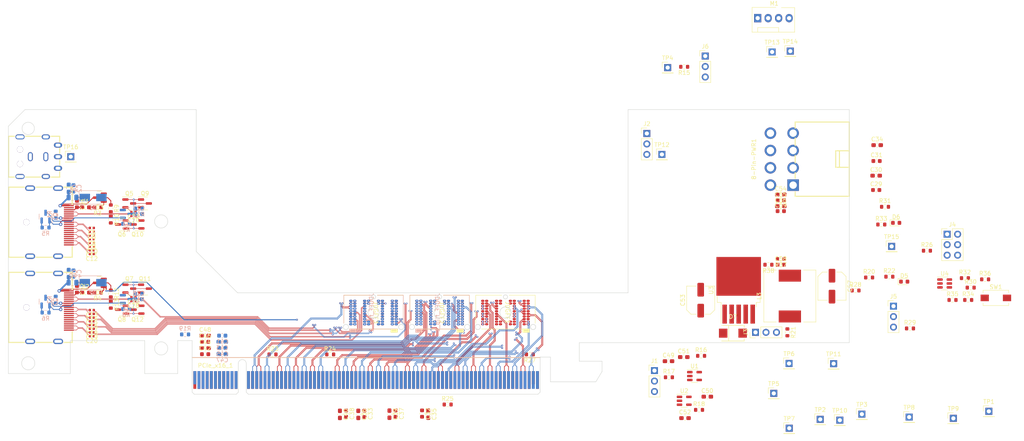
<source format=kicad_pcb>
(kicad_pcb (version 20221018) (generator pcbnew)
  (layers (0 "F.Cu" signal) (1 "In1.Cu" signal) (2 "In2.Cu" signal) (3 "In3.Cu" signal) (4 "In4.Cu" signal) (31 "B.Cu" signal) (34 "B.Paste" user) (35 "F.Paste" user) (36 "B.SilkS" user "B.Silkscreen") (37 "F.SilkS" user "F.Silkscreen") (38 "B.Mask" user) (39 "F.Mask" user) (44 "Edge.Cuts" user))
  (net 0 "")
  (net 1 "GND")
  (net 2 "/MXM_PWR_SRC")
  (net 3 "Net-(DP_1-HOT_PLUG)")
  (net 4 "5V_REG")
  (net 5 "12V_SLOT")
  (net 6 "Net-(DP_2-HOT_PLUG)")
  (net 7 "3V3_SLOT")
  (net 8 "Net-(Q10-G)")
  (net 9 "Net-(Q11-G)")
  (net 10 "Net-(U3-FB)")
  (net 11 "TH_ALERT#")
  (net 12 "Net-(D1-K)")
  (net 13 "Net-(D2-K)")
  (net 14 "Net-(D5-A)")
  (net 15 "Net-(D6-A)")
  (net 16 "Net-(DC1-Pad4)")
  (net 17 "PWR_EN")
  (net 18 "TH_OVERT#_TOGGLE")
  (net 19 "Net-(D7-C)")
  (net 20 "VGA_DISABLE#")
  (net 21 "Net-(Q1-G)")
  (net 22 "PWR_LEVEL")
  (net 23 "Net-(DP_1-GND-Pad14)")
  (net 24 "Net-(Q2-G)")
  (net 25 "Net-(DP_2-GND-Pad14)")
  (net 26 "Net-(J1-Pin_2)")
  (net 27 "Net-(J1-Pin_3)")
  (net 28 "Net-(J2-Pin_3)")
  (net 29 "Net-(J3-Pin_2)")
  (net 30 "EDP_L1+")
  (net 31 "EDP_L1-")
  (net 32 "EDP_AUX+")
  (net 33 "EDP_AUX-")
  (net 34 "TH_OVERT#")
  (net 35 "Net-(J3-Pin_3)")
  (net 36 "EDP_L3+")
  (net 37 "EDP_L3-")
  (net 38 "EDP_L2+")
  (net 39 "EDP_L2-")
  (net 40 "Net-(J4-Pin_5)")
  (net 41 "EDP_HPD")
  (net 42 "WAKE#")
  (net 43 "PERST#")
  (net 44 "PWR_GOOD")
  (net 45 "EDP_L0+")
  (net 46 "EDP_L0-")
  (net 47 "REFCLK+")
  (net 48 "REFCLK-")
  (net 49 "/RX7+")
  (net 50 "/RX7-")
  (net 51 "/RX6+")
  (net 52 "/RX6-")
  (net 53 "/RX5+")
  (net 54 "/RX5-")
  (net 55 "/RX4+")
  (net 56 "/RX4-")
  (net 57 "/RX3+")
  (net 58 "/RX3-")
  (net 59 "/RX1+")
  (net 60 "/RX1-")
  (net 61 "SMB_CLK")
  (net 62 "SMB_DAT")
  (net 63 "/RX2+")
  (net 64 "/RX2-")
  (net 65 "/RX0+")
  (net 66 "/RX0-")
  (net 67 "Net-(JDGFF2-PadE1)")
  (net 68 "Net-(J5-Pin_3)")
  (net 69 "/TX6+")
  (net 70 "/TX6-")
  (net 71 "/TX7+")
  (net 72 "/TX7-")
  (net 73 "Net-(JDGFF2-PadF9)")
  (net 74 "/TX5+")
  (net 75 "/TX5-")
  (net 76 "/TX2+")
  (net 77 "/TX2-")
  (net 78 "/TX4+")
  (net 79 "/TX4-")
  (net 80 "/TX3+")
  (net 81 "/TX3-")
  (net 82 "/TX1+")
  (net 83 "/TX1-")
  (net 84 "/TX0+")
  (net 85 "/TX0-")
  (net 86 "/RX13+")
  (net 87 "/RX13-")
  (net 88 "/RX15+")
  (net 89 "/RX15-")
  (net 90 "/RX14+")
  (net 91 "/RX14-")
  (net 92 "/RX10+")
  (net 93 "/RX10-")
  (net 94 "/RX11+")
  (net 95 "/RX11-")
  (net 96 "/RX12+")
  (net 97 "/RX12-")
  (net 98 "/RX9+")
  (net 99 "/RX9-")
  (net 100 "/RX8+")
  (net 101 "/RX8-")
  (net 102 "/TX14+")
  (net 103 "/TX14-")
  (net 104 "/TX15+")
  (net 105 "/TX15-")
  (net 106 "/TX12+")
  (net 107 "/TX12-")
  (net 108 "/TX11+")
  (net 109 "/TX11-")
  (net 110 "/TX13+")
  (net 111 "/TX13-")
  (net 112 "/TX10+")
  (net 113 "/TX10-")
  (net 114 "/TX9+")
  (net 115 "/TX9-")
  (net 116 "Net-(J6-Pin_3)")
  (net 117 "/TX8+")
  (net 118 "/TX8-")
  (net 119 "Net-(L2-Pad2)")
  (net 121 "Net-(JDGFF2-PadF1)")
  (net 122 "Net-(JDGFF3-PadA10)")
  (net 123 "Net-(JDGFF3-PadC2)")
  (net 125 "Net-(JDGFF3-PadD2)")
  (net 153 "3V3_DP_2")
  (net 154 "DP_2_AUX-")
  (net 155 "DP_2_AUX+")
  (net 156 "DP_2_L3-")
  (net 157 "DP_2_L3+")
  (net 158 "DP_2_L2-")
  (net 159 "DP_2_L2+")
  (net 160 "DP_2_L1-")
  (net 161 "DP_2_L1+")
  (net 162 "DP_2_L0-")
  (net 163 "DP_2_L0+")
  (net 164 "3V3_DP_1")
  (net 165 "DP_1_AUX-")
  (net 166 "DP_1_AUX+")
  (net 167 "DP_1_L3-")
  (net 168 "DP_1_L3+")
  (net 169 "DP_1_L2-")
  (net 170 "DP_1_L2+")
  (net 171 "DP_1_L1-")
  (net 172 "DP_1_L1+")
  (net 173 "DP_1_L0-")
  (net 174 "DP_1_L0+")
  (net 175 "DP_2_HPD")
  (net 176 "DP_1_HPD")
  (net 181 "/DP_2_C_AUX-")
  (net 182 "/DP_2_C_AUX+")
  (net 183 "/DP_2_C_L3-")
  (net 184 "/DP_2_C_L3+")
  (net 185 "/DP_2_C_L2-")
  (net 186 "/DP_2_C_L2+")
  (net 187 "/DP_2_C_L1-")
  (net 188 "/DP_2_C_L1+")
  (net 189 "/DP_2_C_L0-")
  (net 190 "/DP_2_C_L0+")
  (net 191 "/DP_1_C_AUX-")
  (net 192 "/DP_1_C_AUX+")
  (net 193 "/DP_1_C_L3-")
  (net 194 "/DP_1_C_L3+")
  (net 195 "/DP_1_C_L2-")
  (net 196 "/DP_1_C_L2+")
  (net 197 "/DP_1_C_L1-")
  (net 198 "/DP_1_C_L1+")
  (net 199 "/DP_1_C_L0-")
  (net 200 "/DP_1_C_L0+")
  (net 201 "3V3_CURRLIM")
  (net 206 "PEX_CLK_REQ#")
  (net 208 "PNL_PWR_EN")
  (net 209 "PNL_BL_EN")
  (net 210 "GPU_EVENT#")
  (net 211 "GPU_GC6_FB_EN")
  (net 216 "Net-(L1-Pad2)")
  (net 217 "Net-(M1-Tacho)")
  (net 218 "Net-(M1-PWM)")
  (net 219 "Net-(PCIe_x16_1-~{PRSNT1})")
  (net 233 "Net-(PCIe_x16_1-~{PRSNT2}-PadB17)")
  (net 235 "Net-(PCIe_x16_1-~{PRSNT2}-PadB31)")
  (net 236 "Net-(PCIe_x16_1-~{PRSNT2}-PadB48)")
  (net 237 "Net-(PCIe_x16_1-~{PRSNT2}-PadB81)")
  (net 240 "Net-(Q1-D)")
  (net 241 "Net-(Q2-D)")
  (net 242 "Net-(Q5-D)")
  (net 243 "Net-(Q10-D)")
  (net 244 "Net-(Q11-D)")
  (net 245 "Net-(Q12-D)")
  (net 246 "Net-(U1-ISET)")
  (net 247 "Net-(U2-ISET)")
  (net 248 "Net-(U4-D)")
  (net 249 "Net-(U4-~{OE})")
  (net 250 "Net-(U4-Q)")
  (net 251 "Net-(U4-LE)")
  (net 257 "PWR_12V_Ext")
  (net 258 "PWR_19V")
  (footprint "Capacitor_SMD:C_0603_1608Metric_Pad1.08x0.95mm_HandSolder" (layer "F.Cu") (at 184.6 144)
    (fp_text reference "C49")
    (fp_text value "10U")
  )
  (footprint "Capacitor_SMD:C_Elec_6.3x7.7" (layer "F.Cu") (at 192.4 129.2 90)
    (fp_text reference "C53")
    (fp_text value "100U")
  )
  (footprint "LED_SMD:LED_0603_1608Metric" (layer "F.Cu") (at 239.75 110.45)
    (fp_text reference "D6")
    (fp_text value "LED")
  )
  (footprint "Capacitor_SMD:C_0402_1005Metric" (layer "F.Cu") (at 44.9 114.3875 180)
    (fp_text reference "C8")
    (fp_text value "0.1U")
  )
  (footprint "Connector_PinHeader_2.54mm:PinHeader_1x01_P2.54mm_Vertical" (layer "F.Cu") (at 214.1 68.8)
    (fp_text reference "TP14")
    (fp_text value "Fan_PWM")
  )
  (footprint "Capacitor_SMD:C_0402_1005Metric" (layer "F.Cu") (at 44.9 132.5125 180)
    (fp_text reference "C14")
    (fp_text value "0.1U")
  )
  (footprint "Connector_PinHeader_2.54mm:PinHeader_1x03_P2.54mm_Vertical" (layer "F.Cu") (at 239.1 130.65)
    (fp_text reference "J5")
    (fp_text value "PWR_LEVEL_SWITCH")
  )
  (footprint "Resistor_SMD:R_0603_1608Metric" (layer "F.Cu") (at 257.2 129.15)
    (fp_text reference "R34")
    (fp_text value "10K")
  )
  (footprint "Resistor_SMD:R_0603_1608Metric" (layer "F.Cu") (at 238.1 123.5)
    (fp_text reference "R22")
    (fp_text value "1K")
  )
  (footprint "Resistor_SMD:R_0603_1608Metric" (layer "F.Cu") (at 49.5 106.9375 -90)
    (fp_text reference "R9")
    (fp_text value "100K")
  )
  (footprint "Resistor_SMD:R_0603_1608Metric" (layer "F.Cu") (at 46.3 127.35 180)
    (fp_text reference "R4")
    (fp_text value "10K")
  )
  (footprint "Capacitor_SMD:C_0603_1608Metric" (layer "F.Cu") (at 211.8 105)
    (fp_text reference "C55")
    (fp_text value "100n")
  )
  (footprint "Capacitor_SMD:C_0603_1608Metric_Pad1.08x0.95mm_HandSolder" (layer "F.Cu") (at 211.8 106.4)
    (fp_text reference "C56")
    (fp_text value "10U")
  )
  (footprint "Resistor_SMD:R_0603_1608Metric" (layer "F.Cu") (at 49.5 130.3 -90)
    (fp_text reference "R13")
    (fp_text value "100K")
  )
  (footprint "Resistor_SMD:R_0603_1608Metric" (layer "F.Cu") (at 233.2 123.7)
    (fp_text reference "R20")
    (fp_text value "10K")
  )
  (footprint "Capacitor_SMD:C_0402_1005Metric" (layer "F.Cu") (at 44.9 112.5875 180)
    (fp_text reference "C6")
    (fp_text value "0.1U")
  )
  (footprint "Capacitor_SMD:C_0603_1608Metric" (layer "F.Cu") (at 118.5 156.7 -90)
    (fp_text reference "C37")
    (fp_text value "100n")
  )
  (footprint "Capacitor_SMD:C_0603_1608Metric_Pad1.08x0.95mm_HandSolder" (layer "F.Cu") (at 234.9 99)
    (fp_text reference "C30")
    (fp_text value "10U")
  )
  (footprint "Capacitor_SMD:C_0603_1608Metric_Pad1.08x0.95mm_HandSolder" (layer "F.Cu") (at 188.3 143)
    (fp_text reference "C51")
    (fp_text value "10U")
  )
  (footprint "Package_TO_SOT_SMD:SOT-23" (layer "F.Cu") (at 52.18 110.8375 180)
    (fp_text reference "Q6")
    (fp_text value "2N7002")
  )
  (footprint "Resistor_SMD:R_0603_1608Metric" (layer "F.Cu") (at 49.5 109.6375 -90)
    (fp_text reference "R10")
    (fp_text value "100K")
  )
  (footprint "Package_TO_SOT_SMD:SOT-23" (layer "F.Cu") (at 57.775 105.7375)
    (fp_text reference "Q9")
    (fp_text value "2N7002")
  )
  (footprint "Resistor_SMD:R_0603_1608Metric" (layer "F.Cu") (at 88.675 142.35)
    (fp_text reference "R23")
    (fp_text value "0R")
  )
  (footprint "Inductor_SMD:L_0603_1608Metric_Pad1.05x0.95mm_HandSolder" (layer "F.Cu") (at 43.4 127.35)
    (fp_text reference "L2")
    (fp_text value "10UH")
  )
  (footprint "Connector_PinHeader_2.54mm:PinHeader_2x03_P2.54mm_Vertical" (layer "F.Cu") (at 252.1 113.2)
    (fp_text reference "J4")
    (fp_text value "PWR_EN_SWITCH")
  )
  (footprint "Capacitor_SMD:C_0603_1608Metric_Pad1.08x0.95mm_HandSolder" (layer "F.Cu") (at 117 156.85 -90)
    (fp_text reference "C39")
    (fp_text value "10U")
  )
  (footprint "Resistor_SMD:R_0603_1608Metric" (layer "F.Cu") (at 151 142.35 180)
    (fp_text reference "R27")
    (fp_text value "0R")
  )
  (footprint "Capacitor_SMD:C_0402_1005Metric" (layer "F.Cu") (at 44.9 136.1125 180)
    (fp_text reference "C18")
    (fp_text value "0.1U")
  )
  (footprint "Capacitor_SMD:C_0603_1608Metric" (layer "F.Cu") (at 41.3 105.8875 -90)
    (fp_text reference "C21")
    (fp_text value "220P")
  )
  (footprint "Capacitor_SMD:C_0402_1005Metric" (layer "F.Cu") (at 54.98 107.8375 180)
    (fp_text reference "C23")
    (fp_text value "0.1U")
  )
  (footprint "Resistor_SMD:R_0603_1608Metric" (layer "F.Cu") (at 253.4 129.15)
    (fp_text reference "R35")
    (fp_text value "0R")
  )
  (footprint "A_my_stuff:CONN-TH_8P-P4.20_5557-2X4AW" (layer "F.Cu") (at 212.0375 95 90)
    (fp_text reference "8-Pin-PWR1")
    (fp_text value "HC-5557-2*4AW")
  )
  (footprint "Package_TO_SOT_SMD:SOT-23-5" (layer "F.Cu") (at 190.9 147.6)
    (fp_text reference "U1")
    (fp_text value "sy6280")
  )
  (footprint "Capacitor_SMD:C_0603_1608Metric" (layer "F.Cu") (at 234.91 102.48)
    (fp_text reference "C29")
    (fp_text value "100n")
  )
  (footprint "Package_TO_SOT_SMD:SOT-23-6" (layer "F.Cu") (at 251.5 125.15)
    (fp_text reference "U4")
    (fp_text value "74LVC1G373")
  )
  (footprint "Button_Switch_SMD:SW_SPST_EVQPE1" (layer "F.Cu") (at 263.9 128.65)
    (fp_text reference "SW1")
    (fp_text value "TH_OVERT#_RESET")
  )
  (footprint "Resistor_SMD:R_0603_1608Metric" (layer "F.Cu") (at 102.65 142.35)
    (fp_text reference "R24")
    (fp_text value "0R")
  )
  (footprint "Resistor_SMD:R_0603_1608Metric" (layer "F.Cu") (at 243.1 136.05)
    (fp_text reference "R29")
    (fp_text value "100K")
  )
  (footprint "Resistor_SMD:R_0603_1608Metric" (layer "F.Cu") (at 247.2 117.2)
    (fp_text reference "R26")
    (fp_text value "10K")
  )
  (footprint "Capacitor_SMD:C_Elec_6.3x7.7" (layer "F.Cu") (at 224.2 125.8 -90)
    (fp_text reference "C57")
    (fp_text value "220U")
  )
  (footprint "Connector_PinHeader_2.54mm:PinHeader_1x01_P2.54mm_Vertical" (layer "F.Cu") (at 238.65 116.15)
    (fp_text reference "TP15")
    (fp_text value "TH_ALERT#_POS2")
  )
  (footprint "A_my_stuff:DGFF" (layer "F.Cu") (at 145.1 132.2 -90)
    (fp_text reference "JDGFF1")
    (fp_text value "DGFF")
    (fp_circle (center -3.8 0) (end -3.3 0) (stroke (width 0.12)) (fill none) (layer "Edge.Cuts"))
    (fp_circle (center 0 0) (end 0 -1.38) (stroke (width 0.12)) (fill none) (layer "Edge.Cuts"))
    (fp_circle (center 3.5 -6.7) (end 4.13 -6.7) (stroke (width 0.12)) (fill none) (layer "Edge.Cuts"))
    (fp_circle (center 3.5 6.7) (end 4.13 6.7) (stroke (width 0.12)) (fill none) (layer "Edge.Cuts"))
  )
  (footprint "A_my_stuff:DC-IN-TH_DC-042E" (layer "F.Cu") (at 32.1075 94.4 -90)
    (fp_text reference "DC1" hide)
    (fp_text value "DC-042E")
  )
  (footprint "Capacitor_SMD:C_0402_1005Metric" (layer "F.Cu") (at 44.9 137.0125 180)
    (fp_text reference "C19")
    (fp_text value "0.1U")
  )
  (footprint "Resistor_SMD:R_0603_1608Metric" (layer "F.Cu") (at 236.15 110.85)
    (fp_text reference "R33")
    (fp_text value "1K")
  )
  (footprint "Capacitor_SMD:C_0402_1005Metric" (layer "F.Cu") (at 44.9 135.2125 180)
    (fp_text reference "C17")
    (fp_text value "0.1U")
  )
  (footprint "Connector_PinHeader_2.54mm:PinHeader_1x01_P2.54mm_Vertical" (layer "F.Cu") (at 210.1 151.8)
    (fp_text reference "TP5")
    (fp_text value "DGFF_IFP_HPD")
  )
  (footprint "Package_TO_SOT_SMD:SOT-23" (layer "F.Cu") (at 53.98 126.4)
    (fp_text reference "Q7")
    (fp_text value "2N7002")
  )
  (footprint "Connector_PinHeader_2.54mm:PinHeader_1x03_P2.54mm_Vertical" (layer "F.Cu") (at 205.675 137 90)
    (fp_text reference "J3")
    (fp_text value "5V_SWITCH")
  )
  (footprint "Capacitor_SMD:C_0603_1608Metric_Pad1.08x0.95mm_HandSolder" (layer "F.Cu") (at 188.6 157.8)
    (fp_text reference "C52")
    (fp_text value "10U")
  )
  (footprint "Connector_PinHeader_2.54mm:PinHeader_1x01_P2.54mm_Vertical" (layer "F.Cu") (at 213.85 160.25)
    (fp_text reference "TP7")
    (fp_text value "VGA_IDENTIFY")
  )
  (footprint "Capacitor_SMD:C_0402_1005Metric" (layer "F.Cu") (at 44.9 111.6875 180)
    (fp_text reference "C5")
    (fp_text value "0.1U")
  )
  (footprint "LED_SMD:LED_0603_1608Metric" (layer "F.Cu") (at 241.7 124.7)
    (fp_text reference "D5")
    (fp_text value "LED")
  )
  (footprint "Capacitor_SMD:C_0402_1005Metric" (layer "F.Cu") (at 44.9 133.4125 180)
    (fp_text reference "C15")
    (fp_text value "0.1U")
  )
  (footprint "A_my_stuff:DGFF" (layer "F.Cu") (at 129.15 132.2 -90)
    (fp_text reference "JDGFF2")
    (fp_text value "DGFF")
    (fp_circle (center -3.8 0) (end -3.3 0) (stroke (width 0.12)) (fill none) (layer "Edge.Cuts"))
    (fp_circle (center 0 0) (end 0 -1.38) (stroke (width 0.12)) (fill none) (layer "Edge.Cuts"))
    (fp_circle (center 3.5 -6.7) (end 4.13 -6.7) (stroke (width 0.12)) (fill none) (layer "Edge.Cuts"))
    (fp_circle (center 3.5 6.7) (end 4.13 6.7) (stroke (width 0.12)) (fill none) (layer "Edge.Cuts"))
  )
  (footprint "Resistor_SMD:R_0603_1608Metric" (layer "F.Cu") (at 213.4 137 -90)
    (fp_text reference "R21")
    (fp_text value "100K")
  )
  (footprint "Capacitor_SMD:C_0402_1005Metric" (layer "F.Cu") (at 54.98 128.5 180)
    (fp_text reference "C25")
    (fp_text value "0.1U")
  )
  (footprint "Connector_PinHeader_2.54mm:PinHeader_1x03_P2.54mm_Vertical" (layer "F.Cu") (at 179.35 88.775)
    (fp_text reference "J2")
    (fp_text value "VGA_DISABLE#_SWITCH")
  )
  (footprint "Package_TO_SOT_SMD:SOT-23" (layer "F.Cu") (at 52.18 131.5 180)
    (fp_text reference "Q8")
    (fp_text value "2N7002")
  )
  (footprint "A_my_stuff:DP-SMD_HYC16-DP20-178" (layer "F.Cu") (at 34.6525 130.95 -90)
    (fp_text reference "DP_2" hide)
    (fp_text value "HYC16-DP20-178")
  )
  (footprint "Package_TO_SOT_SMD:TO-263-5_TabPin3" (layer "F.Cu") (at 201.6 126.8 90)
    (fp_text reference "U3")
    (fp_text value "LM2596S-5")
  )
  (footprint "Connector_PinHeader_2.54mm:PinHeader_1x01_P2.54mm_Vertical" (layer "F.Cu") (at 253.6 157.85)
    (fp_text reference "TP9")
    (fp_text value "GPU_GC6_FB_EN")
  )
  (footprint "Connector_PinHeader_2.54mm:PinHeader_1x01_P2.54mm_Vertical" (layer "F.Cu") (at 213.8 144.55)
    (fp_text reference "TP6")
    (fp_text value "DGPU_TYPE#")
  )
  (footprint "Capacitor_SMD:C_0603_1608Metric_Pad1.08x0.95mm_HandSolder" (layer "F.Cu") (at 126.4 156.85 -90)
    (fp_text reference "C35")
    (fp_text value "10U")
  )
  (footprint "Resistor_SMD:R_0603_1608Metric" (layer "F.Cu") (at 211.8 119.2 180)
    (fp_text reference "R37")
    (fp_text value "3.1K")
  )
  (footprint "Connector_PinHeader_2.54mm:PinHeader_1x01_P2.54mm_Vertical" (layer "F.Cu") (at 39.8 94.4)
    (fp_text reference "TP16")
    (fp_text value "PSU_ID")
  )
  (footprint "Capacitor_SMD:C_0402_1005Metric" (layer "F.Cu") (at 44.9 134.3125 180)
    (fp_text reference "C16")
    (fp_text value "0.1U")
  )
  (footprint "Capacitor_SMD:C_0603_1608Metric" (layer "F.Cu") (at 72.35 142.3)
    (fp_text reference "C42")
    (fp_text value "100n")
  )
  (footprint "Connector_PinHeader_2.54mm:PinHeader_1x01_P2.54mm_Vertical" (layer "F.Cu") (at 226.1 158.3)
    (fp_text reference "TP10")
    (fp_text value "PNL_BL_PWM")
  )
  (footprint "Connector_PinHeader_2.54mm:PinHeader_1x01_P2.54mm_Vertical" (layer "F.Cu") (at 209.7 69)
    (fp_text reference "TP13")
    (fp_text value "Fan_Taco")
  )
  (footprint "Package_TO_SOT_SMD:SOT-23" (layer "F.Cu") (at 55.98 131.5 180)
    (fp_text reference "Q12")
    (fp_text value "2N7002")
  )
  (footprint "Package_TO_SOT_SMD:SOT-23" (layer "F.Cu") (at 55.98 110.8375 180)
    (fp_text reference "Q10")
    (fp_text value "2N7002")
  )
  (footprint "Connector:FanPinHeader_1x04_P2.54mm_Vertical" (layer "F.Cu") (at 206.2 60.8)
    (fp_text reference "M1")
    (fp_text value "Fan_Tacho_PWM")
  )
  (footprint "Capacitor_SMD:C_0603_1608Metric_Pad1.08x0.95mm_HandSolder" (layer "F.Cu") (at 194 152.6)
    (fp_text reference "C50")
    (fp_text value "10U")
  )
  (footprint "Package_TO_SOT_SMD:SOT-23" (layer "F.Cu") (at 46.85 104.3375 180)
    (fp_text reference "D3")
    (fp_text value "D_Dual_Series_CAK_Parallel")
  )
  (footprint "Connector_PinHeader_2.54mm:PinHeader_1x01_P2.54mm_Vertical" (layer "F.Cu") (at 262.2 156.15)
    (fp_text reference "TP1")
    (fp_text value "PEX_CLK_REQ#")
  )
  (footprint "Package_TO_SOT_SMD:SOT-23" (layer "F.Cu") (at 46.85 125 180)
    (fp_text reference "D4")
    (fp_text value "D_Dual_Series_CAK_Parallel")
  )
  (footprint "Connector_PinHeader_2.54mm:PinHeader_1x03_P2.54mm_Vertical" (layer "F.Cu") (at 181.2 146.275)
    (fp_text reference "J1")
    (fp_text value "3V3_SWITCH")
  )
  (footprint "Package_TO_SOT_SMD:SOT-23" (layer "F.Cu") (at 57.78 126.4)
    (fp_text reference "Q11")
    (fp_text value "2N7002")
  )
  (footprint "Connector_PinHeader_2.54mm:PinHeader_1x01_P2.54mm_Vertical" (layer "F.Cu") (at 184.4 72.8)
    (fp_text reference "TP4")
    (fp_text value "DGFF_ALERT#")
  )
  (footprint "Capacitor_SMD:C_0402_1005Metric" (layer "F.Cu") (at 44.9 117.9875 180)
    (fp_text reference "C12")
    (fp_text value "0.1U")
  )
  (footprint "Connector_PinHeader_2.54mm:PinHeader_1x01_P2.54mm_Vertical" (layer "F.Cu") (at 224.6 144.6)
    (fp_text reference "TP11")
    (fp_text value "GPU_EVENT#")
  )
  (footprint "Resistor_SMD:R_0603_1608Metric" (layer "F.Cu") (at 184.7 147.9)
    (fp_text reference "R17")
    (fp_text value "3.4K")
  )
  (footprint "Package_TO_SOT_SMD:SOT-23" (layer "F.Cu") (at 53.975 105.7375)
    (fp_text reference "Q5")
    (fp_text value "2N7002")
  )
  (footprint "Resistor_SMD:R_0603_1608Metric" (layer "F.Cu") (at 237.05 106.55)
    (fp_text reference "R31")
    (fp_text value "10K")
  )
  (footprint "Capacitor_SMD:C_0603_1608Metric_Pad1.08x0.95mm_HandSolder" (layer "F.Cu") (at 235.15 91.6)
    (fp_text reference "C34")
    (fp_text value "10U")
  )
  (footprint "Connector_PinHeader_2.54mm:PinHeader_1x01_P2.54mm_Vertical" (layer "F.Cu") (at 183 93.85)
    (fp_text reference "TP12")
    (fp_text value "VGA_DISABLE#_POS2")
  )
  (footprint "Resistor_SMD:R_0603_1608Metric" (layer "F.Cu") (at 49.5 127.6 -90)
    (fp_text reference "R12")
    (fp_text value "100K")
  )
  (footprint "Capacitor_SMD:C_0402_1005Metric" (layer "F.Cu") (at 54.98 129.4 180)
    (fp_text reference "C26")
    (fp_text value "0.1U")
  )
  (footprint "Capacitor_SMD:C_0402_1005Metric" (layer "F.Cu") (at 44.9 137.9125 180)
    (fp_text reference "C20")
    (fp_text value "0.1U")
  )
  (footprint "Capacitor_SMD:C_0603_1608Metric" (layer "F.Cu") (at 110.95 156.75 -90)
    (fp_text reference "C33")
    (fp_text value "100n")
  )
  (footprint "Capacitor_SMD:C_0603_1608Metric" (layer "F.Cu") (at 124.9 156.7 -90)
    (fp_text reference "C32")
    (fp_text value "100n")
  )
  (footprint "Capacitor_SMD:C_0603_1608Metric" (layer "F.Cu") (at 211.8 120.6)
    (fp_text reference "C58")
    (fp_text value "5nF")
  )
  (footprint "Connector_PCBEdge:BUS_PCIexpress_x16" (layer "F.Cu") (at 69.85 148.55)
    (fp_text reference "PCIe_x16_1")
    (fp_text value "Bus_PCI_Express_x16")
    (fp_line (start -0.65 -4.95) (end -0.65 2.95) (stroke (width 0.1)) (layer "Edge.Cuts"))
    (fp_line (start -0.65 2.95) (end -0.15 3.45) (stroke (width 0.1)) (layer "Edge.Cuts"))
    (fp_line (start -0.15 3.45) (end 10.05 3.45) (stroke (width 0.1)) (layer "Edge.Cuts"))
    (fp_line (start 10.55 -4) (end 10.55 2.95) (stroke (width 0.1)) (layer "Edge.Cuts"))
    (fp_line (start 10.55 2.95) (end 10.05 3.45) (stroke (width 0.1)) (layer "Edge.Cuts"))
    (fp_line (start 12.45 -4) (end 12.45 2.95) (stroke (width 0.1)) (layer "Edge.Cuts"))
    (fp_line (start 12.45 2.95) (end 12.95 3.45) (stroke (width 0.1)) (layer "Edge.Cuts"))
    (fp_line (start 12.95 3.45) (end 83.15 3.45) (stroke (width 0.1)) (layer "Edge.Cuts"))
    (fp_line (start 83.65 -4.95) (end 83.65 2.95) (stroke (width 0.1)) (layer "Edge.Cuts"))
    (fp_line (start 83.65 2.95) (end 83.15 3.45) (stroke (width 0.1)) (layer "Edge.Cuts"))
    (fp_arc (start 10.55 -4) (mid 11.5 -4.95) (end 12.45 -4) (stroke (width 0.1)) (layer "Edge.Cuts"))
  )
  (footprint "Capacitor_SMD:C_0402_1005Metric" (layer "F.Cu") (at 44.9 116.1875 180)
    (fp_text reference "C10")
    (fp_text value "0.1U")
  )
  (footprint "Resistor_SMD:R_0603_1608Metric" (layer "F.Cu") (at 229.9 126.85)
    (fp_text reference "R28")
    (fp_text value "10K")
  )
  (footprint "Capacitor_SMD:C_0402_1005Metric" (layer "F.Cu") (at 44.9 113.4875 180)
    (fp_text reference "C7")
    (fp_text value "0.1U")
  )
  (footprint "Package_TO_SOT_SMD:SOT-23-5" (layer "F.Cu") (at 188.4 153.6)
    (fp_text reference "U2")
    (fp_text value "sy6280")
  )
  (footprint "Resistor_SMD:R_0603_1608Metric" (layer "F.Cu") (at 188.4 72.6 180)
    (fp_text reference "R15")
    (fp_text value "0R")
  )
  (footprint "Capacitor_SMD:C_0603_1608Metric" (layer "F.Cu") (at 72.35 139.3)
    (fp_text reference "C46")
    (fp_text value "100n")
  )
  (footprint "Inductor_SMD:L_0603_1608Metric_Pad1.05x0.95mm_HandSolder" (layer "F.Cu") (at 43.4 106.6875)
    (fp_text reference "L1")
    (fp_text value "10UH")
  )
  (footprint "Capacitor_SMD:C_0603_1608Metric" (layer "F.Cu") (at 106.5 156.725 -90)
    (fp_text reference "C38")
    (fp_text value "100n")
  )
  (footprint "Capacitor_SMD:C_0603_1608Metric" (layer "F.Cu") (at 41.3 126.55 -90)
    (fp_text reference "C22")
    (fp_text value "220P")
  )
  (footprint "Capacitor_SMD:C_0402_1005Metric" (layer "F.Cu") (at 44.9 117.0875 180)
    (fp_text reference "C11")
    (fp_text value "0.1U")
  )
  (footprint "Capacitor_SMD:C_0603_1608Metric_Pad1.08x0.95mm_HandSolder" (layer "F.Cu") (at 105 156.9 -90)
    (fp_text reference "C40")
    (fp_text value "10U")
  )
  (footprint "Resistor_SMD:R_0603_1608Metric" (layer "F.Cu") (at 46.3 106.6875 180)
    (fp_text reference "R3")
    (fp_text value "10K")
  )
  (footprint "Inductor_SMD:L_12x12mm_H8mm" (layer "F.Cu") (at 214 128.2 90)
    (fp_text reference "L3")
    (fp_text value "33uH")
  )
  (footprint "A_my_stuff:SMB_L4.6-W3.6-LS5.3-RD" (layer "F.Cu") (at 200.2 137.2)
    (fp_text reference "D7")
    (fp_text value "SS52-C51497")
  )
  (footprint "A_my_stuff:DGFF" (layer "F.Cu") (at 113.15 132.2 -90)
    (fp_text reference "JDGFF3")
    (fp_text value "DGFF")
    (fp_circle (center -3.8 0) (end -3.3 0) (stroke (width 0.12)) (fill none) (layer "Edge.Cuts"))
    (fp_circle (center 0 0) (end 0 -1.38) (stroke (width 0.12)) (fill none) (layer "Edge.Cuts"))
    (fp_circle (center 3.5 -6.7) (end 4.13 -6.7) (stroke (width 0.12)) (fill none) (layer "Edge.Cuts"))
    (fp_circle (center 3.5 6.7) (end 4.13 6.7) (stroke (width 0.12)) (fill none) (layer "Edge.Cuts"))
  )
  (footprint "Resistor_SMD:R_0603_1608Metric" (layer "F.Cu") (at 256.4 123.85)
    (fp_text reference "R32")
    (fp_text value "0R")
  )
  (footprint "Capacitor_SMD:C_0603_1608Metric_Pad1.08x0.95mm_HandSolder" (layer "F.Cu") (at 211.8 103.6)
    (fp_text reference "C54")
    (fp_text value "10U")
  )
  (footprint "Resistor_SMD:R_0603_1608Metric" (layer "F.Cu") (at 131.1 154.5)
    (fp_text reference "R25")
    (fp_text value "0R")
  )
  (footprint "Capacitor_SMD:C_0402_1005Metric" (layer "F.Cu") (at 44.9 131.6125 180)
    (fp_text reference "C13")
    (fp_text value "0.1U")
  )
  (footprint "Capacitor_SMD:C_0603_1608Metric_Pad1.08x0.95mm_HandSolder" (layer "F.Cu") (at 72.35 140.8)
    (fp_text reference "C44")
    (fp_text value "10U")
  )
  (footprint "Capacitor_SMD:C_0402_1005Metric" (layer "F.Cu") (at 44.9 115.2875 180)
    (fp_text reference "C9")
    (fp_text value "0.1U")
  )
  (footprint "Resistor_SMD:R_0603_1608Metric" (layer "F.Cu") (at 192.5 142.7)
    (fp_text reference "R16")
    (fp_text value "100K")
  )
  (footprint "Resistor_SMD:R_0603_1608Metric" (layer "F.Cu") (at 261.3 124.15)
    (fp_text reference "R36")
    (fp_text value "0R")
  )
  (footprint "Resistor_SMD:R_0603_1608Metric" (layer "F.Cu") (at 192 155.8)
    (fp_text reference "R18")
    (fp_text value "3.4K")
  )
  (footprint "Resistor_SMD:R_0603_1608Metric" (layer "F.Cu") (at 208.8 120.6 180)
    (fp_text reference "R38")
    (fp_text value "1K")
  )
  (footprint "Capacitor_SMD:C_0603_1608Metric" (layer "F.Cu") (at 235 95.45)
    (fp_text reference "C31")
    (fp_text value "100n")
  )
  (footprint "A_my_stuff:DP-SMD_HYC16-DP20-178" (layer "F.Cu") (at 34.6525 110.2875 -90)
    (fp_text reference "DP_1" hide)
    (fp_text value "HYC16-DP20-178")
  )
  (footprint "Capacitor_SMD:C_0603_1608Metric" (layer "F.Cu") (at 211.8 107.6)
    (fp_text reference "C59")
    (fp_text value "100n")
  )
  (footprint "Resistor_SMD:R_0603_1608Metric" (layer "F.Cu") (at 257.8 126.15)
    (fp_text reference "R30")
    (fp_text value "10K")
  )
  (footprint "Capacitor_SMD:C_0402_1005Metric" (layer "F.Cu") (at 54.98 108.7375 180)
    (fp_text reference "C24")
    (fp_text value "0.1U")
  )
  (footprint "Connector_PinHeader_2.54mm:PinHeader_1x03_P2.54mm_Vertical" (layer "F.Cu") (at 193.5 70)
    (fp_text reference "J6")
    (fp_text value "TH_ALERT#_SWITCH")
  )
  (footprint "Connector_PinHeader_2.54mm:PinHeader_1x01_P2.54mm_Vertical" (layer "F.Cu") (at 221.35 158.1)
    (fp_text reference "TP2")
    (fp_text value "PNL_PWR_EN")
  )
  (footprint "Connector_PinHeader_2.54mm:PinHeader_1x01_P2.54mm_Vertical" (layer "F.Cu") (at 242.9 157.55)
    (fp_text reference "TP8")
    (fp_text value "MACO_EN")
  )
  (footprint "Capacitor_SMD:C_0603_1608Metric_Pad1.08x0.95mm_HandSolder" (layer "F.Cu") (at 109.45 156.9 -90)
    (fp_text reference "C36")
    (fp_text value "10U")
  )
  (footprint "Capacitor_SMD:C_0603_1608Metric_Pad1.08x0.95mm_HandSolder" (layer "F.Cu") (at 72.35 137.8)
    (fp_text reference "C48")
    (fp_text value "10U")
  )
  (footprint "Connector_PinHeader_2.54mm:PinHeader_1x01_P2.54mm_Vertical" (layer "F.Cu") (at 231.44 156.84)
    (fp_text reference "TP3")
    (fp_text value "PNL_BL_EN")
  )
  (footprint "Resistor_SMD:R_0603_1608Metric" (layer "B.Cu") (at 33.7 111.5875)
    (fp_text reference "R5")
    (fp_text value "1M")
  )
  (footprint "Package_TO_SOT_SMD:SOT-23" (layer "B.Cu") (at 33.7 129.55 90)
    (fp_text reference "Q2")
    (fp_text value "2N7002")
  )
  (footprint "Diode_SMD:D_SMA" (layer "B.Cu") (at 45.216666 124.95)
    (fp_text reference "D2")
    (fp_text value "D")
  )
  (footprint "Resistor_SMD:R_0603_1608Metric" (layer "B.Cu") (at 67.5 137.5 180)
    (fp_text reference "R19")
    (fp_text value "0R")
  )
  (footprint "Resistor_SMD:R_0603_1608Metric" (layer "B.Cu") (at 36.15 108.4625 -90)
    (fp_text reference "R1")
    (fp_text value "5.1M")
  )
  (footprint "Resistor_SMD:R_0603_1608Metric" (layer "B.Cu") (at 53.25 131.35)
    (fp_text reference "R8")
    (fp_text value "10K")
  )
  (footprint "Fuse:Fuse_0805_2012Metric" (layer "B.Cu") (at 40.216666 104.2875 180)
    (fp_text reference "F1")
    (fp_text value "Polyfuse")
  )
  (footprint "Resistor_SMD:R_0603_1608Metric" (layer "B.Cu") (at 56.25 127.65)
    (fp_text reference "R14")
    (fp_text value "10K")
  )
  (footprint "Package_TO_SOT_SMD:SOT-23" (layer "B.Cu") (at 53.35 108.2875)
    (fp_text reference "Q3")
    (fp_text value "2N7002")
  )
  (footprint "Resistor_SMD:R_0603_1608Metric" (layer "B.Cu") (at 53.25 110.6875)
    (fp_text reference "R7")
    (fp_text value "10K")
  )
  (footprint "A_my_stuff:DGFF" (layer "B.Cu") (at 129.15 132.2 -90)
    (fp_text reference "JDGFF_flip_1")
    (fp_text value "DGFF_flipped")
  )
  (footprint "Capacitor_SMD:C_0603_1608Metric" (layer "B.Cu") (at 56.25 128.95 180)
    (fp_text reference "C28")
    (fp_text value "0.1U")
  )
  (footprint "Capacitor_SMD:C_0603_1608Metric" (layer "B.Cu") (at 76.5 140.8)
    (fp_text reference "C45")
    (fp_text value "100n")
  )
  (footprint "Capacitor_SMD:C_0603_1608Metric" (layer "B.Cu") (at 40.45 102.0875 90)
    (fp_text reference "C2")
    (fp_text value "100n")
  )
  (footprint "Capacitor_SMD:C_0603_1608Metric_Pad1.08x0.95mm_HandSolder" (layer "B.Cu") (at 39.3 102.0875 90)
    (fp_text reference "C1")
    (fp_text value "10U")
  )
  (footprint "Capacitor_SMD:C_0603_1608Metric_Pad1.08x0.95mm_HandSolder" (layer "B.Cu") (at 76.5 139.3)
    (fp_text reference "C43")
    (fp_text value "10U")
  )
  (footprint "Fuse:Fuse_0805_2012Metric" (layer "B.Cu") (at 40.216666 124.95 180)
    (fp_text reference "F2")
    (fp_text value "Polyfuse")
  )
  (footprint "A_my_stuff:DGFF" (layer "B.Cu") (at 113.15 132.2 -90)
    (fp_text reference "JDGFF_flip_2")
    (fp_text value "DGFF_flipped")
  )
  (footprint "Package_TO_SOT_SMD:SOT-23" (layer "B.Cu") (at 33.7 108.9375 90)
    (fp_text reference "Q1")
    (fp_text value "2N7002")
  )
  (footprint "Capacitor_SMD:C_0603_1608Metric_Pad1.08x0.95mm_HandSolder" (layer "B.Cu") (at 76.5 142.3)
    (fp_text reference "C47")
    (fp_text value "10U")
  )
  (footprint "Diode_SMD:D_SMA" (layer "B.Cu") (at 45.216666 104.2875)
    (fp_text reference "D1")
    (fp_text value "D")
  )
  (footprint "Resistor_SMD:R_0603_1608Metric" (layer "B.Cu") (at 36.15 129.1 -90)
    (fp_text reference "R2")
    (fp_text value "5.1M")
  )
  (footprint "Resistor_SMD:R_0603_1608Metric" (layer "B.Cu") (at 33.7 132.2)
    (fp_text reference "R6")
    (fp_text value "1M")
  )
  (footprint "Resistor_SMD:R_0603_1608Metric" (layer "B.Cu") (at 56.3 106.9875)
    (fp_text reference "R11")
    (fp_text value "10K")
  )
  (footprint "Capacitor_SMD:C_0603_1608Metric_Pad1.08x0.95mm_HandSolder" (layer "B.Cu") (at 39.3 122.75 90)
    (fp_text reference "C3")
    (fp_text value "10U")
  )
  (footprint "Capacitor_SMD:C_0603_1608Metric" (layer "B.Cu") (at 40.45 122.75 90)
    (fp_text reference "C4")
    (fp_text value "100n")
  )
  (footprint "Capacitor_SMD:C_0603_1608Metric" (layer "B.Cu") (at 56.3 108.2875 180)
    (fp_text reference "C27")
    (fp_text value "0.1U")
  )
  (footprint "Capacitor_SMD:C_0603_1608Metric" (layer "B.Cu") (at 76.5 137.8)
    (fp_text reference "C41")
    (fp_text value "100n")
  )
  (footprint "Package_TO_SOT_SMD:SOT-23" (layer "B.Cu") (at 53.35 128.95)
    (fp_text reference "Q4")
    (fp_text value "2N7002")
  )
  (gr_line (start 153.5 143.1) (end 69.2 143.1) (stroke (width 0.15)) (layer "B.SilkS"))
  (gr_line (start 69.2 143.1) (end 153.5 143.1) (stroke (width 0.15)) (layer "F.SilkS"))
  (gr_line (start 153.5 143) (end 156 143) (stroke (width 0.1)) (layer "Edge.Cuts"))
  (gr_line (start 70.2 117.4) (end 80.2 127.4) (stroke (width 0.1)) (layer "Edge.Cuts"))
  (gr_line (start 153.5 143.6) (end 153.5 143) (stroke (width 0.1)) (layer "Edge.Cuts"))
  (gr_line (start 167 149) (end 168.5 146.5) (stroke (width 0.1)) (layer "Edge.Cuts"))
  (gr_line (start 57.7 147) (end 57.7 139) (stroke (width 0.1)) (layer "Edge.Cuts"))
  (gr_line (start 65.7 147) (end 57.7 147) (stroke (width 0.1)) (layer "Edge.Cuts"))
  (gr_circle (center 61.7 110.1) (end 63.3 110.1) (stroke (width 0.1)) (fill none) (layer "Edge.Cuts"))
  (gr_circle (center 29.5 144.5) (end 31.1 144.5) (stroke (width 0.1)) (fill none) (layer "Edge.Cuts"))
  (gr_line (start 57.7 139) (end 39.7 139) (stroke (width 0.1)) (layer "Edge.Cuts"))
  (gr_line (start 228.4 114.4) (end 228.4 83) (stroke (width 0.1)) (layer "Edge.Cuts"))
  (gr_line (start 70.2 83) (end 28.7 83) (stroke (width 0.1)) (layer "Edge.Cuts"))
  (gr_line (start 163 139.5) (end 168.5 139.5) (stroke (width 0.1)) (layer "Edge.Cuts"))
  (gr_line (start 69.2 143.6) (end 69.2 139) (stroke (width 0.1)) (layer "Edge.Cuts"))
  (gr_line (start 70.2 117.4) (end 70.2 83) (stroke (width 0.1)) (layer "Edge.Cuts"))
  (gr_line (start 174.8 83) (end 228.4 83) (stroke (width 0.1)) (layer "Edge.Cuts"))
  (gr_line (start 69.2 139) (end 65.7 139) (stroke (width 0.1)) (layer "Edge.Cuts"))
  (gr_line (start 65.7 139) (end 65.7 147) (stroke (width 0.1)) (layer "Edge.Cuts"))
  (gr_line (start 24.7 87) (end 28.7 83) (stroke (width 0.1)) (layer "Edge.Cuts"))
  (gr_line (start 163 144) (end 163 139.5) (stroke (width 0.1)) (layer "Edge.Cuts"))
  (gr_line (start 174.8 127.4) (end 174.8 83) (stroke (width 0.1)) (layer "Edge.Cuts"))
  (gr_line (start 39.7 139) (end 39.7 147) (stroke (width 0.1)) (layer "Edge.Cuts"))
  (gr_line (start 168.5 144) (end 163 144) (stroke (width 0.1)) (layer "Edge.Cuts"))
  (gr_circle (center 29.5 87.55) (end 29.5 89.05) (stroke (width 0.1)) (fill none) (layer "Edge.Cuts"))
  (gr_line (start 228.4 114.4) (end 228.4 139.5) (stroke (width 0.1)) (layer "Edge.Cuts"))
  (gr_circle (center 61.7 140.9) (end 63.3 140.9) (stroke (width 0.1)) (fill none) (layer "Edge.Cuts"))
  (gr_line (start 24.7 87) (end 24.7 147) (stroke (width 0.1)) (layer "Edge.Cuts"))
  (gr_line (start 156 143) (end 156 149) (stroke (width 0.1)) (layer "Edge.Cuts"))
  (gr_line (start 174.8 127.4) (end 80.2 127.4) (stroke (width 0.1)) (layer "Edge.Cuts"))
  (gr_line (start 39.7 147) (end 24.7 147) (stroke (width 0.1)) (layer "Edge.Cuts"))
  (gr_line (start 168.5 139.5) (end 228.4 139.5) (stroke (width 0.1)) (layer "Edge.Cuts"))
  (gr_line (start 156 149) (end 167 149) (stroke (width 0.1)) (layer "Edge.Cuts"))
  (gr_line (start 168.5 144) (end 168.5 146.5) (stroke (width 0.1)) (layer "Edge.Cuts"))
  (via (at 134.65 131.875) (size 0.4) (drill 0.2) (layers "F.Cu" "B.Cu") (net 1))
  (via (at 117.7 129.35) (size 0.4) (drill 0.2) (layers "F.Cu" "B.Cu") (net 1))
  (via (at 108.6 129.35) (size 0.4) (drill 0.2) (layers "F.Cu" "B.Cu") (net 1))
  (via (at 117.7 133.15) (size 0.4) (drill 0.2) (layers "F.Cu" "B.Cu") (net 1))
  (via (at 117.7 135.025) (size 0.4) (drill 0.2) (layers "F.Cu" "B.Cu") (net 1))
  (via (at 133.7 131.25) (size 0.4) (drill 0.2) (layers "F.Cu" "B.Cu") (net 1))
  (via (at 124.6 129.35) (size 0.4) (drill 0.2) (layers "F.Cu" "B.Cu") (net 1))
  (via (at 118.65 131.875) (size 0.4) (drill 0.2) (layers "F.Cu" "B.Cu") (net 1))
  (via (at 124.6 131.25) (size 0.4) (drill 0.2) (layers "F.Cu" "B.Cu") (net 1))
  (via (at 131.3 133.775) (size 0.4) (drill 0.2) (layers "F.Cu" "B.Cu") (net 1))
  (via (at 111 135.025) (size 0.4) (drill 0.2) (layers "F.Cu" "B.Cu") (net 1))
  (via (at 134.65 133.775) (size 0.4) (drill 0.2) (layers "F.Cu" "B.Cu") (net 1))
  (via (at 107.65 130) (size 0.4) (drill 0.2) (layers "F.Cu" "B.Cu") (net 1))
  (via (at 124.6 133.15) (size 0.4) (drill 0.2) (layers "F.Cu" "B.Cu") (net 1))
  (via (at 131.3 131.875) (size 0.4) (drill 0.2) (layers "F.Cu" "B.Cu") (net 1))
  (via (at 115.3 133.775) (size 0.4) (drill 0.2) (layers "F.Cu" "B.Cu") (net 1))
  (via (at 127 133.775) (size 0.4) (drill 0.2) (layers "F.Cu" "B.Cu") (net 1))
  (via (at 111 133.775) (size 0.4) (drill 0.2) (layers "F.Cu" "B.Cu") (net 1))
  (via (at 108.6 133.15) (size 0.4) (drill 0.2) (layers "F.Cu" "B.Cu") (net 1))
  (via (at 111 131.875) (size 0.4) (drill 0.2) (layers "F.Cu" "B.Cu") (net 1))
  (via (at 107.65 131.9) (size 0.4) (drill 0.2) (layers "F.Cu" "B.Cu") (net 1))
  (via (at 127 131.875) (size 0.4) (drill 0.2) (layers "F.Cu" "B.Cu") (net 1))
  (via (at 123.65 133.775) (size 0.4) (drill 0.2) (layers "F.Cu" "B.Cu") (net 1))
  (via (at 123.65 130) (size 0.4) (drill 0.2) (layers "F.Cu" "B.Cu") (net 1))
  (via (at 118.65 133.775) (size 0.4) (drill 0.2) (layers "F.Cu" "B.Cu") (net 1))
  (via (at 115.3 131.875) (size 0.4) (drill 0.2) (layers "F.Cu" "B.Cu") (net 1))
  (via (at 117.7 131.25) (size 0.4) (drill 0.2) (layers "F.Cu" "B.Cu") (net 1))
  (via (at 118.65 130) (size 0.4) (drill 0.2) (layers "F.Cu" "B.Cu") (net 1))
  (via (at 133.7 133.15) (size 0.4) (drill 0.2) (layers "F.Cu" "B.Cu") (net 1))
  (via (at 108.6 135.025) (size 0.4) (drill 0.2) (layers "F.Cu" "B.Cu") (net 1))
  (via (at 134.65 130) (size 0.4) (drill 0.2) (layers "F.Cu" "B.Cu") (net 1))
  (via (at 133.7 129.35) (size 0.4) (drill 0.2) (layers "F.Cu" "B.Cu") (net 1))
  (via (at 107.65 133.775) (size 0.4) (drill 0.2) (layers "F.Cu" "B.Cu") (net 1))
  (via (at 108.6 131.25) (size 0.4) (drill 0.2) (layers "F.Cu" "B.Cu") (net 1))
  (via (at 133.7 135.025) (size 0.4) (drill 0.2) (layers "F.Cu" "B.Cu") (net 1))
  (via (at 124.6 135.025) (size 0.4) (drill 0.2) (layers "F.Cu" "B.Cu") (net 1))
  (via (at 123.65 131.875) (size 0.4) (drill 0.2) (layers "F.Cu" "B.Cu") (net 1))
  (segment (start 32.75 111.4625) (end 32.875 111.5875) (width 0.2) (layer "B.Cu") (net 1))
  (segment (start 32.75 109.875) (end 32.75 111.4625) (width 0.2) (layer "B.Cu") (net 1))
  (segment (start 32.75 130.4875) (end 32.75 132.075) (width 0.2) (layer "B.Cu") (net 1))
  (segment (start 32.75 132.075) (end 32.875 132.2) (width 0.2) (layer "B.Cu") (net 1))
  (segment (start 41.3 106.6625) (end 40.675 107.2875) (width 0.2) (layer "F.Cu") (net 3))
  (segment (start 41.325 106.6875) (end 41.3 106.6625) (width 0.2) (layer "F.Cu") (net 3))
  (segment (start 40.675 107.2875) (end 39.3425 107.2875) (width 0.2) (layer "F.Cu") (net 3))
  (segment (start 42.525 106.6875) (end 41.325 106.6875) (width 0.2) (layer "F.Cu") (net 3))
  (via (at 130.35 129.375) (size 0.45) (drill 0.2) (layers "F.Cu" "B.Cu") (net 4))
  (via (at 114.35 130) (size 0.4) (drill 0.2) (layers "F.Cu" "B.Cu") (net 4))
  (via (at 130.35 130) (size 0.45) (drill 0.2) (layers "F.Cu" "B.Cu") (net 4))
  (via (at 114.35 129.375) (size 0.4) (drill 0.2) (layers "F.Cu" "B.Cu") (net 4))
  (segment (start 41.3 127.325) (end 42.5 127.325) (width 0.2) (layer "F.Cu") (net 6))
  (segment (start 42.5 127.325) (end 42.525 127.35) (width 0.2) (layer "F.Cu") (net 6))
  (segment (start 41.3 127.431522) (end 41.3 127.325) (width 0.2) (layer "F.Cu") (net 6))
  (segment (start 39.3425 127.95) (end 40.781522 127.95) (width 0.2) (layer "F.Cu") (net 6))
  (segment (start 40.781522 127.95) (end 41.3 127.431522) (width 0.2) (layer "F.Cu") (net 6))
  (segment (start 53.1175 111.7875) (end 55.05 111.7875) (width 0.1) (layer "F.Cu") (net 8))
  (segment (start 55.05 104.7875) (end 53.0375 104.7875) (width 0.1) (layer "F.Cu") (net 8))
  (segment (start 55.05 111.7875) (end 56.9175 111.7875) (width 0.1) (layer "F.Cu") (net 8))
  (segment (start 56.8375 104.7875) (end 55.05 104.7875) (width 0.1) (layer "F.Cu") (net 8))
  (via (at 55.05 111.7875) (size 0.45) (drill 0.2) (layers "F.Cu" "B.Cu") (net 8))
  (via (at 55.05 104.7875) (size 0.45) (drill 0.2) (layers "F.Cu" "B.Cu") (net 8))
  (segment (start 55.05 108.2875) (end 55.05 104.7875) (width 0.1) (layer "B.Cu") (net 8))
  (segment (start 55.05 111.7875) (end 55.05 108.2875) (width 0.1) (layer "B.Cu") (net 8))
  (segment (start 54.2875 108.2875) (end 55.05 108.2875) (width 0.1) (layer "B.Cu") (net 8))
  (segment (start 55 125.45) (end 53.0425 125.45) (width 0.1) (layer "F.Cu") (net 9))
  (segment (start 53.1175 132.45) (end 55 132.45) (width 0.1) (layer "F.Cu") (net 9))
  (segment (start 56.9175 132.45) (end 55 132.45) (width 0.1) (layer "F.Cu") (net 9))
  (segment (start 56.8425 125.45) (end 55 125.45) (width 0.1) (layer "F.Cu") (net 9))
  (via (at 55 125.45) (size 0.45) (drill 0.2) (layers "F.Cu" "B.Cu") (net 9))
  (via (at 55 132.45) (size 0.45) (drill 0.2) (layers "F.Cu" "B.Cu") (net 9))
  (segment (start 55 132.45) (end 55 125.45) (width 0.1) (layer "B.Cu") (net 9))
  (segment (start 43.216666 104.2875) (end 41.154166 104.2875) (width 0.4) (layer "B.Cu") (net 12))
  (segment (start 43.216666 124.95) (end 41.154166 124.95) (width 0.4) (layer "B.Cu") (net 13))
  (via (at 127 134.4) (size 0.45) (drill 0.2) (layers "F.Cu" "B.Cu") (net 17))
  (segment (start 37.839259 109.7875) (end 37.35 110.276759) (width 0.2) (layer "F.Cu") (net 21))
  (segment (start 37.35 110.276759) (end 37.35 110.7875) (width 0.2) (layer "F.Cu") (net 21))
  (segment (start 39.3425 109.7875) (end 37.839259 109.7875) (width 0.2) (layer "F.Cu") (net 21))
  (via (at 37.35 110.7875) (size 0.8) (drill 0.4) (layers "F.Cu" "B.Cu") (net 21))
  (segment (start 35.5625 110.7875) (end 34.65 109.875) (width 0.2) (layer "B.Cu") (net 21))
  (segment (start 37.35 110.7875) (end 35.5625 110.7875) (width 0.2) (layer "B.Cu") (net 21))
  (segment (start 34.65 109.875) (end 34.65 111.4625) (width 0.2) (layer "B.Cu") (net 21))
  (segment (start 34.65 111.4625) (end 34.525 111.5875) (width 0.2) (layer "B.Cu") (net 21))
  (via (at 123.65 129.35) (size 0.45) (drill 0.2) (layers "F.Cu" "B.Cu") (net 22))
  (segment (start 39.3425 109.2875) (end 37.35 109.2875) (width 0.2) (layer "F.Cu") (net 23))
  (via (at 37.35 109.2875) (size 0.8) (drill 0.4) (layers "F.Cu" "B.Cu") (net 23))
  (segment (start 37.35 109.2875) (end 36.15 109.2875) (width 0.2) (layer "B.Cu") (net 23))
  (segment (start 39.3425 130.45) (end 37.903478 130.45) (width 0.2) (layer "F.Cu") (net 24))
  (segment (start 37.903478 130.45) (end 37.35 131.003478) (width 0.2) (layer "F.Cu") (net 24))
  (segment (start 37.35 131.003478) (end 37.35 131.45) (width 0.2) (layer "F.Cu") (net 24))
  (via (at 37.35 131.45) (size 0.8) (drill 0.4) (layers "F.Cu" "B.Cu") (net 24))
  (segment (start 34.65 130.4875) (end 34.65 132.075) (width 0.2) (layer "B.Cu") (net 24))
  (segment (start 34.65 132.075) (end 34.525 132.2) (width 0.2) (layer "B.Cu") (net 24))
  (segment (start 37.35 131.45) (end 35.6125 131.45) (width 0.2) (layer "B.Cu") (net 24))
  (segment (start 35.6125 131.45) (end 34.65 130.4875) (width 0.2) (layer "B.Cu") (net 24))
  (segment (start 39.3425 129.95) (end 37.35 129.95) (width 0.2) (layer "F.Cu") (net 25))
  (via (at 37.35 129.95) (size 0.8) (drill 0.4) (layers "F.Cu" "B.Cu") (net 25))
  (segment (start 36.175 129.95) (end 36.15 129.925) (width 0.2) (layer "B.Cu") (net 25))
  (segment (start 37.35 129.95) (end 36.175 129.95) (width 0.2) (layer "B.Cu") (net 25))
  (segment (start 111.95 134.405) (end 112.155 134.405) (width 0.1) (layer "F.Cu") (net 42))
  (segment (start 112.45 134.7) (end 112.55 134.8) (width 0.1) (layer "F.Cu") (net 42))
  (segment (start 112.155 134.405) (end 112.45 134.7) (width 0.1) (layer "F.Cu") (net 42))
  (segment (start 112.55 134.8) (end 112.55 135.15) (width 0.1) (layer "F.Cu") (net 42))
  (segment (start 112.45 134.15) (end 112.75 134.45) (width 0.1) (layer "F.Cu") (net 43))
  (segment (start 111.55 134) (end 111.56 133.99) (width 0.1) (layer "F.Cu") (net 43))
  (segment (start 111.95 133.99) (end 112.29 133.99) (width 0.1) (layer "F.Cu") (net 43))
  (segment (start 111.145 134.405) (end 111.55 134) (width 0.1) (layer "F.Cu") (net 43))
  (segment (start 111 134.405) (end 111.145 134.405) (width 0.1) (layer "F.Cu") (net 43))
  (segment (start 112.29 133.99) (end 112.45 134.15) (width 0.1) (layer "F.Cu") (net 43))
  (segment (start 111.56 133.99) (end 111.95 133.99) (width 0.1) (layer "F.Cu") (net 43))
  (segment (start 112.75 134.45) (end 112.75 135.1) (width 0.1) (layer "F.Cu") (net 43))
  (segment (start 107.08 131.085) (end 107.25 131.255) (width 0.15) (layer "F.Cu") (net 47))
  (segment (start 105.649162 131.085) (end 107.08 131.085) (width 0.15) (layer "F.Cu") (net 47))
  (segment (start 105.205 130.1) (end 105.205 130.640838) (width 0.15) (layer "F.Cu") (net 47))
  (segment (start 105.205 130.640838) (end 105.649162 131.085) (width 0.15) (layer "F.Cu") (net 47))
  (segment (start 107.25 131.255) (end 107.65 131.255) (width 0.15) (layer "F.Cu") (net 47))
  (segment (start 105.055 129.95) (end 105.205 130.1) (width 0.15) (layer "F.Cu") (net 47))
  (via (at 107.65 131.255) (size 0.45) (drill 0.2) (layers "F.Cu" "B.Cu") (net 47))
  (via (at 105.055 129.95) (size 0.45) (drill 0.2) (layers "F.Cu" "B.Cu") (net 47))
  (segment (start 93.139938 138.305) (end 97.939938 133.505) (width 0.15) (layer "B.Cu") (net 47))
  (segment (start 84.205 144.969999) (end 84.205 142.489938) (width 0.15) (layer "B.Cu") (net 47))
  (segment (start 84.205 142.489938) (end 88.389938 138.305) (width 0.15) (layer "B.Cu") (net 47))
  (segment (start 83.85 148.55) (end 83.85 145.324999) (width 0.15) (layer "B.Cu") (net 47))
  (segment (start 83.85 145.324999) (end 84.205 144.969999) (width 0.15) (layer "B.Cu") (net 47))
  (segment (start 105.205 130.1) (end 105.055 129.95) (width 0.15) (layer "B.Cu") (net 47))
  (segment (start 97.939938 133.505) (end 104.289938 133.505) (width 0.15) (layer "B.Cu") (net 47))
  (segment (start 105.205 132.589938) (end 105.205 130.1) (width 0.15) (layer "B.Cu") (net 47))
  (segment (start 104.289938 133.505) (end 105.205 132.589938) (width 0.15) (layer "B.Cu") (net 47))
  (segment (start 88.389938 138.305) (end 93.139938 138.305) (width 0.15) (layer "B.Cu") (net 47))
  (segment (start 105.645 129.95) (end 105.495 130.1) (width 0.15) (layer "F.Cu") (net 48))
  (segment (start 105.769286 130.795) (end 107.08 130.795) (width 0.15) (layer "F.Cu") (net 48))
  (segment (start 107.25 130.625) (end 107.65 130.625) (width 0.15) (layer "F.Cu") (net 48))
  (segment (start 105.495 130.520714) (end 105.769286 130.795) (width 0.15) (layer "F.Cu") (net 48))
  (segment (start 107.08 130.795) (end 107.25 130.625) (width 0.15) (layer "F.Cu") (net 48))
  (segment (start 105.495 130.1) (end 105.495 130.520714) (width 0.15) (layer "F.Cu") (net 48))
  (via (at 105.645 129.95) (size 0.45) (drill 0.2) (layers "F.Cu" "B.Cu") (net 48))
  (via (at 107.65 130.625) (size 0.45) (drill 0.2) (layers "F.Cu" "B.Cu") (net 48))
  (segment (start 104.410062 133.795) (end 105.495 132.710062) (width 0.15) (layer "B.Cu") (net 48))
  (segment (start 88.510062 138.595) (end 93.260062 138.595) (width 0.15) (layer "B.Cu") (net 48))
  (segment (start 105.495 130.1) (end 105.645 129.95) (width 0.15) (layer "B.Cu") (net 48))
  (segment (start 84.85 148.55) (end 84.85 145.324999) (width 0.15) (layer "B.Cu") (net 48))
  (segment (start 105.495 132.710062) (end 105.495 130.1) (width 0.15) (layer "B.Cu") (net 48))
  (segment (start 93.260062 138.595) (end 98.060062 133.795) (width 0.15) (layer "B.Cu") (net 48))
  (segment (start 98.060062 133.795) (end 104.410062 133.795) (width 0.15) (layer "B.Cu") (net 48))
  (segment (start 84.85 145.324999) (end 84.495 144.969999) (width 0.15) (layer "B.Cu") (net 48))
  (segment (start 84.495 144.969999) (end 84.495 142.610062) (width 0.15) (layer "B.Cu") (net 48))
  (segment (start 84.495 142.610062) (end 88.510062 138.595) (width 0.15) (layer "B.Cu") (net 48))
  (via (at 134.65 135.035) (size 0.45) (drill 0.2) (layers "F.Cu" "B.Cu") (net 49))
  (via (at 128 143.405) (size 0.45) (drill 0.2) (layers "F.Cu" "B.Cu") (net 49))
  (segment (start 127.85 143.555) (end 128 143.405) (width 0.15) (layer "B.Cu") (net 49))
  (segment (start 117.85 145.324999) (end 118.205 144.969999) (width 0.15) (layer "B.Cu") (net 49))
  (segment (start 117.85 148.55) (end 117.85 145.324999) (width 0.15) (layer "B.Cu") (net 49))
  (segment (start 118.939938 143.555) (end 127.85 143.555) (width 0.15) (layer "B.Cu") (net 49))
  (segment (start 118.205 144.289938) (end 118.939938 143.555) (width 0.15) (layer "B.Cu") (net 49))
  (segment (start 118.205 144.969999) (end 118.205 144.289938) (width 0.15) (layer "B.Cu") (net 49))
  (via (at 128 143.995) (size 0.45) (drill 0.2) (layers "F.Cu" "B.Cu") (net 50))
  (via (at 134.65 134.405) (size 0.45) (drill 0.2) (layers "F.Cu" "B.Cu") (net 50))
  (segment (start 119.060062 143.845) (end 127.85 143.845) (width 0.15) (layer "B.Cu") (net 50))
  (segment (start 118.495 144.969999) (end 118.495 144.410062) (width 0.15) (layer "B.Cu") (net 50))
  (segment (start 127.85 143.845) (end 128 143.995) (width 0.15) (layer "B.Cu") (net 50))
  (segment (start 118.85 145.324999) (end 118.495 144.969999) (width 0.15) (layer "B.Cu") (net 50))
  (segment (start 118.495 144.410062) (end 119.060062 143.845) (width 0.15) (layer "B.Cu") (net 50))
  (segment (start 118.85 148.55) (end 118.85 145.324999) (width 0.15) (layer "B.Cu") (net 50))
  (via (at 132.7 142.505) (size 0.45) (drill 0.2) (layers "F.Cu" "B.Cu") (net 51))
  (via (at 134.65 133.145) (size 0.45) (drill 0.2) (layers "F.Cu" "B.Cu") (net 51))
  (segment (start 113.85 145.324999) (end 114.205 144.969999) (width 0.15) (layer "B.Cu") (net 51))
  (segment (start 115.339938 142.655) (end 132.55 142.655) (width 0.15) (layer "B.Cu") (net 51))
  (segment (start 114.205 144.969999) (end 114.205 143.789938) (width 0.15) (layer "B.Cu") (net 51))
  (segment (start 114.205 143.789938) (end 115.339938 142.655) (width 0.15) (layer "B.Cu") (net 51))
  (segment (start 113.85 148.55) (end 113.85 145.324999) (width 0.15) (layer "B.Cu") (net 51))
  (segment (start 132.55 142.655) (end 132.7 142.505) (width 0.15) (layer "B.Cu") (net 51))
  (via (at 132.7 143.095) (size 0.45) (drill 0.2) (layers "F.Cu" "B.Cu") (net 52))
  (via (at 134.65 132.515) (size 0.45) (drill 0.2) (layers "F.Cu" "B.Cu") (net 52))
  (segment (start 114.85 148.55) (end 114.85 145.324999) (width 0.15) (layer "B.Cu") (net 52))
  (segment (start 114.85 145.324999) (end 114.495 144.969999) (width 0.15) (layer "B.Cu") (net 52))
  (segment (start 115.460062 142.945) (end 132.55 142.945) (width 0.15) (layer "B.Cu") (net 52))
  (segment (start 114.495 143.910062) (end 115.460062 142.945) (width 0.15) (layer "B.Cu") (net 52))
  (segment (start 132.55 142.945) (end 132.7 143.095) (width 0.15) (layer "B.Cu") (net 52))
  (segment (start 114.495 144.969999) (end 114.495 143.910062) (width 0.15) (layer "B.Cu") (net 52))
  (via (at 134.65 131.255) (size 0.45) (drill 0.2) (layers "F.Cu" "B.Cu") (net 53))
  (segment (start 110.205 144.969999) (end 110.205 143.889938) (width 0.15) (layer "B.Cu") (net 53))
  (segment (start 136.655 132.160062) (end 135.579938 131.085) (width 0.15) (layer "B.Cu") (net 53))
  (segment (start 109.85 148.55) (end 109.85 145.324999) (width 0.15) (layer "B.Cu") (net 53))
  (segment (start 112.339938 141.755) (end 133.639938 141.755) (width 0.15) (layer "B.Cu") (net 53))
  (segment (start 109.85 145.324999) (end 110.205 144.969999) (width 0.15) (layer "B.Cu") (net 53))
  (segment (start 135.22 131.085) (end 135.05 131.255) (width 0.15) (layer "B.Cu") (net 53))
  (segment (start 136.655 138.739938) (end 136.655 132.160062) (width 0.15) (layer "B.Cu") (net 53))
  (segment (start 135.579938 131.085) (end 135.22 131.085) (width 0.15) (layer "B.Cu") (net 53))
  (segment (start 133.639938 141.755) (end 136.655 138.739938) (width 0.15) (layer "B.Cu") (net 53))
  (segment (start 135.05 131.255) (end 134.65 131.255) (width 0.15) (layer "B.Cu") (net 53))
  (segment (start 110.205 143.889938) (end 112.339938 141.755) (width 0.15) (layer "B.Cu") (net 53))
  (via (at 134.65 130.625) (size 0.45) (drill 0.2) (layers "F.Cu" "B.Cu") (net 54))
  (segment (start 110.495 144.010062) (end 112.460062 142.045) (width 0.15) (layer "B.Cu") (net 54))
  (segment (start 133.760062 142.045) (end 136.945 138.860062) (width 0.15) (layer "B.Cu") (net 54))
  (segment (start 110.85 148.55) (end 110.85 145.324999) (width 0.15) (layer "B.Cu") (net 54))
  (segment (start 135.22 130.795) (end 135.05 130.625) (width 0.15) (layer "B.Cu") (net 54))
  (segment (start 110.495 144.969999) (end 110.495 144.010062) (width 0.15) (layer "B.Cu") (net 54))
  (segment (start 110.85 145.324999) (end 110.495 144.969999) (width 0.15) (layer "B.Cu") (net 54))
  (segment (start 136.945 132.039938) (end 135.700062 130.795) (width 0.15) (layer "B.Cu") (net 54))
  (segment (start 135.700062 130.795) (end 135.22 130.795) (width 0.15) (layer "B.Cu") (net 54))
  (segment (start 112.460062 142.045) (end 133.760062 142.045) (width 0.15) (layer "B.Cu") (net 54))
  (segment (start 136.945 138.860062) (end 136.945 132.039938) (width 0.15) (layer "B.Cu") (net 54))
  (segment (start 135.05 130.625) (end 134.65 130.625) (width 0.15) (layer "B.Cu") (net 54))
  (segment (start 134.160062 136.655) (end 134.85 136.655) (width 0.15) (layer "F.Cu") (net 55))
  (segment (start 133.565 134.405) (end 133.7 134.405) (width 0.15) (layer "F.Cu") (net 55))
  (segment (start 132.945 135.439938) (end 134.160062 136.655) (width 0.15) (layer "F.Cu") (net 55))
  (segment (start 134.85 136.655) (end 135 136.505) (width 0.15) (layer "F.Cu") (net 55))
  (segment (start 133.170062 134.235) (end 133.395 134.235) (width 0.15) (layer "F.Cu") (net 55))
  (segment (start 133.395 134.235) (end 133.565 134.405) (width 0.15) (layer "F.Cu") (net 55))
  (segment (start 132.945 134.460062) (end 133.170062 134.235) (width 0.15) (layer "F.Cu") (net 55))
  (segment (start 132.945 134.460062) (end 132.945 135.439938) (width 0.15) (layer "F.Cu") (net 55))
  (via (at 135 136.505) (size 0.45) (drill 0.2) (layers "F.Cu" "B.Cu") (net 55))
  (via (at 133.7 134.405) (size 0.45) (drill 0.2) (layers "F.Cu" "B.Cu") (net 55))
  (segment (start 134.539938 136.655) (end 134.85 136.655) (width 0.15) (layer "B.Cu") (net 55))
  (segment (start 133.955 137.239938) (end 134.539938 136.655) (width 0.15) (layer "B.Cu") (net 55))
  (segment (start 106.205 144.969999) (end 106.205 143.389938) (width 0.15) (layer "B.Cu") (net 55))
  (segment (start 105.85 145.324999) (end 106.205 144.969999) (width 0.15) (layer "B.Cu") (net 55))
  (segment (start 134.85 136.655) (end 135 136.505) (width 0.15) (layer "B.Cu") (net 55))
  (segment (start 106.205 143.389938) (end 108.400438 141.1945) (width 0.15) (layer "B.Cu") (net 55))
  (segment (start 133.955 140.239938) (end 133.955 137.239938) (width 0.15) (layer "B.Cu") (net 55))
  (segment (start 133.000438 141.1945) (end 133.955 140.239938) (width 0.15) (layer "B.Cu") (net 55))
  (segment (start 108.400438 141.1945) (end 133.000438 141.1945) (width 0.15) (layer "B.Cu") (net 55))
  (segment (start 105.85 148.55) (end 105.85 145.324999) (width 0.15) (layer "B.Cu") (net 55))
  (segment (start 132.655 134.339938) (end 132.655 135.560062) (width 0.15) (layer "F.Cu") (net 56))
  (segment (start 134.039938 136.945) (end 134.85 136.945) (width 0.15) (layer "F.Cu") (net 56))
  (segment (start 133.395 133.945) (end 133.565 133.775) (width 0.15) (layer "F.Cu") (net 56))
  (segment (start 133.565 133.775) (end 133.7 133.775) (width 0.15) (layer "F.Cu") (net 56))
  (segment (start 132.655 134.339938) (end 133.049938 133.945) (width 0.15) (layer "F.Cu") (net 56))
  (segment (start 133.049938 133.945) (end 133.395 133.945) (width 0.15) (layer "F.Cu") (net 56))
  (segment (start 132.655 135.560062) (end 134.039938 136.945) (width 0.15) (layer "F.Cu") (net 56))
  (segment (start 134.85 136.945) (end 135 137.095) (width 0.15) (layer "F.Cu") (net 56))
  (via (at 133.7 133.775) (size 0.45) (drill 0.2) (layers "F.Cu" "B.Cu") (net 56))
  (via (at 135 137.095) (size 0.45) (drill 0.2) (layers "F.Cu" "B.Cu") (net 56))
  (segment (start 134.660062 136.945) (end 134.85 136.945) (width 0.15) (layer "B.Cu") (net 56))
  (segment (start 134.245 140.360062) (end 134.245 137.360062) (width 0.15) (layer "B.Cu") (net 56))
  (segment (start 106.85 145.324999) (end 106.495 144.969999) (width 0.15) (layer "B.Cu") (net 56))
  (segment (start 106.85 148.55) (end 106.85 145.324999) (width 0.15) (layer "B.Cu") (net 56))
  (segment (start 106.495 144.969999) (end 106.495 143.510062) (width 0.15) (layer "B.Cu") (net 56))
  (segment (start 134.245 137.360062) (end 134.660062 136.945) (width 0.15) (layer "B.Cu") (net 56))
  (segment (start 106.495 143.510062) (end 108.520562 141.4845) (width 0.15) (layer "B.Cu") (net 56))
  (segment (start 133.120562 141.4845) (end 134.245 140.360062) (width 0.15) (layer "B.Cu") (net 56))
  (segment (start 134.85 136.945) (end 135 137.095) (width 0.15) (layer "B.Cu") (net 56))
  (segment (start 108.520562 141.4845) (end 133.120562 141.4845) (width 0.15) (layer "B.Cu") (net 56))
  (segment (start 133.039938 132.345) (end 133.395 132.345) (width 0.15) (layer "F.Cu") (net 57))
  (segment (start 133.565 132.515) (end 133.7 132.515) (width 0.15) (layer "F.Cu") (net 57))
  (segment (start 132.32841 130.617259) (end 132.455 130.743849) (width 0.15) (layer "F.Cu") (net 57))
  (segment (start 132.455 130.743849) (end 132.455 131.760062) (width 0.15) (layer "F.Cu") (net 57))
  (segment (start 132.455 131.760062) (end 133.039938 132.345) (width 0.15) (layer "F.Cu") (net 57))
  (segment (start 133.395 132.345) (end 133.565 132.515) (width 0.15) (layer "F.Cu") (net 57))
  (segment (start 132.148532 130.617259) (end 132.32841 130.617259) (width 0.15) (layer "F.Cu") (net 57))
  (via (at 133.7 132.515) (size 0.45) (drill 0.2) (layers "F.Cu" "B.Cu") (net 57))
  (via (at 132.148532 130.617259) (size 0.45) (drill 0.2) (layers "F.Cu" "B.Cu") (net 57))
  (via (at 132.591403 139.691403) (size 0.45) (drill 0.2) (layers "F.Cu" "B.Cu") (net 57))
  (segment (start 100.205 144.969999) (end 100.205 142.889938) (width 0.15) (layer "B.Cu") (net 57))
  (segment (start 132.591403 139.903536) (end 132.591403 139.691403) (width 0.15) (layer "B.Cu") (net 57))
  (segment (start 99.85 148.55) (end 99.85 145.324999) (width 0.15) (layer "B.Cu") (net 57))
  (segment (start 102.439938 140.655) (end 131.839939 140.655) (width 0.15) (layer "B.Cu") (net 57))
  (segment (start 100.205 142.889938) (end 102.439938 140.655) (width 0.15) (layer "B.Cu") (net 57))
  (segment (start 99.85 145.324999) (end 100.205 144.969999) (width 0.15) (layer "B.Cu") (net 57))
  (segment (start 131.839939 140.655) (end 132.591403 139.903536) (width 0.15) (layer "B.Cu") (net 57))
  (segment (start 132.148532 130.027259) (end 132.745 130.623727) (width 0.15) (layer "F.Cu") (net 58))
  (segment (start 133.565 131.885) (end 133.7 131.885) (width 0.15) (layer "F.Cu") (net 58))
  (segment (start 132.745 130.623727) (end 132.745 131.639938) (width 0.15) (layer "F.Cu") (net 58))
  (segment (start 133.160062 132.055) (end 133.395 132.055) (width 0.15) (layer "F.Cu") (net 58))
  (segment (start 133.395 132.055) (end 133.565 131.885) (width 0.15) (layer "F.Cu") (net 58))
  (segment (start 132.745 131.639938) (end 133.160062 132.055) (width 0.15) (layer "F.Cu") (net 58))
  (via (at 133.008597 140.108597) (size 0.45) (drill 0.2) (layers "F.Cu" "B.Cu") (net 58))
  (via (at 133.7 131.885) (size 0.45) (drill 0.2) (layers "F.Cu" "B.Cu") (net 58))
  (via (at 132.148532 130.027259) (size 0.45) (drill 0.2) (layers "F.Cu" "B.Cu") (net 58))
  (segment (start 132.796464 140.108597) (end 133.008597 140.108597) (width 0.15) (layer "B.Cu") (net 58))
  (segment (start 100.85 148.55) (end 100.85 145.324999) (width 0.15) (layer "B.Cu") (net 58))
  (segment (start 100.85 145.324999) (end 100.495 144.969999) (width 0.15) (layer "B.Cu") (net 58))
  (segment (start 102.560062 140.945) (end 131.960061 140.945) (width 0.15) (layer "B.Cu") (net 58))
  (segment (start 100.495 143.010062) (end 102.560062 140.945) (width 0.15) (layer "B.Cu") (net 58))
  (segment (start 100.495 144.969999) (end 100.495 143.010062) (width 0.15) (layer "B.Cu") (net 58))
  (segment (start 131.960061 140.945) (end 132.796464 140.108597) (width 0.15) (layer "B.Cu") (net 58))
  (via (at 133.7 130.625) (size 0.45) (drill 0.2) (layers "F.Cu" "B.Cu") (net 59))
  (via (at 132.505 128.5) (size 0.45) (drill 0.2) (layers "F.Cu" "B.Cu") (net 59))
  (segment (start 91.85 148.55) (end 91.85 145.324999) (width 0.15) (layer "B.Cu") (net 59))
  (segment (start 123.510062 138.205) (end 123.999562 138.6945) (width 0.15) (layer "B.Cu") (net 59))
  (segment (start 132.655 128.65) (end 132.505 128.5) (width 0.15) (layer "B.Cu") (net 59))
  (segment (start 91.85 145.324999) (end 92.205 144.969999) (width 0.15) (layer "B.Cu") (net 59))
  (segment (start 92.205 142.989938) (end 95.618938 139.576) (width 0.15) (layer "B.Cu") (net 59))
  (segment (start 132.655 136.539938) (end 132.655 128.65) (width 0.15) (layer "B.Cu") (net 59))
  (segment (start 130.500438 138.6945) (end 132.655 136.539938) (width 0.15) (layer "B.Cu") (net 59))
  (segment (start 120.468938 139.576) (end 121.839938 138.205) (width 0.15) (layer "B.Cu") (net 59))
  (segment (start 92.205 144.969999) (end 92.205 142.989938) (width 0.15) (layer "B.Cu") (net 59))
  (segment (start 121.839938 138.205) (end 123.510062 138.205) (width 0.15) (layer "B.Cu") (net 59))
  (segment (start 123.999562 138.6945) (end 130.500438 138.6945) (width 0.15) (layer "B.Cu") (net 59))
  (segment (start 95.618938 139.576) (end 120.468938 139.576) (width 0.15) (layer "B.Cu") (net 59))
  (via (at 133.095 128.5) (size 0.45) (drill 0.2) (layers "F.Cu" "B.Cu") (net 60))
  (via (at 133.7 129.995) (size 0.45) (drill 0.2) (layers "F.Cu" "B.Cu") (net 60))
  (segment (start 123.879438 138.9845) (end 130.620562 138.9845) (width 0.15) (layer "B.Cu") (net 60))
  (segment (start 121.960062 138.495) (end 123.389938 138.495) (width 0.15) (layer "B.Cu") (net 60))
  (segment (start 92.495 144.969999) (end 92.495 143.110062) (width 0.15) (layer "B.Cu") (net 60))
  (segment (start 132.945 128.65) (end 133.095 128.5) (width 0.15) (layer "B.Cu") (net 60))
  (segment (start 92.85 145.324999) (end 92.495 144.969999) (width 0.15) (layer "B.Cu") (net 60))
  (segment (start 120.589062 139.866) (end 121.960062 138.495) (width 0.15) (layer "B.Cu") (net 60))
  (segment (start 92.495 143.110062) (end 95.739062 139.866) (width 0.15) (layer "B.Cu") (net 60))
  (segment (start 123.389938 138.495) (end 123.879438 138.9845) (width 0.15) (layer "B.Cu") (net 60))
  (segment (start 95.739062 139.866) (end 120.589062 139.866) (width 0.15) (layer "B.Cu") (net 60))
  (segment (start 132.945 136.660062) (end 132.945 128.65) (width 0.15) (layer "B.Cu") (net 60))
  (segment (start 130.620562 138.9845) (end 132.945 136.660062) (width 0.15) (layer "B.Cu") (net 60))
  (segment (start 92.85 148.55) (end 92.85 145.324999) (width 0.15) (layer "B.Cu") (net 60))
  (via (at 131.3 135.05) (size 0.45) (drill 0.2) (layers "F.Cu" "B.Cu") (net 61))
  (via (at 131.3 134.4) (size 0.45) (drill 0.2) (layers "F.Cu" "B.Cu") (net 62))
  (via (at 131.3 133.145) (size 0.45) (drill 0.2) (layers "F.Cu" "B.Cu") (net 63))
  (via (at 131 139.405) (size 0.45) (drill 0.2) (layers "F.Cu" "B.Cu") (net 63))
  (segment (start 95.85 148.55) (end 95.85 145.324999) (width 0.15) (layer "B.Cu") (net 63))
  (segment (start 95.85 145.324999) (end 96.205 144.969999) (width 0.15) (layer "B.Cu") (net 63))
  (segment (start 124.060062 139.555) (end 130.85 139.555) (width 0.15) (layer "B.Cu") (net 63))
  (segment (start 122.089938 138.755) (end 123.260062 138.755) (width 0.15) (layer "B.Cu") (net 63))
  (segment (start 123.260062 138.755) (end 124.060062 139.555) (width 0.15) (layer "B.Cu") (net 63))
  (segment (start 130.85 139.555) (end 131 139.405) (width 0.15) (layer "B.Cu") (net 63))
  (segment (start 96.205 142.989938) (end 99.079438 140.1155) (width 0.15) (layer "B.Cu") (net 63))
  (segment (start 120.729438 140.1155) (end 122.089938 138.755) (width 0.15) (layer "B.Cu") (net 63))
  (segment (start 96.205 144.969999) (end 96.205 142.989938) (width 0.15) (layer "B.Cu") (net 63))
  (segment (start 99.079438 140.1155) (end 120.729438 140.1155) (width 0.15) (layer "B.Cu") (net 63))
  (via (at 131 139.995) (size 0.45) (drill 0.2) (layers "F.Cu" "B.Cu") (net 64))
  (via (at 131.3 132.515) (size 0.45) (drill 0.2) (layers "F.Cu" "B.Cu") (net 64))
  (segment (start 122.210062 139.045) (end 123.139938 139.045) (width 0.15) (layer "B.Cu") (net 64))
  (segment (start 130.85 139.845) (end 131 139.995) (width 0.15) (layer "B.Cu") (net 64))
  (segment (start 96.85 145.324999) (end 96.495 144.969999) (width 0.15) (layer "B.Cu") (net 64))
  (segment (start 96.495 144.969999) (end 96.495 143.110062) (width 0.15) (layer "B.Cu") (net 64))
  (segment (start 96.85 148.55) (end 96.85 145.324999) (width 0.15) (layer "B.Cu") (net 64))
  (segment (start 96.495 143.110062) (end 99.199562 140.4055) (width 0.15) (layer "B.Cu") (net 64))
  (segment (start 123.939938 139.845) (end 130.85 139.845) (width 0.15) (layer "B.Cu") (net 64))
  (segment (start 123.139938 139.045) (end 123.939938 139.845) (width 0.15) (layer "B.Cu") (net 64))
  (segment (start 99.199562 140.4055) (end 120.849562 140.4055) (width 0.15) (layer "B.Cu") (net 64))
  (segment (start 120.849562 140.4055) (end 122.210062 139.045) (width 0.15) (layer "B.Cu") (net 64))
  (via (at 131.3 131.255) (size 0.45) (drill 0.2) (layers "F.Cu" "B.Cu") (net 65))
  (segment (start 87.205 144.969999) (end 87.205 142.989938) (width 0.15) (layer "B.Cu") (net 65))
  (segment (start 132.055 136.339938) (end 132.055 131.560062) (width 0.15) (layer "B.Cu") (net 65))
  (segment (start 131.47 131.085) (end 131.3 131.255) (width 0.15) (layer "B.Cu") (net 65))
  (segment (start 87.205 142.989938) (end 91.158438 139.0365) (width 0.15) (layer "B.Cu") (net 65))
  (segment (start 124.260062 138.155) (end 130.239938 138.155) (width 0.15) (layer "B.Cu") (net 65))
  (segment (start 123.770562 137.6655) (end 124.260062 138.155) (width 0.15) (layer "B.Cu") (net 65))
  (segment (start 120.208438 139.0365) (end 121.579438 137.6655) (width 0.15) (layer "B.Cu") (net 65))
  (segment (start 132.055 131.560062) (end 131.579938 131.085) (width 0.15) (layer "B.Cu") (net 65))
  (segment (start 86.85 148.55) (end 86.85 145.324999) (width 0.15) (layer "B.Cu") (net 65))
  (segment (start 86.85 145.324999) (end 87.205 144.969999) (width 0.15) (layer "B.Cu") (net 65))
  (segment (start 91.158438 139.0365) (end 120.208438 139.0365) (width 0.15) (layer "B.Cu") (net 65))
  (segment (start 131.579938 131.085) (end 131.47 131.085) (width 0.15) (layer "B.Cu") (net 65))
  (segment (start 121.579438 137.6655) (end 123.770562 137.6655) (width 0.15) (layer "B.Cu") (net 65))
  (segment (start 130.239938 138.155) (end 132.055 136.339938) (width 0.15) (layer "B.Cu") (net 65))
  (via (at 131.3 130.625) (size 0.45) (drill 0.2) (layers "F.Cu" "B.Cu") (net 66))
  (segment (start 121.699562 137.9555) (end 123.650438 137.9555) (width 0.15) (layer "B.Cu") (net 66))
  (segment (start 91.278562 139.3265) (end 120.328562 139.3265) (width 0.15) (layer "B.Cu") (net 66))
  (segment (start 131.700062 130.795) (end 131.47 130.795) (width 0.15) (layer "B.Cu") (net 66))
  (segment (start 87.85 145.324999) (end 87.495 144.969999) (width 0.15) (layer "B.Cu") (net 66))
  (segment (start 87.85 148.55) (end 87.85 145.324999) (width 0.15) (layer "B.Cu") (net 66))
  (segment (start 87.495 143.110062) (end 91.278562 139.3265) (width 0.15) (layer "B.Cu") (net 66))
  (segment (start 132.345 136.460062) (end 132.345 131.439938) (width 0.15) (layer "B.Cu") (net 66))
  (segment (start 120.328562 139.3265) (end 121.699562 137.9555) (width 0.15) (layer "B.Cu") (net 66))
  (segment (start 131.47 130.795) (end 131.3 130.625) (width 0.15) (layer "B.Cu") (net 66))
  (segment (start 124.139938 138.445) (end 130.360062 138.445) (width 0.15) (layer "B.Cu") (net 66))
  (segment (start 130.360062 138.445) (end 132.345 136.460062) (width 0.15) (layer "B.Cu") (net 66))
  (segment (start 132.345 131.439938) (end 131.700062 130.795) (width 0.15) (layer "B.Cu") (net 66))
  (segment (start 87.495 144.969999) (end 87.495 143.110062) (width 0.15) (layer "B.Cu") (net 66))
  (segment (start 123.650438 137.9555) (end 124.139938 138.445) (width 0.15) (layer "B.Cu") (net 66))
  (segment (start 127.555 137.025) (end 127.43 136.9) (width 0.15) (layer "F.Cu") (net 69))
  (segment (start 112.205 144.489938) (end 113.239938 143.455) (width 0.15) (layer "F.Cu") (net 69))
  (segment (start 113.239938 143.455) (end 120.539938 143.455) (width 0.15) (layer "F.Cu") (net 69))
  (segment (start 112.205 144.969999) (end 112.205 144.489938) (width 0.15) (layer "F.Cu") (net 69))
  (segment (start 111.85 145.324999) (end 112.205 144.969999) (width 0.15) (layer "F.Cu") (net 69))
  (segment (start 122.239938 141.755) (end 123.539938 141.755) (width 0.15) (layer "F.Cu") (net 69))
  (segment (start 127.555 137.739938) (end 127.555 137.025) (width 0.15) (layer "F.Cu") (net 69))
  (segment (start 111.85 148.55) (end 111.85 145.324999) (width 0.15) (layer "F.Cu") (net 69))
  (segment (start 123.539938 141.755) (end 127.555 137.739938) (width 0.15) (layer "F.Cu") (net 69))
  (segment (start 120.539938 143.455) (end 122.239938 141.755) (width 0.15) (layer "F.Cu") (net 69))
  (via (at 127.43 136.9) (size 0.4) (drill 0.2) (layers "F.Cu" "B.Cu") (net 69))
  (via (at 127 133.145) (size 0.4) (drill 0.2) (layers "F.Cu" "B.Cu") (net 69))
  (segment (start 112.495 144.969999) (end 112.495 144.610062) (width 0.15) (layer "F.Cu") (net 70))
  (segment (start 122.360062 142.045) (end 123.660062 142.045) (width 0.15) (layer "F.Cu") (net 70))
  (segment (start 127.845 137.860062) (end 127.845 137.025) (width 0.15) (layer "F.Cu") (net 70))
  (segment (start 123.660062 142.045) (end 127.845 137.860062) (width 0.15) (layer "F.Cu") (net 70))
  (segment (start 113.360062 143.745) (end 120.660062 143.745) (width 0.15) (layer "F.Cu") (net 70))
  (segment (start 127.845 137.025) (end 127.97 136.9) (width 0.15) (layer "F.Cu") (net 70))
  (segment (start 112.85 148.55) (end 112.85 145.324999) (width 0.15) (layer "F.Cu") (net 70))
  (segment (start 112.85 145.324999) (end 112.495 144.969999) (width 0.15) (layer "F.Cu") (net 70))
  (segment (start 112.495 144.610062) (end 113.360062 143.745) (width 0.15) (layer "F.Cu") (net 70))
  (segment (start 120.660062 143.745) (end 122.360062 142.045) (width 0.15) (layer "F.Cu") (net 70))
  (via (at 127 132.515) (size 0.4) (drill 0.2) (layers "F.Cu" "B.Cu") (net 70))
  (via (at 127.97 136.9) (size 0.4) (drill 0.2) (layers "F.Cu" "B.Cu") (net 70))
  (segment (start 116.205 144.969999) (end 116.205 144.539938) (width 0.15) (layer "F.Cu") (net 71))
  (segment (start 128.455 136.360062) (end 128.239938 136.145) (width 0.15) (layer "F.Cu") (net 71))
  (segment (start 120.789938 144.005) (end 122.500438 142.2945) (width 0.15) (layer "F.Cu") (net 71))
  (segment (start 123.800438 142.2945) (end 128.455 137.639938) (width 0.15) (layer "F.Cu") (net 71))
  (segment (start 125.555 130.160062) (end 126.479938 131.085) (width 0.15) (layer "F.Cu") (net 71))
  (segment (start 128.455 137.639938) (end 128.455 136.360062) (width 0.15) (layer "F.Cu") (net 71))
  (segment (start 115.85 145.324999) (end 116.205 144.969999) (width 0.15) (layer "F.Cu") (net 71))
  (segment (start 126.695 131.085) (end 126.865 131.255) (width 0.15) (layer "F.Cu") (net 71))
  (segment (start 125.555 129.75) (end 125.555 130.160062) (width 0.15) (layer "F.Cu") (net 71))
  (segment (start 128.239938 136.145) (end 127.229684 136.145) (width 0.15) (layer "F.Cu") (net 71))
  (segment (start 126.479938 131.085) (end 126.695 131.085) (width 0.15) (layer "F.Cu") (net 71))
  (segment (start 122.500438 142.2945) (end 123.800438 142.2945) (width 0.15) (layer "F.Cu") (net 71))
  (segment (start 126.865 131.255) (end 127 131.255) (width 0.15) (layer "F.Cu") (net 71))
  (segment (start 116.739938 144.005) (end 120.789938 144.005) (width 0.15) (layer "F.Cu") (net 71))
  (segment (start 115.85 148.55) (end 115.85 145.324999) (width 0.15) (layer "F.Cu") (net 71))
  (segment (start 116.205 144.539938) (end 116.739938 144.005) (width 0.15) (layer "F.Cu") (net 71))
  (segment (start 127.229684 136.145) (end 127.079684 136.295) (width 0.15) (layer "F.Cu") (net 71))
  (segment (start 125.405 129.6) (end 125.555 129.75) (width 0.15) (layer "F.Cu") (net 71))
  (via (at 127.079684 136.295) (size 0.45) (drill 0.2) (layers "F.Cu" "B.Cu") (net 71))
  (via (at 127 131.255) (size 0.4) (drill 0.2) (layers "F.Cu" "B.Cu") (net 71))
  (via (at 125.405 129.6) (size 0.45) (drill 0.2) (layers "F.Cu" "B.Cu") (net 71))
  (segment (start 116.85 148.55) (end 116.85 145.324999) (width 0.15) (layer "F.Cu") (net 72))
  (segment (start 125.995 129.6) (end 125.845 129.75) (width 0.15) (layer "F.Cu") (net 72))
  (segment (start 122.620562 142.5845) (end 123.920562 142.5845) (width 0.15) (layer "F.Cu") (net 72))
  (segment (start 126.600062 130.795) (end 126.695 130.795) (width 0.15) (layer "F.Cu") (net 72))
  (segment (start 116.495 144.969999) (end 116.495 144.660062) (width 0.15) (layer "F.Cu") (net 72))
  (segment (start 125.845 129.75) (end 125.845 130.039938) (width 0.15) (layer "F.Cu") (net 72))
  (segment (start 128.360062 135.855) (end 127.229684 135.855) (width 0.15) (layer "F.Cu") (net 72))
  (segment (start 120.910062 144.295) (end 122.620562 142.5845) (width 0.15) (layer "F.Cu") (net 72))
  (segment (start 128.745 137.760062) (end 128.745 136.239938) (width 0.15) (layer "F.Cu") (net 72))
  (segment (start 123.920562 142.5845) (end 128.745 137.760062) (width 0.15) (layer "F.Cu") (net 72))
  (segment (start 116.860062 144.295) (end 120.910062 144.295) (width 0.15) (layer "F.Cu") (net 72))
  (segment (start 128.745 136.239938) (end 128.360062 135.855) (width 0.15) (layer "F.Cu") (net 72))
  (segment (start 125.845 130.039938) (end 126.600062 130.795) (width 0.15) (layer "F.Cu") (net 72))
  (segment (start 116.495 144.660062) (end 116.860062 144.295) (width 0.15) (layer "F.Cu") (net 72))
  (segment (start 127.229684 135.855) (end 127.079684 135.705) (width 0.15) (layer "F.Cu") (net 72))
  (segment (start 126.695 130.795) (end 126.865 130.625) (width 0.15) (layer "F.Cu") (net 72))
  (segment (start 126.865 130.625) (end 127 130.625) (width 0.15) (layer "F.Cu") (net 72))
  (segment (start 116.85 145.324999) (end 116.495 144.969999) (width 0.15) (layer "F.Cu") (net 72))
  (via (at 127.079684 135.705) (size 0.45) (drill 0.2) (layers "F.Cu" "B.Cu") (net 72))
  (via (at 125.995 129.6) (size 0.45) (drill 0.2) (layers "F.Cu" "B.Cu") (net 72))
  (via (at 127 130.625) (size 0.4) (drill 0.2) (layers "F.Cu" "B.Cu") (net 72))
  (segment (start 107.85 148.55) (end 107.85 145.324999) (width 0.15) (layer "F.Cu") (net 74))
  (segment (start 120.279438 142.9155) (end 122.000438 141.1945) (width 0.15) (layer "F.Cu") (net 74))
  (segment (start 108.205 144.969999) (end 108.205 143.989938) (width 0.15) (layer "F.Cu") (net 74))
  (segment (start 126.655 137.839938) (end 126.655 137.525) (width 0.15) (layer "F.Cu") (net 74))
  (segment (start 108.205 143.989938) (end 109.279438 142.9155) (width 0.15) (layer "F.Cu") (net 74))
  (segment (start 107.85 145.324999) (end 108.205 144.969999) (width 0.15) (layer "F.Cu") (net 74))
  (segment (start 126.655 137.525) (end 126.53 137.4) (width 0.15) (layer "F.Cu") (net 74))
  (segment (start 109.279438 142.9155) (end 120.279438 142.9155) (width 0.15) (layer "F.Cu") (net 74))
  (segment (start 122.000438 141.1945) (end 123.300438 141.1945) (width 0.15) (layer "F.Cu") (net 74))
  (segment (start 123.300438 141.1945) (end 126.655 137.839938) (width 0.15) (layer "F.Cu") (net 74))
  (via (at 126.53 137.4) (size 0.4) (drill 0.2) (layers "F.Cu" "B.Cu") (net 74))
  (via (at 124.6 134.405) (size 0.4) (drill 0.2) (layers "F.Cu" "B.Cu") (net 74))
  (segment (start 108.85 148.55) (end 108.85 145.324999) (width 0.15) (layer "F.Cu") (net 75))
  (segment (start 122.120562 141.4845) (end 123.420562 141.4845) (width 0.15) (layer "F.Cu") (net 75))
  (segment (start 108.85 145.324999) (end 108.495 144.969999) (width 0.15) (layer "F.Cu") (net 75))
  (segment (start 120.399562 143.2055) (end 122.120562 141.4845) (width 0.15) (layer "F.Cu") (net 75))
  (segment (start 109.399562 143.2055) (end 120.399562 143.2055) (width 0.15) (layer "F.Cu") (net 75))
  (segment (start 126.945 137.525) (end 127.07 137.4) (width 0.15) (layer "F.Cu") (net 75))
  (segment (start 126.945 137.960062) (end 126.945 137.525) (width 0.15) (layer "F.Cu") (net 75))
  (segment (start 108.495 144.969999) (end 108.495 144.110062) (width 0.15) (layer "F.Cu") (net 75))
  (segment (start 108.495 144.110062) (end 109.399562 143.2055) (width 0.15) (layer "F.Cu") (net 75))
  (segment (start 123.420562 141.4845) (end 126.945 137.960062) (width 0.15) (layer "F.Cu") (net 75))
  (via (at 127.07 137.4) (size 0.4) (drill 0.2) (layers "F.Cu" "B.Cu") (net 75))
  (via (at 124.6 133.775) (size 0.4) (drill 0.2) (layers "F.Cu" "B.Cu") (net 75))
  (segment (start 121.679919 139.165019) (end 122.389938 138.455) (width 0.15) (layer "F.Cu") (net 76))
  (segment (start 124.905 132.345) (end 124.735 132.515) (width 0.15) (layer "F.Cu") (net 76))
  (segment (start 120.215788 140.6155) (end 121.66627 139.165019) (width 0.15) (layer "F.Cu") (net 76))
  (segment (start 94.205 143.189938) (end 96.779438 140.6155) (width 0.15) (layer "F.Cu") (net 76))
  (segment (start 93.85 145.324999) (end 94.205 144.969999) (width 0.15) (layer "F.Cu") (net 76))
  (segment (start 93.85 148.55) (end 93.85 145.324999) (width 0.15) (layer "F.Cu") (net 76))
  (segment (start 125.255 132.63702) (end 124.96298 132.345) (width 0.15) (layer "F.Cu") (net 76))
  (segment (start 96.779438 140.6155) (end 120.215788 140.6155) (width 0.15) (layer "F.Cu") (net 76))
  (segment (start 122.389938 138.455) (end 123.239938 138.455) (width 0.15) (layer "F.Cu") (net 76))
  (segment (start 124.96298 132.345) (end 124.905 132.345) (width 0.15) (layer "F.Cu") (net 76))
  (segment (start 94.205 144.969999) (end 94.205 143.189938) (width 0.15) (layer "F.Cu") (net 76))
  (segment (start 121.66627 139.165019) (end 121.679919 139.165019) (width 0.15) (layer "F.Cu") (net 76))
  (segment (start 124.735 132.515) (end 124.6 132.515) (width 0.15) (layer "F.Cu") (net 76))
  (segment (start 123.239938 138.455) (end 125.255 136.439938) (width 0.15) (layer "F.Cu") (net 76))
  (segment (start 125.255 136.439938) (end 125.255 132.63702) (width 0.15) (layer "F.Cu") (net 76))
  (via (at 124.6 132.515) (size 0.45) (drill 0.2) (layers "F.Cu" "B.Cu") (net 76))
  (segment (start 121.800062 139.455) (end 122.510062 138.745) (width 0.15) (layer "F.Cu") (net 77))
  (segment (start 120.335884 140.9055) (end 121.786384 139.455) (width 0.15) (layer "F.Cu") (net 77))
  (segment (start 123.360062 138.745) (end 125.545 136.560062) (width 0.15) (layer "F.Cu") (net 77))
  (segment (start 122.510062 138.745) (end 123.360062 138.745) (width 0.15) (layer "F.Cu") (net 77))
  (segment (start 94.85 148.55) (end 94.85 145.324999) (width 0.15) (layer "F.Cu") (net 77))
  (segment (start 94.495 143.310062) (end 96.899562 140.9055) (width 0.15) (layer "F.Cu") (net 77))
  (segment (start 125.083104 132.055) (end 124.905 132.055) (width 0.15) (layer "F.Cu") (net 77))
  (segment (start 96.899562 140.9055) (end 120.335884 140.9055) (width 0.15) (layer "F.Cu") (net 77))
  (segment (start 124.905 132.055) (end 124.735 131.885) (width 0.15) (layer "F.Cu") (net 77))
  (segment (start 94.85 145.324999) (end 94.495 144.969999) (width 0.15) (layer "F.Cu") (net 77))
  (segment (start 124.735 131.885) (end 124.6 131.885) (width 0.15) (layer "F.Cu") (net 77))
  (segment (start 125.545 132.516896) (end 125.083104 132.055) (width 0.15) (layer "F.Cu") (net 77))
  (segment (start 121.786384 139.455) (end 121.800062 139.455) (width 0.15) (layer "F.Cu") (net 77))
  (segment (start 125.545 136.560062) (end 125.545 132.516896) (width 0.15) (layer "F.Cu") (net 77))
  (segment (start 94.495 144.969999) (end 94.495 143.310062) (width 0.15) (layer "F.Cu") (net 77))
  (via (at 124.6 131.885) (size 0.45) (drill 0.2) (layers "F.Cu" "B.Cu") (net 77))
  (segment (start 105.518938 142.376) (end 120.018938 142.376) (width 0.15) (layer "F.Cu") (net 78))
  (segment (start 125.7945 137.900438) (end 125.7945 132.299562) (width 0.15) (layer "F.Cu") (net 78))
  (segment (start 125.255 131.760062) (end 125.255 130.633864) (width 0.15) (layer "F.Cu") (net 78))
  (segment (start 104.205 144.969999) (end 104.205 143.689938) (width 0.15) (layer "F.Cu") (net 78))
  (segment (start 103.85 148.55) (end 103.85 145.324999) (width 0.15) (layer "F.Cu") (net 78))
  (segment (start 104.205 143.689938) (end 105.518938 142.376) (width 0.15) (layer "F.Cu") (net 78))
  (segment (start 124.905 130.455) (end 124.735 130.625) (width 0.15) (layer "F.Cu") (net 78))
  (segment (start 124.735 130.625) (end 124.6 130.625) (width 0.15) (layer "F.Cu") (net 78))
  (segment (start 120.018938 142.376) (end 121.739938 140.655) (width 0.15) (layer "F.Cu") (net 78))
  (segment (start 123.039938 140.655) (end 125.7945 137.900438) (width 0.15) (layer "F.Cu") (net 78))
  (segment (start 125.7945 132.299562) (end 125.255 131.760062) (width 0.15) (layer "F.Cu") (net 78))
  (segment (start 125.255 130.633864) (end 125.076136 130.455) (width 0.15) (layer "F.Cu") (net 78))
  (segment (start 121.739938 140.655) (end 123.039938 140.655) (width 0.15) (layer "F.Cu") (net 78))
  (segment (start 125.076136 130.455) (end 124.905 130.455) (width 0.15) (layer "F.Cu") (net 78))
  (segment (start 103.85 145.324999) (end 104.205 144.969999) (width 0.15) (layer "F.Cu") (net 78))
  (via (at 124.6 130.625) (size 0.45) (drill 0.2) (layers "F.Cu" "B.Cu") (net 78))
  (segment (start 105.639062 142.666) (end 120.139062 142.666) (width 0.15) (layer "F.Cu") (net 79))
  (segment (start 124.735 129.995) (end 124.6 129.995) (width 0.15) (layer "F.Cu") (net 79))
  (segment (start 121.860062 140.945) (end 123.160062 140.945) (width 0.15) (layer "F.Cu") (net 79))
  (segment (start 123.160062 140.945) (end 126.0845 138.020562) (width 0.15) (layer "F.Cu") (net 79))
  (segment (start 104.85 148.55) (end 104.85 145.324999) (width 0.15) (layer "F.Cu") (net 79))
  (segment (start 104.85 145.324999) (end 104.495 144.969999) (width 0.15) (layer "F.Cu") (net 79))
  (segment (start 126.0845 132.179438) (end 125.545 131.639938) (width 0.15) (layer "F.Cu") (net 79))
  (segment (start 120.139062 142.666) (end 121.860062 140.945) (width 0.15) (layer "F.Cu") (net 79))
  (segment (start 126.0845 138.020562) (end 126.0845 132.179438) (width 0.15) (layer "F.Cu") (net 79))
  (segment (start 125.19626 130.165) (end 124.905 130.165) (width 0.15) (layer "F.Cu") (net 79))
  (segment (start 125.545 131.639938) (end 125.545 130.51374) (width 0.15) (layer "F.Cu") (net 79))
  (segment (start 104.495 144.969999) (end 104.495 143.810062) (width 0.15) (layer "F.Cu") (net 79))
  (segment (start 104.495 143.810062) (end 105.639062 142.666) (width 0.15) (layer "F.Cu") (net 79))
  (segment (start 125.545 130.51374) (end 125.19626 130.165) (width 0.15) (layer "F.Cu") (net 79))
  (segment (start 124.905 130.165) (end 124.735 129.995) (width 0.15) (layer "F.Cu") (net 79))
  (via (at 124.6 129.995) (size 0.45) (drill 0.2) (layers "F.Cu" "B.Cu") (net 79))
  (segment (start 121.889938 139.705) (end 122.55 139.705) (width 0.15) (layer "F.Cu") (net 80))
  (segment (start 97.85 148.55) (end 97.85 145.324999) (width 0.15) (layer "F.Cu") (net 80))
  (segment (start 98.205 143.689938) (end 100.739938 141.155) (width 0.15) (layer "F.Cu") (net 80))
  (segment (start 97.85 145.324999) (end 98.205 144.969999) (width 0.15) (layer "F.Cu") (net 80))
  (segment (start 98.205 144.969999) (end 98.205 143.689938) (width 0.15) (layer "F.Cu") (net 80))
  (segment (start 122.55 139.705) (end 122.7 139.555) (width 0.15) (layer "F.Cu") (net 80))
  (segment (start 100.739938 141.155) (end 120.439938 141.155) (width 0.15) (layer "F.Cu") (net 80))
  (segment (start 120.439938 141.155) (end 121.889938 139.705) (width 0.15) (layer "F.Cu") (net 80))
  (via (at 123.65 135.035) (size 0.4) (drill 0.2) (layers "F.Cu" "B.Cu") (net 80))
  (via (at 122.7 139.555) (size 0.45) (drill 0.2) (layers "F.Cu" "B.Cu") (net 80))
  (segment (start 98.85 145.324999) (end 98.495 144.969999) (width 0.15) (layer "F.Cu") (net 81))
  (segment (start 98.495 143.810062) (end 100.860062 141.445) (width 0.15) (layer "F.Cu") (net 81))
  (segment (start 120.560062 141.445) (end 122.010062 139.995) (width 0.15) (layer "F.Cu") (net 81))
  (segment (start 122.010062 139.995) (end 122.55 139.995) (width 0.15) (layer "F.Cu") (net 81))
  (segment (start 100.860062 141.445) (end 120.560062 141.445) (width 0.15) (layer "F.Cu") (net 81))
  (segment (start 98.495 144.969999) (end 98.495 143.810062) (width 0.15) (layer "F.Cu") (net 81))
  (segment (start 98.85 148.55) (end 98.85 145.324999) (width 0.15) (layer "F.Cu") (net 81))
  (segment (start 122.55 139.995) (end 122.7 140.145) (width 0.15) (layer "F.Cu") (net 81))
  (via (at 123.65 134.405) (size 0.4) (drill 0.2) (layers "F.Cu" "B.Cu") (net 81))
  (via (at 122.7 140.145) (size 0.45) (drill 0.2) (layers "F.Cu" "B.Cu") (net 81))
  (segment (start 89.85 145.324999) (end 90.205 144.969999) (width 0.15) (layer "F.Cu") (net 82))
  (segment (start 93.018938 140.076) (end 119.968938 140.076) (width 0.15) (layer "F.Cu") (net 82))
  (segment (start 90.205 144.969999) (end 90.205 142.889938) (width 0.15) (layer "F.Cu") (net 82))
  (segment (start 89.85 148.55) (end 89.85 145.324999) (width 0.15) (layer "F.Cu") (net 82))
  (segment (start 121.2945 134.500438) (end 121.955 133.839938) (width 0.15) (layer "F.Cu") (net 82))
  (segment (start 119.968938 140.076) (end 121.2945 138.750438) (width 0.15) (layer "F.Cu") (net 82))
  (segment (start 121.955 133.839938) (end 121.955 131.925) (width 0.15) (layer "F.Cu") (net 82))
  (segment (start 121.955 131.925) (end 121.83 131.8) (width 0.15) (layer "F.Cu") (net 82))
  (segment (start 90.205 142.889938) (end 93.018938 140.076) (width 0.15) (layer "F.Cu") (net 82))
  (segment (start 121.2945 138.750438) (end 121.2945 134.500438) (width 0.15) (layer "F.Cu") (net 82))
  (via (at 121.83 131.8) (size 0.4) (drill 0.2) (layers "F.Cu" "B.Cu") (net 82))
  (via (at 123.65 133.145) (size 0.4) (drill 0.2) (layers "F.Cu" "B.Cu") (net 82))
  (segment (start 122.245 133.960062) (end 122.245 131.925) (width 0.15) (layer "F.Cu") (net 83))
  (segment (start 90.85 145.324999) (end 90.495 144.969999) (width 0.15) (layer "F.Cu") (net 83))
  (segment (start 120.089062 140.366) (end 121.5845 138.870562) (width 0.15) (layer "F.Cu") (net 83))
  (segment (start 93.139062 140.366) (end 120.089062 140.366) (width 0.15) (layer "F.Cu") (net 83))
  (segment (start 90.495 143.010062) (end 93.139062 140.366) (width 0.15) (layer "F.Cu") (net 83))
  (segment (start 121.5845 134.620562) (end 122.245 133.960062) (width 0.15) (layer "F.Cu") (net 83))
  (segment (start 90.85 148.55) (end 90.85 145.324999) (width 0.15) (layer "F.Cu") (net 83))
  (segment (start 122.245 131.925) (end 122.37 131.8) (width 0.15) (layer "F.Cu") (net 83))
  (segment (start 121.5845 138.870562) (end 121.5845 134.620562) (width 0.15) (layer "F.Cu") (net 83))
  (segment (start 90.495 144.969999) (end 90.495 143.010062) (width 0.15) (layer "F.Cu") (net 83))
  (via (at 122.37 131.8) (size 0.4) (drill 0.2) (layers "F.Cu" "B.Cu") (net 83))
  (via (at 123.65 132.515) (size 0.4) (drill 0.2) (layers "F.Cu" "B.Cu") (net 83))
  (segment (start 120.755 138.489938) (end 120.755 130.125) (width 0.15) (layer "F.Cu") (net 84))
  (segment (start 88.458438 139.5365) (end 119.708438 139.5365) (width 0.15) (layer "F.Cu") (net 84))
  (segment (start 120.755 130.125) (end 120.63 130) (width 0.15) (layer "F.Cu") (net 84))
  (segment (start 84.85 145.324999) (end 85.205 144.969999) (width 0.15) (layer "F.Cu") (net 84))
  (segment (start 84.85 148.55) (end 84.85 145.324999) (width 0.15) (layer "F.Cu") (net 84))
  (segment (start 119.708438 139.5365) (end 120.755 138.489938) (width 0.15) (layer "F.Cu") (net 84))
  (segment (start 85.205 144.969999) (end 85.205 142.789938) (width 0.15) (layer "F.Cu") (net 84))
  (segment (start 85.205 142.789938) (end 88.458438 139.5365) (width 0.15) (layer "F.Cu") (net 84))
  (via (at 120.63 130) (size 0.4) (drill 0.2) (layers "F.Cu" "B.Cu") (net 84))
  (via (at 123.65 131.255) (size 0.4) (drill 0.2) (layers "F.Cu" "B.Cu") (net 84))
  (segment (start 85.495 144.969999) (end 85.495 142.910062) (width 0.15) (layer "F.Cu") (net 85))
  (segment (start 121.045 138.610062) (end 121.045 130.125) (width 0.15) (layer "F.Cu") (net 85))
  (segment (start 85.85 148.55) (end 85.85 145.324999) (width 0.15) (layer "F.Cu") (net 85))
  (segment (start 121.045 130.125) (end 121.17 130) (width 0.15) (layer "F.Cu") (net 85))
  (segment (start 85.85 145.324999) (end 85.495 144.969999) (width 0.15) (layer "F.Cu") (net 85))
  (segment (start 119.828562 139.8265) (end 121.045 138.610062) (width 0.15) (layer "F.Cu") (net 85))
  (segment (start 88.578562 139.8265) (end 119.828562 139.8265) (width 0.15) (layer "F.Cu") (net 85))
  (segment (start 85.495 142.910062) (end 88.578562 139.8265) (width 0.15) (layer "F.Cu") (net 85))
  (via (at 123.65 130.625) (size 0.4) (drill 0.2) (layers "F.Cu" "B.Cu") (net 85))
  (via (at 121.17 130) (size 0.4) (drill 0.2) (layers "F.Cu" "B.Cu") (net 85))
  (via (at 150.6 135.035) (size 0.45) (drill 0.2) (layers "F.Cu" "B.Cu") (net 86))
  (segment (start 150.6 140.094938) (end 150.6 135.035) (width 0.15) (layer "B.Cu") (net 86))
  (segment (start 142.85 145.324999) (end 143.205 144.969999) (width 0.15) (layer "B.Cu") (net 86))
  (segment (start 143.205 144.969999) (end 143.205 144.489938) (width 0.15) (layer "B.Cu") (net 86))
  (segment (start 146.739938 143.955) (end 150.6 140.094938) (width 0.15) (layer "B.Cu") (net 86))
  (segment (start 142.85 148.55) (end 142.85 145.324999) (width 0.15) (layer "B.Cu") (net 86))
  (segment (start 143.205 144.489938) (end 143.739938 143.955) (width 0.15) (layer "B.Cu") (net 86))
  (segment (start 143.739938 143.955) (end 146.739938 143.955) (width 0.15) (layer "B.Cu") (net 86))
  (via (at 150.6 134.405) (size 0.45) (drill 0.2) (layers "F.Cu" "B.Cu") (net 87))
  (segment (start 143.495 144.610062) (end 143.860062 144.245) (width 0.15) (layer "B.Cu") (net 87))
  (segment (start 143.85 148.55) (end 143.85 145.324999) (width 0.15) (layer "B.Cu") (net 87))
  (segment (start 146.860062 144.245) (end 150.89 140.215062) (width 0.15) (layer "B.Cu") (net 87))
  (segment (start 150.89 140.215062) (end 150.89 134.695) (width 0.15) (layer "B.Cu") (net 87))
  (segment (start 143.495 144.969999) (end 143.495 144.610062) (width 0.15) (layer "B.Cu") (net 87))
  (segment (start 150.89 134.695) (end 150.6 134.405) (width 0.15) (layer "B.Cu") (net 87))
  (segment (start 143.860062 144.245) (end 146.860062 144.245) (width 0.15) (layer "B.Cu") (net 87))
  (segment (start 143.85 145.324999) (end 143.495 144.969999) (width 0.15) (layer "B.Cu") (net 87))
  (segment (start 152.691403 140.891403) (end 152.903536 140.891403) (width 0.15) (layer "F.Cu") (net 88))
  (segment (start 151 133.145) (end 150.6 133.145) (width 0.15) (layer "F.Cu") (net 88))
  (segment (start 152.903536 140.891403) (end 153.855 139.939939) (width 0.15) (layer "F.Cu") (net 88))
  (segment (start 152.269938 132.975) (end 151.17 132.975) (width 0.15) (layer "F.Cu") (net 88))
  (segment (start 153.855 134.560062) (end 152.269938 132.975) (width 0.15) (layer "F.Cu") (net 88))
  (segment (start 151.17 132.975) (end 151 133.145) (width 0.15) (layer "F.Cu") (net 88))
  (segment (start 153.855 139.939939) (end 153.855 134.560062) (width 0.15) (layer "F.Cu") (net 88))
  (via (at 152.691403 140.891403) (size 0.45) (drill 0.2) (layers "F.Cu" "B.Cu") (net 88))
  (segment (start 150.85 145.324999) (end 151.205 144.969999) (width 0.15) (layer "B.Cu") (net 88))
  (segment (start 151.205 144.969999) (end 151.205 142.589939) (width 0.15) (layer "B.Cu") (net 88))
  (segment (start 150.85 148.55) (end 150.85 145.324999) (width 0.15) (layer "B.Cu") (net 88))
  (segment (start 152.691403 141.103536) (end 152.691403 140.891403) (width 0.15) (layer "B.Cu") (net 88))
  (segment (start 151.205 142.589939) (end 152.691403 141.103536) (width 0.15) (layer "B.Cu") (net 88))
  (segment (start 154.145 134.439938) (end 152.390062 132.685) (width 0.15) (layer "F.Cu") (net 89))
  (segment (start 151 132.515) (end 150.6 132.515) (width 0.15) (layer "F.Cu") (net 89))
  (segment (start 151.17 132.685) (end 151 132.515) (width 0.15) (layer "F.Cu") (net 89))
  (segment (start 153.108597 141.096464) (end 154.145 140.060061) (width 0.15) (layer "F.Cu") (net 89))
  (segment (start 152.390062 132.685) (end 151.17 132.685) (width 0.15) (layer "F.Cu") (net 89))
  (segment (start 153.108597 141.308597) (end 153.108597 141.096464) (width 0.15) (layer "F.Cu") (net 89))
  (segment (start 154.145 140.060061) (end 154.145 134.439938) (width 0.15) (layer "F.Cu") (net 89))
  (via (at 153.108597 141.308597) (size 0.45) (drill 0.2) (layers "F.Cu" "B.Cu") (net 89))
  (segment (start 151.85 145.324999) (end 151.495 144.969999) (width 0.15) (layer "B.Cu") (net 89))
  (segment (start 151.85 148.55) (end 151.85 145.324999) (width 0.15) (layer "B.Cu") (net 89))
  (segment (start 151.495 142.710061) (end 152.896464 141.308597) (width 0.15) (layer "B.Cu") (net 89))
  (segment (start 151.495 144.969999) (end 151.495 142.710061) (width 0.15) (layer "B.Cu") (net 89))
  (segment (start 152.896464 141.308597) (end 153.108597 141.308597) (width 0.15) (layer "B.Cu") (net 89))
  (via (at 150.6 131.255) (size 0.45) (drill 0.2) (layers "F.Cu" "B.Cu") (net 90))
  (segment (start 146.85 145.324999) (end 147.205 144.969999) (width 0.15) (layer "B.Cu") (net 90))
  (segment (start 152.179938 131.085) (end 151.17 131.085) (width 0.15) (layer "B.Cu") (net 90))
  (segment (start 151 131.255) (end 150.6 131.255) (width 0.15) (layer "B.Cu") (net 90))
  (segment (start 153.855 132.760062) (end 152.179938 131.085) (width 0.15) (layer "B.Cu") (net 90))
  (segment (start 147.205 144.969999) (end 147.205 144.389938) (width 0.15) (layer "B.Cu") (net 90))
  (segment (start 147.205 144.389938) (end 153.855 137.739938) (width 0.15) (layer "B.Cu") (net 90))
  (segment (start 153.855 137.739938) (end 153.855 132.760062) (width 0.15) (layer "B.Cu") (net 90))
  (segment (start 146.85 148.55) (end 146.85 145.324999) (width 0.15) (layer "B.Cu") (net 90))
  (segment (start 151.17 131.085) (end 151 131.255) (width 0.15) (layer "B.Cu") (net 90))
  (via (at 150.6 130.625) (size 0.45) (drill 0.2) (layers "F.Cu" "B.Cu") (net 91))
  (segment (start 151.17 130.795) (end 151 130.625) (width 0.15) (layer "B.Cu") (net 91))
  (segment (start 151 130.625) (end 150.6 130.625) (width 0.15) (layer "B.Cu") (net 91))
  (segment (start 147.85 148.55) (end 147.85 145.324999) (width 0.15) (layer "B.Cu") (net 91))
  (segment (start 147.495 144.969999) (end 147.495 144.510062) (width 0.15) (layer "B.Cu") (net 91))
  (segment (start 154.145 137.860062) (end 154.145 132.639938) (width 0.15) (layer "B.Cu") (net 91))
  (segment (start 154.145 132.639938) (end 152.300062 130.795) (width 0.15) (layer "B.Cu") (net 91))
  (segment (start 152.300062 130.795) (end 151.17 130.795) (width 0.15) (layer "B.Cu") (net 91))
  (segment (start 147.495 144.510062) (end 154.145 137.860062) (width 0.15) (layer "B.Cu") (net 91))
  (segment (start 147.85 145.324999) (end 147.495 144.969999) (width 0.15) (layer "B.Cu") (net 91))
  (segment (start 148.360062 137.445) (end 147.85 137.445) (width 0.15) (layer "F.Cu") (net 92))
  (segment (start 148.845 136.960062) (end 148.360062 137.445) (width 0.15) (layer "F.Cu") (net 92))
  (segment (start 148.845 134.660062) (end 148.845 136.960062) (width 0.15) (layer "F.Cu") (net 92))
  (segment (start 149.65 134.405) (end 149.515 134.405) (width 0.15) (layer "F.Cu") (net 92))
  (segment (start 149.345 134.235) (end 149.270062 134.235) (width 0.15) (layer "F.Cu") (net 92))
  (segment (start 149.515 134.405) (end 149.345 134.235) (width 0.15) (layer "F.Cu") (net 92))
  (segment (start 147.85 137.445) (end 147.7 137.595) (width 0.15) (layer "F.Cu") (net 92))
  (segment (start 149.270062 134.235) (end 148.845 134.660062) (width 0.15) (layer "F.Cu") (net 92))
  (via (at 147.7 137.595) (size 0.45) (drill 0.2) (layers "F.Cu" "B.Cu") (net 92))
  (segment (start 148.955 138.460062) (end 147.939938 137.445) (width 0.15) (layer "B.Cu") (net 92))
  (segment (start 131.205 145.789938) (end 132.360938 144.634) (width 0.15) (layer "B.Cu") (net 92))
  (segment (start 148.955 139.139938) (end 148.955 138.460062) (width 0.15) (layer "B.Cu") (net 92))
  (segment (start 147.939938 137.445) (end 147.85 137.445) (width 0.15) (layer "B.Cu") (net 92))
  (segment (start 147.85 137.445) (end 147.7 137.595) (width 0.15) (layer "B.Cu") (net 92))
  (segment (start 146.539938 141.555) (end 148.955 139.139938) (width 0.15) (layer "B.Cu") (net 92))
  (segment (start 136.739938 141.555) (end 146.539938 141.555) (width 0.15) (layer "B.Cu") (net 92))
  (segment (start 131.205 146.395) (end 131.205 145.789938) (width 0.15) (layer "B.Cu") (net 92))
  (segment (start 130.85 148.55) (end 130.85 146.75) (width 0.15) (layer "B.Cu") (net 92))
  (segment (start 132.360938 144.634) (end 133.660938 144.634) (width 0.15) (layer "B.Cu") (net 92))
  (segment (start 133.660938 144.634) (end 136.739938 141.555) (width 0.15) (layer "B.Cu") (net 92))
  (segment (start 130.85 146.75) (end 131.205 146.395) (width 0.15) (layer "B.Cu") (net 92))
  (segment (start 149.515 133.775) (end 149.345 133.945) (width 0.15) (layer "F.Cu") (net 93))
  (segment (start 147.85 137.155) (end 147.7 137.005) (width 0.15) (layer "F.Cu") (net 93))
  (segment (start 149.149938 133.945) (end 148.555 134.539938) (width 0.15) (layer "F.Cu") (net 93))
  (segment (start 148.555 134.539938) (end 148.555 136.839938) (width 0.15) (layer "F.Cu") (net 93))
  (segment (start 149.65 133.775) (end 149.515 133.775) (width 0.15) (layer "F.Cu") (net 93))
  (segment (start 148.555 136.839938) (end 148.239938 137.155) (width 0.15) (layer "F.Cu") (net 93))
  (segment (start 149.345 133.945) (end 149.149938 133.945) (width 0.15) (layer "F.Cu") (net 93))
  (segment (start 148.239938 137.155) (end 147.85 137.155) (width 0.15) (layer "F.Cu") (net 93))
  (via (at 147.7 137.005) (size 0.45) (drill 0.2) (layers "F.Cu" "B.Cu") (net 93))
  (segment (start 131.495 145.910062) (end 132.481062 144.924) (width 0.15) (layer "B.Cu") (net 93))
  (segment (start 149.245 139.260062) (end 149.245 138.339938) (width 0.15) (layer "B.Cu") (net 93))
  (segment (start 132.481062 144.924) (end 133.781062 144.924) (width 0.15) (layer "B.Cu") (net 93))
  (segment (start 146.660062 141.845) (end 149.245 139.260062) (width 0.15) (layer "B.Cu") (net 93))
  (segment (start 131.85 148.55) (end 131.85 146.75) (width 0.15) (layer "B.Cu") (net 93))
  (segment (start 133.781062 144.924) (end 136.860062 141.845) (width 0.15) (layer "B.Cu") (net 93))
  (segment (start 148.060062 137.155) (end 147.85 137.155) (width 0.15) (layer "B.Cu") (net 93))
  (segment (start 147.85 137.155) (end 147.7 137.005) (width 0.15) (layer "B.Cu") (net 93))
  (segment (start 149.245 138.339938) (end 148.060062 137.155) (width 0.15) (layer "B.Cu") (net 93))
  (segment (start 131.495 146.395) (end 131.495 145.910062) (width 0.15) (layer "B.Cu") (net 93))
  (segment (start 131.85 146.75) (end 131.495 146.395) (width 0.15) (layer "B.Cu") (net 93))
  (segment (start 136.860062 141.845) (end 146.660062 141.845) (width 0.15) (layer "B.Cu") (net 93))
  (segment (start 149.515 132.515) (end 149.65 132.515) (width 0.15) (layer "F.Cu") (net 94))
  (segment (start 149.206602 132.345) (end 149.345 132.345) (width 0.15) (layer "F.Cu") (net 94))
  (segment (start 149.345 132.345) (end 149.515 132.515) (width 0.15) (layer "F.Cu") (net 94))
  (segment (start 148.546429 131.89696) (end 148.758562 131.89696) (width 0.15) (layer "F.Cu") (net 94))
  (segment (start 148.758562 131.89696) (end 149.206602 132.345) (width 0.15) (layer "F.Cu") (net 94))
  (via (at 147.591403 141.591403) (size 0.45) (drill 0.2) (layers "F.Cu" "B.Cu") (net 94))
  (via (at 148.546429 131.89696) (size 0.45) (drill 0.2) (layers "F.Cu" "B.Cu") (net 94))
  (segment (start 147.591403 141.803536) (end 147.591403 141.591403) (width 0.15) (layer "B.Cu") (net 94))
  (segment (start 135.205 144.969999) (end 135.205 143.889938) (width 0.15) (layer "B.Cu") (net 94))
  (segment (start 135.205 143.889938) (end 137.000438 142.0945) (width 0.15) (layer "B.Cu") (net 94))
  (segment (start 137.000438 142.0945) (end 147.300439 142.0945) (width 0.15) (layer "B.Cu") (net 94))
  (segment (start 134.85 145.324999) (end 135.205 144.969999) (width 0.15) (layer "B.Cu") (net 94))
  (segment (start 134.85 148.55) (end 134.85 145.324999) (width 0.15) (layer "B.Cu") (net 94))
  (segment (start 147.300439 142.0945) (end 147.591403 141.803536) (width 0.15) (layer "B.Cu") (net 94))
  (segment (start 148.963623 131.479766) (end 148.963623 131.691899) (width 0.15) (layer "F.Cu") (net 95))
  (segment (start 149.326724 132.055) (end 149.345 132.055) (width 0.15) (layer "F.Cu") (net 95))
  (segment (start 149.345 132.055) (end 149.515 131.885) (width 0.15) (layer "F.Cu") (net 95))
  (segment (start 148.963623 131.691899) (end 149.326724 132.055) (width 0.15) (layer "F.Cu") (net 95))
  (segment (start 149.515 131.885) (end 149.65 131.885) (width 0.15) (layer "F.Cu") (net 95))
  (via (at 148.008597 142.008597) (size 0.45) (drill 0.2) (layers "F.Cu" "B.Cu") (net 95))
  (via (at 148.963623 131.479766) (size 0.45) (drill 0.2) (layers "F.Cu" "B.Cu") (net 95))
  (segment (start 147.420561 142.3845) (end 147.796464 142.008597) (width 0.15) (layer "B.Cu") (net 95))
  (segment (start 135.495 144.969999) (end 135.495 144.010062) (width 0.15) (layer "B.Cu") (net 95))
  (segment (start 135.495 144.010062) (end 137.120562 142.3845) (width 0.15) (layer "B.Cu") (net 95))
  (segment (start 135.85 148.55) (end 135.85 145.324999) (width 0.15) (layer "B.Cu") (net 95))
  (segment (start 135.85 145.324999) (end 135.495 144.969999) (width 0.15) (layer "B.Cu") (net 95))
  (segment (start 137.120562 142.3845) (end 147.420561 142.3845) (width 0.15) (layer "B.Cu") (net 95))
  (segment (start 147.796464 142.008597) (end 148.008597 142.008597) (width 0.15) (layer "B.Cu") (net 95))
  (segment (start 148.849938 130.455) (end 149.08 130.455) (width 0.15) (layer "F.Cu") (net 96))
  (segment (start 149.25 130.625) (end 149.65 130.625) (width 0.15) (layer "F.Cu") (net 96))
  (segment (start 148.355 129.55) (end 148.355 129.960062) (width 0.15) (layer "F.Cu") (net 96))
  (segment (start 149.08 130.455) (end 149.25 130.625) (width 0.15) (layer "F.Cu") (net 96))
  (segment (start 148.205 129.4) (end 148.355 129.55) (width 0.15) (layer "F.Cu") (net 96))
  (segment (start 148.355 129.960062) (end 148.849938 130.455) (width 0.15) (layer "F.Cu") (net 96))
  (via (at 148.205 129.4) (size 0.45) (drill 0.2) (layers "F.Cu" "B.Cu") (net 96))
  (via (at 146.09 142.905) (size 0.45) (drill 0.2) (layers "F.Cu" "B.Cu") (net 96))
  (segment (start 138.85 145.324999) (end 139.205 144.969999) (width 0.15) (layer "B.Cu") (net 96))
  (segment (start 139.205 144.389938) (end 140.539938 143.055) (width 0.15) (layer "B.Cu") (net 96))
  (segment (start 138.85 148.55) (end 138.85 145.324999) (width 0.15) (layer "B.Cu") (net 96))
  (segment (start 140.539938 143.055) (end 145.94 143.055) (width 0.15) (layer "B.Cu") (net 96))
  (segment (start 145.94 143.055) (end 146.09 142.905) (width 0.15) (layer "B.Cu") (net 96))
  (segment (start 139.205 144.969999) (end 139.205 144.389938) (width 0.15) (layer "B.Cu") (net 96))
  (segment (start 148.645 129.839938) (end 148.970062 130.165) (width 0.15) (layer "F.Cu") (net 97))
  (segment (start 148.970062 130.165) (end 149.08 130.165) (width 0.15) (layer "F.Cu") (net 97))
  (segment (start 149.08 130.165) (end 149.25 129.995) (width 0.15) (layer "F.Cu") (net 97))
  (segment (start 148.645 129.55) (end 148.645 129.839938) (width 0.15) (layer "F.Cu") (net 97))
  (segment (start 149.25 129.995) (end 149.65 129.995) (width 0.15) (layer "F.Cu") (net 97))
  (segment (start 148.795 129.4) (end 148.645 129.55) (width 0.15) (layer "F.Cu") (net 97))
  (via (at 148.795 129.4) (size 0.45) (drill 0.2) (layers "F.Cu" "B.Cu") (net 97))
  (via (at 146.09 143.495) (size 0.45) (drill 0.2) (layers "F.Cu" "B.Cu") (net 97))
  (segment (start 139.495 144.969999) (end 139.495 144.510062) (width 0.15) (layer "B.Cu") (net 97))
  (segment (start 139.85 145.324999) (end 139.495 144.969999) (width 0.15) (layer "B.Cu") (net 97))
  (segment (start 140.660062 143.345) (end 145.94 143.345) (width 0.15) (layer "B.Cu") (net 97))
  (segment (start 139.85 148.55) (end 139.85 145.324999) (width 0.15) (layer "B.Cu") (net 97))
  (segment (start 145.94 143.345) (end 146.09 143.495) (width 0.15) (layer "B.Cu") (net 97))
  (segment (start 139.495 144.510062) (end 140.660062 143.345) (width 0.15) (layer "B.Cu") (net 97))
  (via (at 144.3 140.205) (size 0.45) (drill 0.2) (layers "F.Cu" "B.Cu") (net 98))
  (via (at 147.25 133.145) (size 0.45) (drill 0.2) (layers "F.Cu" "B.Cu") (net 98))
  (segment (start 133.400438 144.0945) (end 137.139938 140.355) (width 0.15) (layer "B.Cu") (net 98))
  (segment (start 126.85 146.75) (end 127.205 146.395) (width 0.15) (layer "B.Cu") (net 98))
  (segment (start 137.139938 140.355) (end 144.15 140.355) (width 0.15) (layer "B.Cu") (net 98))
  (segment (start 126.85 148.55) (end 126.85 146.75) (width 0.15) (layer "B.Cu") (net 98))
  (segment (start 144.15 140.355) (end 144.3 140.205) (width 0.15) (layer "B.Cu") (net 98))
  (segment (start 128.600438 145.0945) (end 129.600438 144.0945) (width 0.15) (layer "B.Cu") (net 98))
  (segment (start 127.205 146.395) (end 127.205 145.489938) (width 0.15) (layer "B.Cu") (net 98))
  (segment (start 127.600438 145.0945) (end 128.600438 145.0945) (width 0.15) (layer "B.Cu") (net 98))
  (segment (start 129.600438 144.0945) (end 133.400438 144.0945) (width 0.15) (layer "B.Cu") (net 98))
  (segment (start 127.205 145.489938) (end 127.600438 145.0945) (width 0.15) (layer "B.Cu") (net 98))
  (via (at 144.3 140.795) (size 0.45) (drill 0.2) (layers "F.Cu" "B.Cu") (net 99))
  (via (at 147.25 132.515) (size 0.45) (drill 0.2) (layers "F.Cu" "B.Cu") (net 99))
  (segment (start 127.85 146.75) (end 127.495 146.395) (width 0.15) (layer "B.Cu") (net 99))
  (segment (start 127.85 148.55) (end 127.85 146.75) (width 0.15) (layer "B.Cu") (net 99))
  (segment (start 127.495 145.610062) (end 127.720562 145.3845) (width 0.15) (layer "B.Cu") (net 99))
  (segment (start 133.520562 144.3845) (end 137.260062 140.645) (width 0.15) (layer "B.Cu") (net 99))
  (segment (start 144.15 140.645) (end 144.3 140.795) (width 0.15) (layer "B.Cu") (net 99))
  (segment (start 128.720562 145.3845) (end 129.720562 144.3845) (width 0.15) (layer "B.Cu") (net 99))
  (segment (start 129.720562 144.3845) (end 133.520562 144.3845) (width 0.15) (layer "B.Cu") (net 99))
  (segment (start 127.495 146.395) (end 127.495 145.610062) (width 0.15) (layer "B.Cu") (net 99))
  (segment (start 127.720562 145.3845) (end 128.720562 145.3845) (width 0.15) (layer "B.Cu") (net 99))
  (segment (start 137.260062 140.645) (end 144.15 140.645) (width 0.15) (layer "B.Cu") (net 99))
  (via (at 147.25 131.255) (size 0.45) (drill 0.2) (layers "F.Cu" "B.Cu") (net 100))
  (segment (start 147.855 135.539938) (end 147.855 131.640122) (width 0.15) (layer "B.Cu") (net 100))
  (segment (start 147.855 131.640122) (end 147.469878 131.255) (width 0.15) (layer "B.Cu") (net 100))
  (segment (start 143.639938 136.355) (end 147.039938 136.355) (width 0.15) (layer "B.Cu") (net 100))
  (segment (start 133.139938 143.555) (end 137.039938 139.655) (width 0.15) (layer "B.Cu") (net 100))
  (segment (start 129.339938 143.555) (end 133.139938 143.555) (width 0.15) (layer "B.Cu") (net 100))
  (segment (start 128.339938 144.555) (end 129.339938 143.555) (width 0.15) (layer "B.Cu") (net 100))
  (segment (start 127.560062 144.555) (end 128.339938 144.555) (width 0.15) (layer "B.Cu") (net 100))
  (segment (start 123.600438 144.0945) (end 127.099562 144.0945) (width 0.15) (layer "B.Cu") (net 100))
  (segment (start 122.85 148.55) (end 122.85 145.324999) (width 0.15) (layer "B.Cu") (net 100))
  (segment (start 123.205 144.489938) (end 123.600438 144.0945) (width 0.15) (layer "B.Cu") (net 100))
  (segment (start 127.099562 144.0945) (end 127.560062 144.555) (width 0.15) (layer "B.Cu") (net 100))
  (segment (start 137.039938 139.655) (end 140.339938 139.655) (width 0.15) (layer "B.Cu") (net 100))
  (segment (start 147.469878 131.255) (end 147.25 131.255) (width 0.15) (layer "B.Cu") (net 100))
  (segment (start 122.85 145.324999) (end 123.205 144.969999) (width 0.15) (layer "B.Cu") (net 100))
  (segment (start 147.039938 136.355) (end 147.855 135.539938) (width 0.15) (layer "B.Cu") (net 100))
  (segment (start 140.339938 139.655) (end 143.639938 136.355) (width 0.15) (layer "B.Cu") (net 100))
  (segment (start 123.205 144.969999) (end 123.205 144.489938) (width 0.15) (layer "B.Cu") (net 100))
  (via (at 147.25 130.625) (size 0.45) (drill 0.2) (layers "F.Cu" "B.Cu") (net 101))
  (segment (start 123.720562 144.3845) (end 126.979438 144.3845) (width 0.15) (layer "B.Cu") (net 101))
  (segment (start 128.460062 144.845) (end 129.460062 143.845) (width 0.15) (layer "B.Cu") (net 101))
  (segment (start 148.145 131.52) (end 147.25 130.625) (width 0.15) (layer "B.Cu") (net 101))
  (segment (start 137.160062 139.945) (end 140.460062 139.945) (width 0.15) (layer "B.Cu") (net 101))
  (segment (start 123.495 144.969999) (end 123.495 144.610062) (width 0.15) (layer "B.Cu") (net 101))
  (segment (start 148.145 135.660062) (end 148.145 131.52) (width 0.15) (layer "B.Cu") (net 101))
  (segment (start 133.260062 143.845) (end 137.160062 139.945) (width 0.15) (layer "B.Cu") (net 101))
  (segment (start 126.979438 144.3845) (end 127.439938 144.845) (width 0.15) (layer "B.Cu") (net 101))
  (segment (start 140.460062 139.945) (end 143.760062 136.645) (width 0.15) (layer "B.Cu") (net 101))
  (segment (start 123.85 145.324999) (end 123.495 144.969999) (width 0.15) (layer "B.Cu") (net 101))
  (segment (start 143.760062 136.645) (end 147.160062 136.645) (width 0.15) (layer "B.Cu") (net 101))
  (segment (start 147.160062 136.645) (end 148.145 135.660062) (width 0.15) (layer "B.Cu") (net 101))
  (segment (start 127.439938 144.845) (end 128.460062 144.845) (width 0.15) (layer "B.Cu") (net 101))
  (segment (start 123.85 148.55) (end 123.85 145.324999) (width 0.15) (layer "B.Cu") (net 101))
  (segment (start 129.460062 143.845) (end 133.260062 143.845) (width 0.15) (layer "B.Cu") (net 101))
  (segment (start 123.495 144.610062) (end 123.720562 144.3845) (width 0.15) (layer "B.Cu") (net 101))
  (segment (start 144.85 148.55) (end 144.85 145.324999) (width 0.15) (layer "F.Cu") (net 102))
  (segment (start 145.205 134.950935) (end 143.229065 132.975) (width 0.15) (layer "F.Cu") (net 102))
  (segment (start 144.85 145.324999) (end 145.205 144.969999) (width 0.15) (layer "F.Cu") (net 102))
  (segment (start 143.229065 132.975) (end 143.12 132.975) (width 0.15) (layer "F.Cu") (net 102))
  (segment (start 145.205 144.969999) (end 145.205 134.950935) (width 0.15) (layer "F.Cu") (net 102))
  (segment (start 143.12 132.975) (end 142.95 133.145) (width 0.15) (layer "F.Cu") (net 102))
  (segment (start 143.12 132.685) (end 142.95 132.515) (width 0.15) (layer "F.Cu") (net 103))
  (segment (start 145.495 134.830811) (end 143.349189 132.685) (width 0.15) (layer "F.Cu") (net 103))
  (segment (start 145.85 148.55) (end 145.85 145.324999) (width 0.15) (layer "F.Cu") (net 103))
  (segment (start 145.85 145.324999) (end 145.495 144.969999) (width 0.15) (layer "F.Cu") (net 103))
  (segment (start 143.349189 132.685) (end 143.12 132.685) (width 0.15) (layer "F.Cu") (net 103))
  (segment (start 145.495 144.969999) (end 145.495 134.830811) (width 0.15) (layer "F.Cu") (net 103))
  (segment (start 141.755 129.95) (end 141.755 130.360062) (width 0.15) (layer "F.Cu") (net 104))
  (segment (start 142.479938 131.085) (end 142.645 131.085) (width 0.15) (layer "F.Cu") (net 104))
  (segment (start 142.815 131.255) (end 142.95 131.255) (width 0.15) (layer "F.Cu") (net 104))
  (segment (start 149.205 140.410061) (end 147.603536 138.808597) (width 0.15) (layer "F.Cu") (net 104))
  (segment (start 147.603536 138.808597) (end 147.391403 138.808597) (width 0.15) (layer "F.Cu") (net 104))
  (segment (start 149.205 144.969999) (end 149.205 140.410061) (width 0.15) (layer "F.Cu") (net 104))
  (segment (start 148.85 148.55) (end 148.85 145.324999) (width 0.15) (layer "F.Cu") (net 104))
  (segment (start 141.755 130.360062) (end 142.479938 131.085) (width 0.15) (layer "F.Cu") (net 104))
  (segment (start 142.645 131.085) (end 142.815 131.255) (width 0.15) (layer "F.Cu") (net 104))
  (segment (start 148.85 145.324999) (end 149.205 144.969999) (width 0.15) (layer "F.Cu") (net 104))
  (segment (start 141.605 129.8) (end 141.755 129.95) (width 0.15) (layer "F.Cu") (net 104))
  (via (at 141.605 129.8) (size 0.45) (drill 0.2) (layers "F.Cu" "B.Cu") (net 104))
  (via (at 147.391403 138.808597) (size 0.45) (drill 0.2) (layers "F.Cu" "B.Cu") (net 104))
  (segment (start 147.808597 138.603536) (end 147.808597 138.391403) (width 0.15) (layer "F.Cu") (net 105))
  (segment (start 142.645 130.795) (end 142.815 130.625) (width 0.15) (layer "F.Cu") (net 105))
  (segment (start 149.495 140.289939) (end 147.808597 138.603536) (width 0.15) (layer "F.Cu") (net 105))
  (segment (start 142.815 130.625) (end 142.95 130.625) (width 0.15) (layer "F.Cu") (net 105))
  (segment (start 142.195 129.8) (end 142.045 129.95) (width 0.15) (layer "F.Cu") (net 105))
  (segment (start 149.85 148.55) (end 149.85 145.324999) (width 0.15) (layer "F.Cu") (net 105))
  (segment (start 149.85 145.324999) (end 149.495 144.969999) (width 0.15) (layer "F.Cu") (net 105))
  (segment (start 149.495 144.969999) (end 149.495 140.289939) (width 0.15) (layer "F.Cu") (net 105))
  (segment (start 142.045 129.95) (end 142.045 130.239938) (width 0.15) (layer "F.Cu") (net 105))
  (segment (start 142.045 130.239938) (end 142.600062 130.795) (width 0.15) (layer "F.Cu") (net 105))
  (segment (start 142.600062 130.795) (end 142.645 130.795) (width 0.15) (layer "F.Cu") (net 105))
  (via (at 147.808597 138.391403) (size 0.45) (drill 0.2) (layers "F.Cu" "B.Cu") (net 105))
  (via (at 142.195 129.8) (size 0.45) (drill 0.2) (layers "F.Cu" "B.Cu") (net 105))
  (segment (start 141.355 137.45) (end 141.205 137.3) (width 0.15) (layer "F.Cu") (net 106))
  (segment (start 141.355 137.839938) (end 141.355 137.45) (width 0.15) (layer "F.Cu") (net 106))
  (segment (start 137.205 141.989938) (end 141.355 137.839938) (width 0.15) (layer "F.Cu") (net 106))
  (segment (start 136.85 148.55) (end 136.85 145.324999) (width 0.15) (layer "F.Cu") (net 106))
  (segment (start 137.205 144.969999) (end 137.205 141.989938) (width 0.15) (layer "F.Cu") (net 106))
  (segment (start 136.85 145.324999) (end 137.205 144.969999) (width 0.15) (layer "F.Cu") (net 106))
  (via (at 141.205 137.3) (size 0.45) (drill 0.2) (layers "F.Cu" "B.Cu") (net 106))
  (via (at 140.55 134.405) (size 0.45) (drill 0.2) (layers "F.Cu" "B.Cu") (net 106))
  (segment (start 137.85 145.324999) (end 137.495 144.969999) (width 0.15) (layer "F.Cu") (net 107))
  (segment (start 137.85 148.55) (end 137.85 145.324999) (width 0.15) (layer "F.Cu") (net 107))
  (segment (start 137.495 142.110062) (end 141.645 137.960062) (width 0.15) (layer "F.Cu") (net 107))
  (segment (start 137.495 144.969999) (end 137.495 142.110062) (width 0.15) (layer "F.Cu") (net 107))
  (segment (start 141.645 137.45) (end 141.795 137.3) (width 0.15) (layer "F.Cu") (net 107))
  (segment (start 141.645 137.960062) (end 141.645 137.45) (width 0.15) (layer "F.Cu") (net 107))
  (via (at 140.55 133.775) (size 0.45) (drill 0.2) (layers "F.Cu" "B.Cu") (net 107))
  (via (at 141.795 137.3) (size 0.45) (drill 0.2) (layers "F.Cu" "B.Cu") (net 107))
  (segment (start 140.72 132.345) (end 140.55 132.515) (width 0.15) (layer "F.Cu") (net 108))
  (segment (start 140.839938 132.345) (end 140.72 132.345) (width 0.15) (layer "F.Cu") (net 108))
  (segment (start 133.205 144.969999) (end 132.85 145.324999) (width 0.15) (layer "F.Cu") (net 108))
  (segment (start 141.255 136.039938) (end 133.205 144.089938) (width 0.15) (layer "F.Cu") (net 108))
  (segment (start 141.255 132.760062) (end 141.255 136.039938) (width 0.15) (layer "F.Cu") (net 108))
  (segment (start 132.85 145.324999) (end 132.85 148.55) (width 0.15) (layer "F.Cu") (net 108))
  (segment (start 133.205 144.089938) (end 133.205 144.969999) (width 0.15) (layer "F.Cu") (net 108))
  (segment (start 141.255 132.760062) (end 140.839938 132.345) (width 0.15) (layer "F.Cu") (net 108))
  (segment (start 141.545 132.639938) (end 141.545 136.160062) (width 0.15) (layer "F.Cu") (net 109))
  (segment (start 141.545 132.639938) (end 140.960062 132.055) (width 0.15) (layer "F.Cu") (net 109))
  (segment (start 133.85 145.324999) (end 133.85 148.55) (width 0.15) (layer "F.Cu") (net 109))
  (segment (start 140.960062 132.055) (end 140.72 132.055) (width 0.15) (layer "F.Cu") (net 109))
  (segment (start 141.545 136.160062) (end 133.495 144.210062) (width 0.15) (layer "F.Cu") (net 109))
  (segment (start 133.495 144.210062) (end 133.495 144.969999) (width 0.15) (layer "F.Cu") (net 109))
  (segment (start 140.72 132.055) (end 140.55 131.885) (width 0.15) (layer "F.Cu") (net 109))
  (segment (start 133.495 144.969999) (end 133.85 145.324999) (width 0.15) (layer "F.Cu") (net 109))
  (segment (start 141.015813 130.455) (end 140.855 130.455) (width 0.15) (layer "F.Cu") (net 110))
  (segment (start 140.685 130.625) (end 140.55 130.625) (width 0.15) (layer "F.Cu") (net 110))
  (segment (start 141.255 130.694187) (end 141.015813 130.455) (width 0.15) (layer "F.Cu") (net 110))
  (segment (start 140.855 130.455) (end 140.685 130.625) (width 0.15) (layer "F.Cu") (net 110))
  (segment (start 141.855 135.960062) (end 142.355 136.460062) (width 0.15) (layer "F.Cu") (net 110))
  (segment (start 142.355 136.460062) (end 142.355 138.939938) (width 0.15) (layer "F.Cu") (net 110))
  (segment (start 141.855 132.360062) (end 141.855 135.960062) (width 0.15) (layer "F.Cu") (net 110))
  (segment (start 141.255 130.694187) (end 141.255 131.760062) (width 0.15) (layer "F.Cu") (net 110))
  (segment (start 140.85 145.324999) (end 140.85 148.55) (width 0.15) (layer "F.Cu") (net 110))
  (segment (start 141.205 144.969999) (end 140.85 145.324999) (width 0.15) (layer "F.Cu") (net 110))
  (segment (start 141.255 131.760062) (end 141.855 132.360062) (width 0.15) (layer "F.Cu") (net 110))
  (segment (start 141.205 140.089938) (end 141.205 144.969999) (width 0.15) (layer "F.Cu") (net 110))
  (segment (start 142.355 138.939938) (end 141.205 140.089938) (width 0.15) (layer "F.Cu") (net 110))
  (segment (start 142.645 136.339938) (end 142.645 139.060062) (width 0.15) (layer "F.Cu") (net 111))
  (segment (start 141.545 130.574063) (end 141.135937 130.165) (width 0.15) (layer "F.Cu") (net 111))
  (segment (start 140.855 130.165) (end 140.685 129.995) (width 0.15) (layer "F.Cu") (net 111))
  (segment (start 142.145 132.239938) (end 142.145 135.839938) (width 0.15) (layer "F.Cu") (net 111))
  (segment (start 142.145 135.839938) (end 142.645 136.339938) (width 0.15) (layer "F.Cu") (net 111))
  (segment (start 141.135937 130.165) (end 140.855 130.165) (width 0.15) (layer "F.Cu") (net 111))
  (segment (start 141.495 140.210062) (end 141.495 144.969999) (width 0.15) (layer "F.Cu") (net 111))
  (segment (start 141.495 144.969999) (end 141.85 145.324999) (width 0.15) (layer "F.Cu") (net 111))
  (segment (start 141.85 145.324999) (end 141.85 148.55) (width 0.15) (layer "F.Cu") (net 111))
  (segment (start 140.685 129.995) (end 140.55 129.995) (width 0.15) (layer "F.Cu") (net 111))
  (segment (start 141.545 130.574063) (end 141.545 131.639938) (width 0.15) (layer "F.Cu") (net 111))
  (segment (start 141.545 131.639938) (end 142.145 132.239938) (width 0.15) (layer "F.Cu") (net 111))
  (segment (start 142.645 139.060062) (end 141.495 140.210062) (width 0.15) (layer "F.Cu") (net 111))
  (segment (start 134.539938 139.255) (end 136.539939 139.255) (width 0.15) (layer "F.Cu") (net 112))
  (segment (start 128.85 148.55) (end 128.85 145.324999) (width 0.15) (layer "F.Cu") (net 112))
  (segment (start 129.205 144.969999) (end 129.205 144.589938) (width 0.15) (layer "F.Cu") (net 112))
  (segment (start 136.539939 139.255) (end 137.891403 137.903536) (width 0.15) (layer "F.Cu") (net 112))
  (segment (start 129.205 144.589938) (end 134.539938 139.255) (width 0.15) (layer "F.Cu") (net 112))
  (segment (start 128.85 145.324999) (end 129.205 144.969999) (width 0.15) (layer "F.Cu") (net 112))
  (segment (start 137.891403 137.903536) (end 137.891403 137.691403) (width 0.15) (layer "F.Cu") (net 112))
  (via (at 137.891403 137.691403) (size 0.45) (drill 0.2) (layers "F.Cu" "B.Cu") (net 112))
  (via (at 139.6 135.035) (size 0.45) (drill 0.2) (layers "F.Cu" "B.Cu") (net 112))
  (segment (start 134.660062 139.545) (end 136.660061 139.545) (width 0.15) (layer "F.Cu") (net 113))
  (segment (start 129.85 148.55) (end 129.85 145.324999) (width 0.15) (layer "F.Cu") (net 113))
  (segment (start 129.495 144.710062) (end 134.660062 139.545) (width 0.15) (layer "F.Cu") (net 113))
  (segment (start 138.096464 138.108597) (end 138.308597 138.108597) (width 0.15) (layer "F.Cu") (net 113))
  (segment (start 136.660061 139.545) (end 138.096464 138.108597) (width 0.15) (layer "F.Cu") (net 113))
  (segment (start 129.495 144.969999) (end 129.495 144.710062) (width 0.15) (layer "F.Cu") (net 113))
  (segment (start 129.85 145.324999) (end 129.495 144.969999) (width 0.15) (layer "F.Cu") (net 113))
  (via (at 138.308597 138.108597) (size 0.45) (drill 0.2) (layers "F.Cu" "B.Cu") (net 113))
  (via (at 139.6 134.405) (size 0.45) (drill 0.2) (layers "F.Cu" "B.Cu") (net 113))
  (segment (start 130.739938 138.455) (end 135.739938 138.455) (width 0.15) (layer "F.Cu") (net 114))
  (segment (start 137.955 133.139938) (end 137.955 132.05) (width 0.15) (layer "F.Cu") (net 114))
  (segment (start 125.205 143.989938) (end 130.739938 138.455) (width 0.15) (layer "F.Cu") (net 114))
  (segment (start 137.255 136.939938) (end 137.255 133.839938) (width 0.15) (layer "F.Cu") (net 114))
  (segment (start 137.255 133.839938) (end 137.955 133.139938) (width 0.15) (layer "F.Cu") (net 114))
  (segment (start 124.85 148.55) (end 124.85 145.324999) (width 0.15) (layer "F.Cu") (net 114))
  (segment (start 124.85 145.324999) (end 125.205 144.969999) (width 0.15) (layer "F.Cu") (net 114))
  (segment (start 125.205 144.969999) (end 125.205 143.989938) (width 0.15) (layer "F.Cu") (net 114))
  (segment (start 137.955 132.05) (end 137.805 131.9) (width 0.15) (layer "F.Cu") (net 114))
  (segment (start 135.739938 138.455) (end 137.255 136.939938) (width 0.15) (layer "F.Cu") (net 114))
  (via (at 137.805 131.9) (size 0.45) (drill 0.2) (layers "F.Cu" "B.Cu") (net 114))
  (via (at 139.6 133.145) (size 0.45) (drill 0.2) (layers "F.Cu" "B.Cu") (net 114))
  (segment (start 130.860062 138.745) (end 135.860062 138.745) (width 0.15) (layer "F.Cu") (net 115))
  (segment (start 138.245 133.260062) (end 138.245 132.05) (width 0.15) (layer "F.Cu") (net 115))
  (segment (start 138.245 132.05) (end 138.395 131.9) (width 0.15) (layer "F.Cu") (net 115))
  (segment (start 137.545 137.060062) (end 137.545 133.960062) (width 0.15) (layer "F.Cu") (net 115))
  (segment (start 125.495 144.969999) (end 125.495 144.110062) (width 0.15) (layer "F.Cu") (net 115))
  (segment (start 125.85 145.324999) (end 125.495 144.969999) (width 0.15) (layer "F.Cu") (net 115))
  (segment (start 135.860062 138.745) (end 137.545 137.060062) (width 0.15) (layer "F.Cu") (net 115))
  (segment (start 125.495 144.110062) (end 130.860062 138.745) (width 0.15) (layer "F.Cu") (net 115))
  (segment (start 137.545 133.960062) (end 138.245 133.260062) (width 0.15) (layer "F.Cu") (net 115))
  (segment (start 125.85 148.55) (end 125.85 145.324999) (width 0.15) (layer "F.Cu") (net 115))
  (via (at 138.395 131.9) (size 0.45) (drill 0.2) (layers "F.Cu" "B.Cu") (net 115))
  (via (at 139.6 132.515) (size 0.45) (drill 0.2) (layers "F.Cu" "B.Cu") (net 115))
  (segment (start 120.85 145.324999) (end 121.205 144.969999) (width 0.15) (layer "F.Cu") (net 117))
  (segment (start 124.839938 142.955) (end 130.139938 137.655) (width 0.15) (layer "F.Cu") (net 117))
  (segment (start 120.85 148.55) (end 120.85 145.324999) (width 0.15) (layer "F.Cu") (net 117))
  (segment (start 136.655 136.539938) (end 136.655 130.05) (width 0.15) (layer "F.Cu") (net 117))
  (segment (start 130.139938 137.655) (end 135.539938 137.655) (width 0.15) (layer "F.Cu") (net 117))
  (segment (start 135.539938 137.655) (end 136.655 136.539938) (width 0.15) (layer "F.Cu") (net 117))
  (segment (start 121.205 144.969999) (end 121.205 144.389938) (width 0.15) (layer "F.Cu") (net 117))
  (segment (start 121.205 144.389938) (end 122.639938 142.955) (width 0.15) (layer "F.Cu") (net 117))
  (segment (start 122.639938 142.955) (end 124.839938 142.955) (width 0.15) (layer "F.Cu") (net 117))
  (segment (start 136.655 130.05) (end 136.505 129.9) (width 0.15) (layer "F.Cu") (net 117))
  (via (at 136.505 129.9) (size 0.45) (drill 0.2) (layers "F.Cu" "B.Cu") (net 117))
  (via (at 139.6 131.255) (size 0.45) (drill 0.2) (layers "F.Cu" "B.Cu") (net 117))
  (segment (start 130.260062 137.945) (end 135.660062 137.945) (width 0.15) (layer "F.Cu") (net 118))
  (segment (start 121.85 145.324999) (end 121.495 144.969999) (width 0.15) (layer "F.Cu") (net 118))
  (segment (start 121.495 144.969999) (end 121.495 144.510062) (width 0.15) (layer "F.Cu") (net 118))
  (segment (start 124.960062 143.245) (end 130.260062 137.945) (width 0.15) (layer "F.Cu") (net 118))
  (segment (start 136.945 136.660062) (end 136.945 130.05) (width 0.15) (layer "F.Cu") (net 118))
  (segment (start 121.85 148.55) (end 121.85 145.324999) (width 0.15) (layer "F.Cu") (net 118))
  (segment (start 122.760062 143.245) (end 124.960062 143.245) (width 0.15) (layer "F.Cu") (net 118))
  (segment (start 135.660062 137.945) (end 136.945 136.660062) (width 0.15) (layer "F.Cu") (net 118))
  (segment (start 121.495 144.510062) (end 122.760062 143.245) (width 0.15) (layer "F.Cu") (net 118))
  (segment (start 136.945 130.05) (end 137.095 129.9) (width 0.15) (layer "F.Cu") (net 118))
  (via (at 139.6 130.625) (size 0.45) (drill 0.2) (layers "F.Cu" "B.Cu") (net 118))
  (via (at 137.095 129.9) (size 0.45) (drill 0.2) (layers "F.Cu" "B.Cu") (net 118))
  (segment (start 44.275 127.35) (end 45.475 127.35) (width 0.2) (layer "F.Cu") (net 119))
  (segment (start 37.289511 106.247989) (end 39.3425 106.247989) (width 0.4) (layer "F.Cu") (net 153))
  (segment (start 49.5 105.0875) (end 48.75 104.3375) (width 0.2) (layer "F.Cu") (net 153))
  (segment (start 49.5 106.1125) (end 49.5 105.0875) (width 0.2) (layer "F.Cu") (net 153))
  (segment (start 43.65 105.8875) (end 37.65 105.8875) (width 0.2) (layer "F.Cu") (net 153))
  (segment (start 45.9125 104.3375) (end 45.2 104.3375) (width 0.2) (layer "F.Cu") (net 153))
  (segment (start 37.25 106.2875) (end 37.289511 106.247989) (width 0.4) (layer "F.Cu") (net 153))
  (segment (start 48.75 104.3375) (end 45.9125 104.3375) (width 0.2) (layer "F.Cu") (net 153))
  (segment (start 37.65 105.8875) (end 37.25 106.2875) (width 0.2) (layer "F.Cu") (net 153))
  (segment (start 45.2 104.3375) (end 43.65 105.8875) (width 0.2) (layer "F.Cu") (net 153))
  (via (at 37.25 106.2875) (size 0.8) (drill 0.4) (layers "F.Cu" "B.Cu") (net 153))
  (segment (start 39.25 104.2875) (end 37.25 106.2875) (width 0.4) (layer "B.Cu") (net 153))
  (segment (start 39.3 102.95) (end 40.3625 102.95) (width 0.4) (layer "B.Cu") (net 153))
  (segment (start 40.3625 102.95) (end 40.45 102.8625) (width 0.4) (layer "B.Cu") (net 153))
  (segment (start 39.279166 104.2875) (end 39.25 104.2875) (width 0.4) (layer "B.Cu") (net 153))
  (segment (start 39.279166 104.2875) (end 39.279166 102.970834) (width 0.4) (layer "B.Cu") (net 153))
  (segment (start 39.279166 102.970834) (end 39.3 102.95) (width 0.4) (layer "B.Cu") (net 153))
  (segment (start 56.8375 106.6875) (end 56.61 106.6875) (width 0.1) (layer "F.Cu") (net 154))
  (segment (start 56.61 106.6875) (end 55.46 107.8375) (width 0.1) (layer "F.Cu") (net 154))
  (segment (start 56.61 109.8875) (end 55.46 108.7375) (width 0.1) (layer "F.Cu") (net 155))
  (segment (start 56.9175 109.8875) (end 56.61 109.8875) (width 0.1) (layer "F.Cu") (net 155))
  (segment (start 45.25 125) (end 43.7 126.55) (width 0.2) (layer "F.Cu") (net 164))
  (segment (start 49.5 125.65) (end 49.5 126.775) (width 0.2) (layer "F.Cu") (net 164))
  (segment (start 37.039511 126.910489) (end 39.3425 126.910489) (width 0.4) (layer "F.Cu") (net 164))
  (segment (start 45.9125 125) (end 48.85 125) (width 0.2) (layer "F.Cu") (net 164))
  (segment (start 37.4 126.55) (end 37 126.95) (width 0.2) (layer "F.Cu") (net 164))
  (segment (start 45.9125 125) (end 45.25 125) (width 0.2) (layer "F.Cu") (net 164))
  (segment (start 48.85 125) (end 49.5 125.65) (width 0.2) (layer "F.Cu") (net 164))
  (segment (start 37 126.95) (end 37.039511 126.910489) (width 0.4) (layer "F.Cu") (net 164))
  (segment (start 43.7 126.55) (end 37.4 126.55) (width 0.2) (layer "F.Cu") (net 164))
  (via (at 37 126.95) (size 0.8) (drill 0.4) (layers "F.Cu" "B.Cu") (net 164))
  (segment (start 39.279166 124.95) (end 39 124.95) (width 0.4) (layer "B.Cu") (net 164))
  (segment (start 39.3 123.6125) (end 40.3625 123.6125) (width 0.4) (layer "B.Cu") (net 164))
  (segment (start 39 124.95) (end 37 126.95) (width 0.4) (layer "B.Cu") (net 164))
  (segment (start 40.3625 123.6125) (end 40.45 123.525) (width 0.4) (layer "B.Cu") (net 164))
  (segment (start 39.279166 124.95) (end 39.279166 123.633334) (width 0.4) (layer "B.Cu") (net 164))
  (segment (start 39.279166 123.633334) (end 39.3 123.6125) (width 0.4) (layer "B.Cu") (net 164))
  (segment (start 98.645 135.375) (end 98.645 135.656506) (width 0.1) (layer "F.Cu") (net 165))
  (segment (start 56.61 127.35) (end 56.8425 127.35) (width 0.1) (layer "F.Cu") (net 165))
  (segment (start 61.524494 133.126) (end 57.243494 128.845) (width 0.1) (layer "F.Cu") (net 165))
  (segment (start 55.805 128.845) (end 55.46 128.5) (width 0.1) (layer "F.Cu") (net 165))
  (segment (start 98.406506 135.895) (end 87.851742 135.895) (width 0.1) (layer "F.Cu") (net 165))
  (segment (start 113.1595 134.280376) (end 113.1595 136.188993) (width 0.1) (layer "F.Cu") (net 165))
  (segment (start 98.47 135.2) (end 98.645 135.375) (width 0.1) (layer "F.Cu") (net 165))
  (segment (start 57.243494 128.845) (end 55.805 128.845) (width 0.1) (layer "F.Cu") (net 165))
  (segment (start 55.46 128.5) (end 56.61 127.35) (width 0.1) (layer "F.Cu") (net 165))
  (segment (start 111.21 132.725) (end 111.423494 132.725) (width 0.1) (layer "F.Cu") (net 165))
  (segment (start 113.1595 136.188993) (end 112.59799 136.750503) (width 0.1) (layer "F.Cu") (net 165))
  (segment (start 98.645 135.656506) (end 98.406506 135.895) (width 0.1) (layer "F.Cu") (net 165))
  (segment (start 112.278994 133.5805) (end 112.459624 133.5805) (width 0.1) (layer "F.Cu") (net 165))
  (segment (start 111 132.515) (end 111.21 132.725) (width 0.1) (layer "F.Cu") (net 165))
  (segment (start 85.082742 133.126) (end 61.524494 133.126) (width 0.1) (layer "F.Cu") (net 165))
  (segment (start 112.459624 133.5805) (end 113.1595 134.280376) (width 0.1) (layer "F.Cu") (net 165))
  (segment (start 111.423494 132.725) (end 112.278994 133.5805) (width 0.1) (layer "F.Cu") (net 165))
  (segment (start 87.851742 135.895) (end 85.082742 133.126) (width 0.1) (layer "F.Cu") (net 165))
  (segment (start 112.59799 136.750503) (end 112.59799 136.99799) (width 0.1) (layer "F.Cu") (net 165))
  (via (at 112.59799 136.99799) (size 0.45) (drill 0.2) (layers "F.Cu" "B.Cu") (net 165))
  (via (at 98.47 135.2) (size 0.45) (drill 0.2) (layers "F.Cu" "B.Cu") (net 165))
  (segment (start 112.59799 136.99799) (end 112.350503 136.99799) (width 0.1) (layer "B.Cu") (net 165))
  (segment (start 112.350503 136.99799) (end 111.993493 137.355) (width 0.1) (layer "B.Cu") (net 165))
  (segment (start 98.645 135.743494) (end 98.645 135.375) (width 0.1) (layer "B.Cu") (net 165))
  (segment (start 101.156506 138.255) (end 98.645 135.743494) (width 0.1) (layer "B.Cu") (net 165))
  (segment (start 105.993494 138.255) (end 101.156506 138.255) (width 0.1) (layer "B.Cu") (net 165))
  (segment (start 111.993493 137.355) (end 106.893494 137.355) (width 0.1) (layer "B.Cu") (net 165))
  (segment (start 106.893494 137.355) (end 105.993494 138.255) (width 0.1) (layer "B.Cu") (net 165))
  (segment (start 98.645 135.375) (end 98.47 135.2) (width 0.1) (layer "B.Cu") (net 165))
  (segment (start 87.764754 136.105) (end 84.995754 133.336) (width 0.1) (layer "F.Cu") (net 166))
  (segment (start 112.192006 133.7905) (end 112.372636 133.7905) (width 0.1) (layer "F.Cu") (net 166))
  (segment (start 98.855 135.375) (end 98.855 135.743494) (width 0.1) (layer "F.Cu") (net 166))
  (segment (start 112.372636 133.7905) (end 112.9495 134.367364) (width 0.1) (layer "F.Cu") (net 166))
  (segment (start 99.03 135.2) (end 98.855 135.375) (width 0.1) (layer "F.Cu") (net 166))
  (segment (start 112.449497 136.60201) (end 112.20201 136.60201) (width 0.1) (layer "F.Cu") (net 166))
  (segment (start 98.493494 136.105) (end 87.764754 136.105) (width 0.1) (layer "F.Cu") (net 166))
  (segment (start 111.336506 132.935) (end 112.192006 133.7905) (width 0.1) (layer "F.Cu") (net 166))
  (segment (start 57.156506 129.055) (end 55.805 129.055) (width 0.1) (layer "F.Cu") (net 166))
  (segment (start 111.21 132.935) (end 111.336506 132.935) (width 0.1) (layer "F.Cu") (net 166))
  (segment (start 111 133.145) (end 111.21 132.935) (width 0.1) (layer "F.Cu") (net 166))
  (segment (start 112.9495 134.367364) (end 112.9495 136.102007) (width 0.1) (layer "F.Cu") (net 166))
  (segment (start 55.46 129.4) (end 56.61 130.55) (width 0.1) (layer "F.Cu") (net 166))
  (segment (start 61.437506 133.336) (end 57.156506 129.055) (width 0.1) (layer "F.Cu") (net 166))
  (segment (start 112.9495 136.102007) (end 112.449497 136.60201) (width 0.1) (layer "F.Cu") (net 166))
  (segment (start 56.61 130.55) (end 56.9175 130.55) (width 0.1) (layer "F.Cu") (net 166))
  (segment (start 98.855 135.743494) (end 98.493494 136.105) (width 0.1) (layer "F.Cu") (net 166))
  (segment (start 55.805 129.055) (end 55.46 129.4) (width 0.1) (layer "F.Cu") (net 166))
  (segment (start 84.995754 133.336) (end 61.437506 133.336) (width 0.1) (layer "F.Cu") (net 166))
  (via (at 99.03 135.2) (size 0.45) (drill 0.2) (layers "F.Cu" "B.Cu") (net 166))
  (via (at 112.20201 136.60201) (size 0.45) (drill 0.2) (layers "F.Cu" "B.Cu") (net 166))
  (segment (start 105.906506 138.045) (end 101.243494 138.045) (width 0.1) (layer "B.Cu") (net 166))
  (segment (start 98.855 135.656506) (end 98.855 135.375) (width 0.1) (layer "B.Cu") (net 166))
  (segment (start 111.906507 137.145) (end 106.806506 137.145) (width 0.1) (layer "B.Cu") (net 166))
  (segment (start 101.243494 138.045) (end 98.855 135.656506) (width 0.1) (layer "B.Cu") (net 166))
  (segment (start 106.806506 137.145) (end 105.906506 138.045) (width 0.1) (layer "B.Cu") (net 166))
  (segment (start 112.20201 136.849497) (end 111.906507 137.145) (width 0.1) (layer "B.Cu") (net 166))
  (segment (start 98.855 135.375) (end 99.03 135.2) (width 0.1) (layer "B.Cu") (net 166))
  (segment (start 112.20201 136.60201) (end 112.20201 136.849497) (width 0.1) (layer "B.Cu") (net 166))
  (segment (start 102.65 136.210497) (end 102.475 136.385497) (width 0.1) (layer "F.Cu") (net 167))
  (segment (start 108.735 131.885) (end 108.945 132.095) (width 0.1) (layer "F.Cu") (net 167))
  (segment (start 109.293494 132.095) (end 109.905 132.706506) (width 0.1) (layer "F.Cu") (net 167))
  (segment (start 103.795 136.243494) (end 103.795 136.025) (width 0.1) (layer "F.Cu") (net 167))
  (segment (start 45.725 131.9575) (end 45.38 131.6125) (width 0.1) (layer "F.Cu") (net 167))
  (segment (start 103.795 136.025) (end 103.62 135.85) (width 0.1) (layer "F.Cu") (net 167))
  (segment (start 102.475 136.385497) (end 87.763115 136.385497) (width 0.1) (layer "F.Cu") (net 167))
  (segment (start 108.6 131.885) (end 108.735 131.885) (width 0.1) (layer "F.Cu") (net 167))
  (segment (start 108.943494 137.355) (end 104.906506 137.355) (width 0.1) (layer "F.Cu") (net 167))
  (segment (start 49.993494 136.045) (end 45.905994 131.9575) (width 0.1) (layer "F.Cu") (net 167))
  (segment (start 87.763115 136.385497) (end 84.913118 133.5355) (width 0.1) (layer "F.Cu") (net 167))
  (segment (start 109.905 136.393494) (end 108.943494 137.355) (width 0.1) (layer "F.Cu") (net 167))
  (segment (start 109.905 132.706506) (end 109.905 136.393494) (width 0.1) (layer "F.Cu") (net 167))
  (segment (start 60.156506 136.045) (end 49.993494 136.045) (width 0.1) (layer "F.Cu") (net 167))
  (segment (start 104.906506 137.355) (end 103.795 136.243494) (width 0.1) (layer "F.Cu") (net 167))
  (segment (start 108.945 132.095) (end 109.293494 132.095) (width 0.1) (layer "F.Cu") (net 167))
  (segment (start 45.905994 131.9575) (end 45.725 131.9575) (width 0.1) (layer "F.Cu") (net 167))
  (segment (start 84.913118 133.5355) (end 62.666006 133.5355) (width 0.1) (layer "F.Cu") (net 167))
  (segment (start 62.666006 133.5355) (end 60.156506 136.045) (width 0.1) (layer "F.Cu") (net 167))
  (via (at 102.65 136.210497) (size 0.45) (drill 0.2) (layers "F.Cu" "B.Cu") (net 167))
  (via (at 103.62 135.85) (size 0.45) (drill 0.2) (layers "F.Cu" "B.Cu") (net 167))
  (segment (start 103.616009 136.385497) (end 102.825 136.385497) (width 0.1) (layer "B.Cu") (net 167))
  (segment (start 102.825 136.385497) (end 102.65 136.210497) (width 0.1) (layer "B.Cu") (net 167))
  (segment (start 103.62 135.85) (end 103.795 136.025) (width 0.1) (layer "B.Cu") (net 167))
  (segment (start 103.795 136.025) (end 103.795 136.206506) (width 0.1) (layer "B.Cu") (net 167))
  (segment (start 103.795 136.206506) (end 103.616009 136.385497) (width 0.1) (layer "B.Cu") (net 167))
  (segment (start 109.695 136.306506) (end 108.856506 137.145) (width 0.1) (layer "F.Cu") (net 168))
  (segment (start 109.206506 132.305) (end 109.695 132.793494) (width 0.1) (layer "F.Cu") (net 168))
  (segment (start 62.752994 133.7455) (end 60.243494 136.255) (width 0.1) (layer "F.Cu") (net 168))
  (segment (start 45.819006 132.1675) (end 45.725 132.1675) (width 0.1) (layer "F.Cu") (net 168))
  (segment (start 102.475 136.595497) (end 87.676127 136.595497) (width 0.1) (layer "F.Cu") (net 168))
  (segment (start 108.6 132.515) (end 108.735 132.515) (width 0.1) (layer "F.Cu") (net 168))
  (segment (start 104.005 136.156506) (end 104.005 136.025) (width 0.1) (layer "F.Cu") (net 168))
  (segment (start 84.82613 133.7455) (end 62.752994 133.7455) (width 0.1) (layer "F.Cu") (net 168))
  (segment (start 60.243494 136.255) (end 49.906506 136.255) (width 0.1) (layer "F.Cu") (net 168))
  (segment (start 104.993494 137.145) (end 104.005 136.156506) (width 0.1) (layer "F.Cu") (net 168))
  (segment (start 108.735 132.515) (end 108.945 132.305) (width 0.1) (layer "F.Cu") (net 168))
  (segment (start 108.856506 137.145) (end 104.993494 137.145) (width 0.1) (layer "F.Cu") (net 168))
  (segment (start 87.676127 136.595497) (end 84.82613 133.7455) (width 0.1) (layer "F.Cu") (net 168))
  (segment (start 108.945 132.305) (end 109.206506 132.305) (width 0.1) (layer "F.Cu") (net 168))
  (segment (start 45.725 132.1675) (end 45.38 132.5125) (width 0.1) (layer "F.Cu") (net 168))
  (segment (start 102.65 136.770497) (end 102.475 136.595497) (width 0.1) (layer "F.Cu") (net 168))
  (segment (start 49.906506 136.255) (end 45.819006 132.1675) (width 0.1) (layer "F.Cu") (net 168))
  (segment (start 109.695 132.793494) (end 109.695 136.306506) (width 0.1) (layer "F.Cu") (net 168))
  (segment (start 104.005 136.025) (end 104.18 135.85) (width 0.1) (layer "F.Cu") (net 168))
  (via (at 102.65 136.770497) (size 0.45) (drill 0.2) (layers "F.Cu" "B.Cu") (net 168))
  (via (at 104.18 135.85) (size 0.45) (drill 0.2) (layers "F.Cu" "B.Cu") (net 168))
  (segment (start 102.825 136.595497) (end 102.65 136.770497) (width 0.1) (layer "B.Cu") (net 168))
  (segment (start 104.005 136.293494) (end 103.702997 136.595497) (width 0.1) (layer "B.Cu") (net 168))
  (segment (start 104.18 135.85) (end 104.005 136.025) (width 0.1) (layer "B.Cu") (net 168))
  (segment (start 104.005 136.025) (end 104.005 136.293494) (width 0.1) (layer "B.Cu") (net 168))
  (segment (start 103.702997 136.595497) (end 102.825 136.595497) (width 0.1) (layer "B.Cu") (net 168))
  (segment (start 45.38 133.4125) (end 45.725 133.7575) (width 0.1) (layer "F.Cu") (net 169))
  (segment (start 103.075 137.145) (end 103.25 136.97) (width 0.1) (layer "F.Cu") (net 169))
  (segment (start 87.943494 137.145) (end 103.075 137.145) (width 0.1) (layer "F.Cu") (net 169))
  (segment (start 109.405 134.206506) (end 109.405 136.243494) (width 0.1) (layer "F.Cu") (net 169))
  (segment (start 47.105994 133.7575) (end 49.843494 136.495) (width 0.1) (layer "F.Cu") (net 169))
  (segment (start 60.306506 136.495) (end 62.856506 133.945) (width 0.1) (layer "F.Cu") (net 169))
  (segment (start 109.405 136.243494) (end 108.702994 136.9455) (width 0.1) (layer "F.Cu") (net 169))
  (segment (start 108.702994 136.9455) (end 105.447006 136.9455) (width 0.1) (layer "F.Cu") (net 169))
  (segment (start 108.945 133.985) (end 109.183494 133.985) (width 0.1) (layer "F.Cu") (net 169))
  (segment (start 109.183494 133.985) (end 109.405 134.206506) (width 0.1) (layer "F.Cu") (net 169))
  (segment (start 84.743494 133.945) (end 87.943494 137.145) (width 0.1) (layer "F.Cu") (net 169))
  (segment (start 45.725 133.7575) (end 47.105994 133.7575) (width 0.1) (layer "F.Cu") (net 169))
  (segment (start 105.447006 136.9455) (end 104.945 136.443494) (width 0.1) (layer "F.Cu") (net 169))
  (segment (start 108.735 133.775) (end 108.945 133.985) (width 0.1) (layer "F.Cu") (net 169))
  (segment (start 104.945 136.443494) (end 104.945 136.025) (width 0.1) (layer "F.Cu") (net 169))
  (segment (start 49.843494 136.495) (end 60.306506 136.495) (width 0.1) (layer "F.Cu") (net 169))
  (segment (start 62.856506 133.945) (end 84.743494 133.945) (width 0.1) (layer "F.Cu") (net 169))
  (segment (start 104.945 136.025) (end 104.77 135.85) (width 0.1) (layer "F.Cu") (net 169))
  (segment (start 108.6 133.775) (end 108.735 133.775) (width 0.1) (layer "F.Cu") (net 169))
  (via (at 104.77 135.85) (size 0.45) (drill 0.2) (layers "F.Cu" "B.Cu") (net 169))
  (via (at 103.25 136.97) (size 0.45) (drill 0.2) (layers "F.Cu" "B.Cu") (net 169))
  (segment (start 104.945 136.306506) (end 104.945 136.025) (width 0.1) (layer "B.Cu") (net 169))
  (segment (start 103.425 137.145) (end 104.106506 137.145) (width 0.1) (layer "B.Cu") (net 169))
  (segment (start 104.945 136.025) (end 104.77 135.85) (width 0.1) (layer "B.Cu") (net 169))
  (segment (start 104.106506 137.145) (end 104.945 136.306506) (width 0.1) (layer "B.Cu") (net 169))
  (segment (start 103.25 136.97) (end 103.425 137.145) (width 0.1) (layer "B.Cu") (net 169))
  (segment (start 108.735 134.405) (end 108.945 134.195) (width 0.1) (layer "F.Cu") (net 170))
  (segment (start 105.155 136.025) (end 105.33 135.85) (width 0.1) (layer "F.Cu") (net 170))
  (segment (start 109.195 136.156506) (end 108.616006 136.7355) (width 0.1) (layer "F.Cu") (net 170))
  (segment (start 108.6 134.405) (end 108.735 134.405) (width 0.1) (layer "F.Cu") (net 170))
  (segment (start 109.096506 134.195) (end 109.195 134.293494) (width 0.1) (layer "F.Cu") (net 170))
  (segment (start 109.195 134.293494) (end 109.195 136.156506) (width 0.1) (layer "F.Cu") (net 170))
  (segment (start 105.533994 136.7355) (end 105.155 136.356506) (width 0.1) (layer "F.Cu") (net 170))
  (segment (start 108.616006 136.7355) (end 105.533994 136.7355) (width 0.1) (layer "F.Cu") (net 170))
  (segment (start 103.075 137.355) (end 103.25 137.53) (width 0.1) (layer "F.Cu") (net 170))
  (segment (start 105.155 136.356506) (end 105.155 136.025) (width 0.1) (layer "F.Cu") (net 170))
  (segment (start 60.393494 136.705) (end 62.943494 134.155) (width 0.1) (layer "F.Cu") (net 170))
  (segment (start 45.725 133.9675) (end 47.019006 133.9675) (width 0.1) (layer "F.Cu") (net 170))
  (segment (start 47.019006 133.9675) (end 49.756506 136.705) (width 0.1) (layer "F.Cu") (net 170))
  (segment (start 49.756506 136.705) (end 60.393494 136.705) (width 0.1) (layer "F.Cu") (net 170))
  (segment (start 87.856506 137.355) (end 103.075 137.355) (width 0.1) (layer "F.Cu") (net 170))
  (segment (start 62.943494 134.155) (end 84.656506 134.155) (width 0.1) (layer "F.Cu") (net 170))
  (segment (start 108.945 134.195) (end 109.096506 134.195) (width 0.1) (layer "F.Cu") (net 170))
  (segment (start 84.656506 134.155) (end 87.856506 137.355) (width 0.1) (layer "F.Cu") (net 170))
  (segment (start 45.38 134.3125) (end 45.725 133.9675) (width 0.1) (layer "F.Cu") (net 170))
  (via (at 105.33 135.85) (size 0.45) (drill 0.2) (layers "F.Cu" "B.Cu") (net 170))
  (via (at 103.25 137.53) (size 0.45) (drill 0.2) (layers "F.Cu" "B.Cu") (net 170))
  (segment (start 105.155 136.393494) (end 105.155 136.025) (width 0.1) (layer "B.Cu") (net 170))
  (segment (start 104.193494 137.355) (end 105.155 136.393494) (width 0.1) (layer "B.Cu") (net 170))
  (segment (start 105.155 136.025) (end 105.33 135.85) (width 0.1) (layer "B.Cu") (net 170))
  (segment (start 103.425 137.355) (end 104.193494 137.355) (width 0.1) (layer "B.Cu") (net 170))
  (segment (start 103.25 137.53) (end 103.425 137.355) (width 0.1) (layer "B.Cu") (net 170))
  (segment (start 119.186506 134.615) (end 118.995 134.615) (width 0.1) (layer "F.Cu") (net 171))
  (segment (start 84.593494 134.395) (end 88.143494 137.945) (width 0.1) (layer "F.Cu") (net 171))
  (segment (start 63.056506 134.395) (end 84.593494 134.395) (width 0.1) (layer "F.Cu") (net 171))
  (segment (start 48.305994 135.5575) (end 49.693494 136.945) (width 0.1) (layer "F.Cu") (net 171))
  (segment (start 119.645 134.156506) (end 119.186506 134.615) (width 0.1) (layer "F.Cu") (net 171))
  (segment (start 118.995 134.615) (end 118.785 134.405) (width 0.1) (layer "F.Cu") (net 171))
  (segment (start 60.506506 136.945) (end 63.056506 134.395) (width 0.1) (layer "F.Cu") (net 171))
  (segment (start 45.725 135.5575) (end 48.305994 135.5575) (width 0.1) (layer "F.Cu") (net 171))
  (segment (start 88.143494 137.945) (end 107.275 137.945) (width 0.1) (layer "F.Cu") (net 171))
  (segment (start 119.47 133.8) (end 119.645 133.975) (width 0.1) (layer "F.Cu") (net 171))
  (segment (start 45.38 135.2125) (end 45.725 135.5575) (width 0.1) (layer "F.Cu") (net 171))
  (segment (start 119.645 133.975) (end 119.645 134.156506) (width 0.1) (layer "F.Cu") (net 171))
  (segment (start 118.785 134.405) (end 118.65 134.405) (width 0.1) (layer "F.Cu") (net 171))
  (segment (start 49.693494 136.945) (end 60.506506 136.945) (width 0.1) (layer "F.Cu") (net 171))
  (segment (start 107.275 137.945) (end 107.45 137.77) (width 0.1) (layer "F.Cu") (net 171))
  (via (at 119.47 133.8) (size 0.45) (drill 0.2) (layers "F.Cu" "B.Cu") (net 171))
  (via (at 107.45 137.77) (size 0.45) (drill 0.2) (layers "F.Cu" "B.Cu") (net 171))
  (segment (start 119.645 134.243494) (end 119.645 133.975) (width 0.1) (layer "B.Cu") (net 171))
  (segment (start 120.695 136.306506) (end 120.695 135.293494) (width 0.1) (layer "B.Cu") (net 171))
  (segment (start 119.056506 137.945) (end 120.695 136.306506) (width 0.1) (layer "B.Cu") (net 171))
  (segment (start 119.645 133.975) (end 119.47 133.8) (width 0.1) (layer "B.Cu") (net 171))
  (segment (start 107.625 137.945) (end 119.056506 137.945) (width 0.1) (layer "B.Cu") (net 171))
  (segment (start 120.695 135.293494) (end 119.645 134.243494) (width 0.1) (layer "B.Cu") (net 171))
  (segment (start 107.45 137.77) (end 107.625 137.945) (width 0.1) (layer "B.Cu") (net 171))
  (segment (start 63.143494 134.605) (end 84.506506 134.605) (width 0.1) (layer "F.Cu") (net 172))
  (segment (start 119.855 133.975) (end 119.855 134.243494) (width 0.1) (layer "F.Cu") (net 172))
  (segment (start 84.506506 134.605) (end 88.056506 138.155) (width 0.1) (layer "F.Cu") (net 172))
  (segment (start 45.725 135.7675) (end 48.219006 135.7675) (width 0.1) (layer "F.Cu") (net 172))
  (segment (start 119.855 134.243494) (end 119.273494 134.825) (width 0.1) (layer "F.Cu") (net 172))
  (segment (start 48.219006 135.7675) (end 49.606506 137.155) (width 0.1) (layer "F.Cu") (net 172))
  (segment (start 49.606506 137.155) (end 60.593494 137.155) (width 0.1) (layer "F.Cu") (net 172))
  (segment (start 88.056506 138.155) (end 107.275 138.155) (width 0.1) (layer "F.Cu") (net 172))
  (segment (start 60.593494 137.155) (end 63.143494 134.605) (width 0.1) (layer "F.Cu") (net 172))
  (segment (start 119.273494 134.825) (end 118.995 134.825) (width 0.1) (layer "F.Cu") (net 172))
  (segment (start 118.995 134.825) (end 118.785 135.035) (width 0.1) (layer "F.Cu") (net 172))
  (segment (start 118.785 135.035) (end 118.65 135.035) (width 0.1) (layer "F.Cu") (net 172))
  (segment (start 120.03 133.8) (end 119.855 133.975) (width 0.1) (layer "F.Cu") (net 172))
  (segment (start 107.275 138.155) (end 107.45 138.33) (width 0.1) (layer "F.Cu") (net 172))
  (segment (start 45.38 136.1125) (end 45.725 135.7675) (width 0.1) (layer "F.Cu") (net 172))
  (via (at 120.03 133.8) (size 0.45) (drill 0.2) (layers "F.Cu" "B.Cu") (net 172))
  (via (at 107.45 138.33) (size 0.45) (drill 0.2) (layers "F.Cu" "B.Cu") (net 172))
  (segment (start 119.855 133.975) (end 120.03 133.8) (width 0.1) (layer "B.Cu") (net 172))
  (segment (start 107.625 138.155) (end 119.143494 138.155) (width 0.1) (layer "B.Cu") (net 172))
  (segment (start 107.45 138.33) (end 107.625 138.155) (width 0.1) (layer "B.Cu") (net 172))
  (segment (start 120.905 135.206506) (end 119.855 134.156506) (width 0.1) (layer "B.Cu") (net 172))
  (segment (start 119.855 134.156506) (end 119.855 133.975) (width 0.1) (layer "B.Cu") (net 172))
  (segment (start 119.143494 138.155) (end 120.905 136.393494) (width 0.1) (layer "B.Cu") (net 172))
  (segment (start 120.905 136.393494) (end 120.905 135.206506) (width 0.1) (layer "B.Cu") (net 172))
  (segment (start 45.725 137.3575) (end 45.38 137.0125) (width 0.1) (layer "F.Cu") (net 173))
  (segment (start 60.694006 137.3575) (end 45.725 137.3575) (width 0.1) (layer "F.Cu") (net 173))
  (segment (start 111 130.625) (end 110.865 130.625) (width 0.1) (layer "F.Cu") (net 173))
  (segment (start 84.443494 134.845) (end 63.206506 134.845) (width 0.1) (layer "F.Cu") (net 173))
  (segment (start 110.655 130.835) (end 110.416506 130.835) (width 0.1) (layer "F.Cu") (net 173))
  (segment (start 110.145 136.506506) (end 107.906506 138.745) (width 0.1) (layer "F.Cu") (net 173))
  (segment (start 110.865 130.625) (end 110.655 130.835) (width 0.1) (layer "F.Cu") (net 173))
  (segment (start 63.206506 134.845) (end 60.694006 137.3575) (width 0.1) (layer "F.Cu") (net 173))
  (segment (start 110.145 131.106506) (end 110.145 136.506506) (width 0.1) (layer "F.Cu") (net 173))
  (segment (start 88.343494 138.745) (end 84.443494 134.845) (width 0.1) (layer "F.Cu") (net 173))
  (segment (start 110.416506 130.835) (end 110.145 131.106506) (width 0.1) (layer "F.Cu") (net 173))
  (segment (start 107.906506 138.745) (end 88.343494 138.745) (width 0.1) (layer "F.Cu") (net 173))
  (segment (start 107.993494 138.955) (end 88.256506 138.955) (width 0.1) (layer "F.Cu") (net 174))
  (segment (start 45.725 137.5675) (end 45.38 137.9125) (width 0.1) (layer "F.Cu") (net 174))
  (segment (start 63.293494 135.055) (end 60.780994 137.5675) (width 0.1) (layer "F.Cu") (net 174))
  (segment (start 110.655 131.045) (end 110.503494 131.045) (width 0.1) (layer "F.Cu") (net 174))
  (segment (start 60.780994 137.5675) (end 45.725 137.5675) (width 0.1) (layer "F.Cu") (net 174))
  (segment (start 84.356506 135.055) (end 63.293494 135.055) (width 0.1) (layer "F.Cu") (net 174))
  (segment (start 110.355 136.593494) (end 107.993494 138.955) (width 0.1) (layer "F.Cu") (net 174))
  (segment (start 110.355 131.193494) (end 110.355 136.593494) (width 0.1) (layer "F.Cu") (net 174))
  (segment (start 110.503494 131.045) (end 110.355 131.193494) (width 0.1) (layer "F.Cu") (net 174))
  (segment (start 88.256506 138.955) (end 84.356506 135.055) (width 0.1) (layer "F.Cu") (net 174))
  (segment (start 110.865 131.255) (end 110.655 131.045) (width 0.1) (layer "F.Cu") (net 174))
  (segment (start 111 131.255) (end 110.865 131.255) (width 0.1) (layer "F.Cu") (net 174))
  (segment (start 47.7875 106.025) (end 47.125 106.6875) (width 0.2) (layer "F.Cu") (net 175))
  (segment (start 47.7875 105.2875) (end 47.7875 106.025) (width 0.2) (layer "F.Cu") (net 175))
  (segment (start 47.7875 125.95) (end 47.7875 126.6875) (width 0.25) (layer "F.Cu") (net 176))
  (segment (start 47.7875 125.95) (end 48 125.95) (width 0.25) (layer "F.Cu") (net 176))
  (segment (start 48.4 126.35) (end 48.4 126.95) (width 0.25) (layer "F.Cu") (net 176))
  (segment (start 115.305 130) (end 115.3 129.995) (width 0.25) (layer "F.Cu") (net 176))
  (segment (start 48 125.95) (end 48.4 126.35) (width 0.25) (layer "F.Cu") (net 176))
  (segment (start 116.05 130) (end 115.305 130) (width 0.25) (layer "F.Cu") (net 176))
  (segment (start 47.7875 126.6875) (end 47.125 127.35) (width 0.25) (layer "F.Cu") (net 176))
  (via (at 94.6 133.95) (size 0.45) (drill 0.2) (layers "F.Cu" "B.Cu") (net 176))
  (via (at 48.4 126.95) (size 0.45) (drill 0.2) (layers "F.Cu" "B.Cu") (net 176))
  (via (at 116.05 130) (size 0.45) (drill 0.2) (layers "F.Cu" "B.Cu") (net 176))
  (segment (start 68 133.95) (end 94.6 133.95) (width 0.25) (layer "B.Cu") (net 176))
  (segment (start 55.95 124.85) (end 57.4 124.85) (width 0.25) (layer "B.Cu") (net 176))
  (segment (start 57.4 124.85) (end 58.2 124.85) (width 0.25) (layer "B.Cu") (net 176))
  (segment (start 67.3 133.95) (end 68 133.95) (width 0.25) (layer "B.Cu") (net 176))
  (segment (start 48.4 126.95) (end 50.55 126.95) (width 0.25) (layer "B.Cu") (net 176))
  (segment (start 51.7 125.8) (end 52.65 124.85) (width 0.25) (layer "B.Cu") (net 176))
  (segment (start 50.55 126.95) (end 51.7 125.8) (width 0.25) (layer "B.Cu") (net 176))
  (segment (start 55.75 124.85) (end 55.95 124.85) (width 0.25) (layer "B.Cu") (net 176))
  (segment (start 61.95 128.6) (end 67.3 133.95) (width 0.25) (layer "B.Cu") (net 176))
  (segment (start 58.2 124.85) (end 61.95 128.6) (width 0.25) (layer "B.Cu") (net 176))
  (segment (start 52.65 124.85) (end 55.75 124.85) (width 0.25) (layer "B.Cu") (net 176))
  (segment (start 53.35 106.6875) (end 54.5 107.8375) (width 0.1) (layer "F.Cu") (net 181))
  (segment (start 53.0375 106.6875) (end 53.35 106.6875) (width 0.1) (layer "F.Cu") (net 181))
  (segment (start 54.5 107.8375) (end 54.155 108.1825) (width 0.1) (layer "F.Cu") (net 181))
  (segment (start 41.537501 108.1825) (end 41.142501 107.7875) (width 0.1) (layer "F.Cu") (net 181))
  (segment (start 54.155 108.1825) (end 41.537501 108.1825) (width 0.1) (layer "F.Cu") (net 181))
  (segment (start 41.142501 107.7875) (end 39.3425 107.7875) (width 0.1) (layer "F.Cu") (net 181))
  (segment (start 54.155 108.3925) (end 41.537501 108.3925) (width 0.1) (layer "F.Cu") (net 182))
  (segment (start 53.35 109.8875) (end 54.5 108.7375) (width 0.1) (layer "F.Cu") (net 182))
  (segment (start 53.1175 109.8875) (end 53.35 109.8875) (width 0.1) (layer "F.Cu") (net 182))
  (segment (start 41.142501 108.7875) (end 39.3425 108.7875) (width 0.1) (layer "F.Cu") (net 182))
  (segment (start 54.5 108.7375) (end 54.155 108.3925) (width 0.1) (layer "F.Cu") (net 182))
  (segment (start 41.537501 108.3925) (end 41.142501 108.7875) (width 0.1) (layer "F.Cu") (net 182))
  (segment (start 41.537501 110.6825) (end 41.142501 110.2875) (width 0.1) (layer "F.Cu") (net 183))
  (segment (start 43.816985 111.6875) (end 42.811985 110.6825) (width 0.1) (layer "F.Cu") (net 183))
  (segment (start 44.42 111.6875) (end 43.816985 111.6875) (width 0.1) (layer "F.Cu") (net 183))
  (segment (start 41.142501 110.2875) (end 39.3425 110.2875) (width 0.1) (layer "F.Cu") (net 183))
  (segment (start 42.811985 110.6825) (end 41.537501 110.6825) (width 0.1) (layer "F.Cu") (net 183))
  (segment (start 41.142501 111.2875) (end 39.3425 111.2875) (width 0.1) (layer "F.Cu") (net 184))
  (segment (start 44.42 112.5875) (end 42.725 110.8925) (width 0.1) (layer "F.Cu") (net 184))
  (segment (start 41.537501 110.8925) (end 41.142501 111.2875) (width 0.1) (layer "F.Cu") (net 184))
  (segment (start 42.725 110.8925) (end 41.537501 110.8925) (width 0.1) (layer "F.Cu") (net 184))
  (segment (start 41.142501 111.7875) (end 39.3425 111.7875) (width 0.1) (layer "F.Cu") (net 185))
  (segment (start 41.537501 112.1825) (end 41.142501 111.7875) (width 0.1) (layer "F.Cu") (net 185))
  (segment (start 44.42 113.4875) (end 43.816985 113.4875) (width 0.1) (layer "F.Cu") (net 185))
  (segment (start 42.511985 112.1825) (end 41.537501 112.1825) (width 0.1) (layer "F.Cu") (net 185))
  (segment (start 43.816985 113.4875) (end 42.511985 112.1825) (width 0.1) (layer "F.Cu") (net 185))
  (segment (start 41.142501 112.7875) (end 39.3425 112.7875) (width 0.1) (layer "F.Cu") (net 186))
  (segment (start 44.42 114.3875) (end 42.425 112.3925) (width 0.1) (layer "F.Cu") (net 186))
  (segment (start 42.425 112.3925) (end 41.537501 112.3925) (width 0.1) (layer "F.Cu") (net 186))
  (segment (start 41.537501 112.3925) (end 41.142501 112.7875) (width 0.1) (layer "F.Cu") (net 186))
  (segment (start 42.211985 113.6825) (end 43.816985 115.2875) (width 0.1) (layer "F.Cu") (net 187))
  (segment (start 41.537501 113.6825) (end 42.211985 113.6825) (width 0.1) (layer "F.Cu") (net 187))
  (segment (start 43.816985 115.2875) (end 44.42 115.2875) (width 0.1) (layer "F.Cu") (net 187))
  (segment (start 39.3425 113.2875) (end 41.142501 113.2875) (width 0.1) (layer "F.Cu") (net 187))
  (segment (start 41.142501 113.2875) (end 41.537501 113.6825) (width 0.1) (layer "F.Cu") (net 187))
  (segment (start 42.125 113.8925) (end 44.42 116.1875) (width 0.1) (layer "F.Cu") (net 188))
  (segment (start 39.3425 114.2875) (end 41.142501 114.2875) (width 0.1) (layer "F.Cu") (net 188))
  (segment (start 41.142501 114.2875) (end 41.537501 113.8925) (width 0.1) (layer "F.Cu") (net 188))
  (segment (start 41.537501 113.8925) (end 42.125 113.8925) (width 0.1) (layer "F.Cu") (net 188))
  (segment (start 43.816985 117.0875) (end 41.911985 115.1825) (width 0.1) (layer "F.Cu") (net 189))
  (segment (start 41.142501 114.7875) (end 39.3425 114.7875) (width 0.1) (layer "F.Cu") (net 189))
  (segment (start 44.42 117.0875) (end 43.816985 117.0875) (width 0.1) (layer "F.Cu") (net 189))
  (segment (start 41.537501 115.1825) (end 41.142501 114.7875) (width 0.1) (layer "F.Cu") (net 189))
  (segment (start 41.911985 115.1825) (end 41.537501 115.1825) (width 0.1) (layer "F.Cu") (net 189))
  (segment (start 44.42 117.9875) (end 41.825 115.3925) (width 0.1) (layer "F.Cu") (net 190))
  (segment (start 41.825 115.3925) (end 41.537501 115.3925) (width 0.1) (layer "F.Cu") (net 190))
  (segment (start 41.142501 115.7875) (end 39.3425 115.7875) (width 0.1) (layer "F.Cu") (net 190))
  (segment (start 41.537501 115.3925) (end 41.142501 115.7875) (width 0.1) (layer "F.Cu") (net 190))
  (segment (start 41.142501 128.45) (end 41.537501 128.845) (width 0.1) (layer "F.Cu") (net 191))
  (segment (start 39.3425 128.45) (end 41.142501 128.45) (width 0.1) (layer "F.Cu") (net 191))
  (segment (start 41.537501 128.845) (end 54.155 128.845) (width 0.1) (layer "F.Cu") (net 191))
  (segment (start 53.35 127.35) (end 53.0425 127.35) (width 0.1) (layer "F.Cu") (net 191))
  (segment (start 54.5 128.5) (end 53.35 127.35) (width 0.1) (layer "F.Cu") (net 191))
  (segment (start 54.155 128.845) (end 54.5 128.5) (width 0.1) (layer "F.Cu") (net 191))
  (segment (start 54.5 129.4) (end 53.35 130.55) (width 0.1) (layer "F.Cu") (net 192))
  (segment (start 53.35 130.55) (end 53.1175 130.55) (width 0.1) (layer "F.Cu") (net 192))
  (segment (start 54.155 129.055) (end 54.5 129.4) (width 0.1) (layer "F.Cu") (net 192))
  (segment (start 39.3425 129.45) (end 41.142501 129.45) (width 0.1) (layer "F.Cu") (net 192))
  (segment (start 41.142501 129.45) (end 41.537501 129.055) (width 0.1) (layer "F.Cu") (net 192))
  (segment (start 41.537501 129.055) (end 54.155 129.055) (width 0.1) (layer "F.Cu") (net 192))
  (segment (start 43.549485 131.345) (end 41.537501 131.345) (width 0.1) (layer "F.Cu") (net 193))
  (segment (start 43.816985 131.6125) (end 43.549485 131.345) (width 0.1) (layer "F.Cu") (net 193))
  (segment (start 41.537501 131.345) (end 41.142501 130.95) (width 0.1) (layer "F.Cu") (net 193))
  (segment (start 41.142501 130.95) (end 39.3425 130.95) (width 0.1) (layer "F.Cu") (net 193))
  (segment (start 44.42 131.6125) (end 43.816985 131.6125) (width 0.1) (layer "F.Cu") (net 193))
  (segment (start 41.142501 131.95) (end 39.3425 131.95) (width 0.1) (layer "F.Cu") (net 194))
  (segment (start 41.537501 131.555) (end 41.142501 131.95) (width 0.1) (layer "F.Cu") (net 194))
  (segment (start 44.42 132.5125) (end 43.4625 131.555) (width 0.1) (layer "F.Cu") (net 194))
  (segment (start 43.4625 131.555) (end 41.537501 131.555) (width 0.1) (layer "F.Cu") (net 194))
  (segment (start 41.537501 132.845) (end 41.142501 132.45) (width 0.1) (layer "F.Cu") (net 195))
  (segment (start 44.42 133.4125) (end 43.816985 133.4125) (width 0.1) (layer "F.Cu") (net 195))
  (segment (start 43.816985 133.4125) (end 43.249485 132.845) (width 0.1) (layer "F.Cu") (net 195))
  (segment (start 41.142501 132.45) (end 39.3425 132.45) (width 0.1) (layer "F.Cu") (net 195))
  (segment (start 43.249485 132.845) (end 41.537501 132.845) (width 0.1) (layer "F.Cu") (net 195))
  (segment (start 41.537501 133.055) (end 41.142501 133.45) (width 0.1) (layer "F.Cu") (net 196))
  (segment (start 41.142501 133.45) (end 39.3425 133.45) (width 0.1) (layer "F.Cu") (net 196))
  (segment (start 44.42 134.3125) (end 43.1625 133.055) (width 0.1) (layer "F.Cu") (net 196))
  (segment (start 43.1625 133.055) (end 41.537501 133.055) (width 0.1) (layer "F.Cu") (net 196))
  (segment (start 41.142501 133.95) (end 39.3425 133.95) (width 0.1) (layer "F.Cu") (net 197))
  (segment (start 44.42 135.2125) (end 43.816985 135.2125) (width 0.1) (layer "F.Cu") (net 197))
  (segment (start 41.537501 134.345) (end 41.142501 133.95) (width 0.1) (layer "F.Cu") (net 197))
  (segment (start 43.816985 135.2125) (end 42.949485 134.345) (width 0.1) (layer "F.Cu") (net 197))
  (segment (start 42.949485 134.345) (end 41.537501 134.345) (width 0.1) (layer "F.Cu") (net 197))
  (segment (start 41.537501 134.555) (end 41.142501 134.95) (width 0.1) (layer "F.Cu") (net 198))
  (segment (start 41.142501 134.95) (end 39.3425 134.95) (width 0.1) (layer "F.Cu") (net 198))
  (segment (start 44.42 136.1125) (end 42.8625 134.555) (width 0.1) (layer "F.Cu") (net 198))
  (segment (start 42.8625 134.555) (end 41.537501 134.555) (width 0.1) (layer "F.Cu") (net 198))
  (segment (start 41.537501 135.845) (end 41.142501 135.45) (width 0.1) (layer "F.Cu") (net 199))
  (segment (start 42.649485 135.845) (end 41.537501 135.845) (width 0.1) (layer "F.Cu") (net 199))
  (segment (start 44.42 137.0125) (end 43.816985 137.0125) (width 0.1) (layer "F.Cu") (net 199))
  (segment (start 41.142501 135.45) (end 39.3425 135.45) (width 0.1) (layer "F.Cu") (net 199))
  (segment (start 43.816985 137.0125) (end 42.649485 135.845) (width 0.1) (layer "F.Cu") (net 199))
  (segment (start 41.537501 136.055) (end 41.142501 136.45) (width 0.1) (layer "F.Cu") (net 200))
  (segment (start 44.42 137.9125) (end 42.5625 136.055) (width 0.1) (layer "F.Cu") (net 200))
  (segment (start 42.5625 136.055) (end 41.537501 136.055) (width 0.1) (layer "F.Cu") (net 200))
  (segment (start 41.142501 136.45) (end 39.3425 136.45) (width 0.1) (layer "F.Cu") (net 200))
  (via (at 111.95 130) (size 0.4) (drill 0.2) (layers "F.Cu" "B.Cu") (net 201))
  (via (at 127.95 130) (size 0.45) (drill 0.2) (layers "F.Cu" "B.Cu") (net 201))
  (via (at 127.95 129.375) (size 0.45) (drill 0.2) (layers "F.Cu" "B.Cu") (net 201))
  (via (at 111.95 129.375) (size 0.4) (drill 0.2) (layers "F.Cu" "B.Cu") (net 201))
  (via (at 131.3 130) (size 0.45) (drill 0.2) (layers "F.Cu" "B.Cu") (net 206))
  (via (at 130.35 135.05) (size 0.45) (drill 0.2) (layers "F.Cu" "B.Cu") (net 208))
  (via (at 130.35 134.4) (size 0.45) (drill 0.2) (layers "F.Cu" "B.Cu") (net 209))
  (via (at 127.95 134.4) (size 0.45) (drill 0.2) (layers "F.Cu" "B.Cu") (net 210))
  (via (at 127 129.375) (size 0.45) (drill 0.2) (layers "F.Cu" "B.Cu") (net 211))
  (segment (start 45.475 106.6875) (end 44.275 106.6875) (width 0.2) (layer "F.Cu") (net 216))
  (segment (start 35.3 109.6875) (end 35.3 109.151783) (width 0.2) (layer "B.Cu") (net 240))
  (segment (start 39.95 110.0375) (end 35.65 110.0375) (width 0.2) (layer "B.Cu") (net 240))
  (segment (start 35.65 110.0375) (end 35.3 109.6875) (width 0.2) (layer "B.Cu") (net 240))
  (segment (start 52.4125 109.2375) (end 40.75 109.2375) (width 0.2) (layer "B.Cu") (net 240))
  (segment (start 40.75 109.2375) (end 39.95 110.0375) (width 0.2) (layer "B.Cu") (net 240))
  (segment (start 34.148217 108) (end 33.7 108) (width 0.2) (layer "B.Cu") (net 240))
  (segment (start 35.3 109.151783) (end 34.148217 108) (width 0.2) (layer "B.Cu") (net 240))
  (segment (start 35.3 130.256427) (end 35.3 129.764283) (width 0.2) (layer "B.Cu") (net 241))
  (segment (start 34.148217 128.6125) (end 33.7 128.6125) (width 0.2) (layer "B.Cu") (net 241))
  (segment (start 52.4125 129.9) (end 40.65 129.9) (width 0.2) (layer "B.Cu") (net 241))
  (segment (start 40.65 129.9) (end 39.85 130.7) (width 0.2) (layer "B.Cu") (net 241))
  (segment (start 35.3 129.764283) (end 34.148217 128.6125) (width 0.2) (layer "B.Cu") (net 241))
  (segment (start 35.743573 130.7) (end 35.3 130.256427) (width 0.2) (layer "B.Cu") (net 241))
  (segment (start 39.85 130.7) (end 35.743573 130.7) (width 0.2) (layer "B.Cu") (net 241))
  (segment (start 58.7125 105.7375) (end 54.9125 105.7375) (width 0.1) (layer "F.Cu") (net 242))
  (segment (start 55.0425 110.8375) (end 51.2425 110.8375) (width 0.1) (layer "F.Cu") (net 243))
  (segment (start 54.9175 126.4) (end 58.7175 126.4) (width 0.1) (layer "F.Cu") (net 244))
  (segment (start 51.2425 131.5) (end 55.0425 131.5) (width 0.1) (layer "F.Cu") (net 245))
)
</source>
